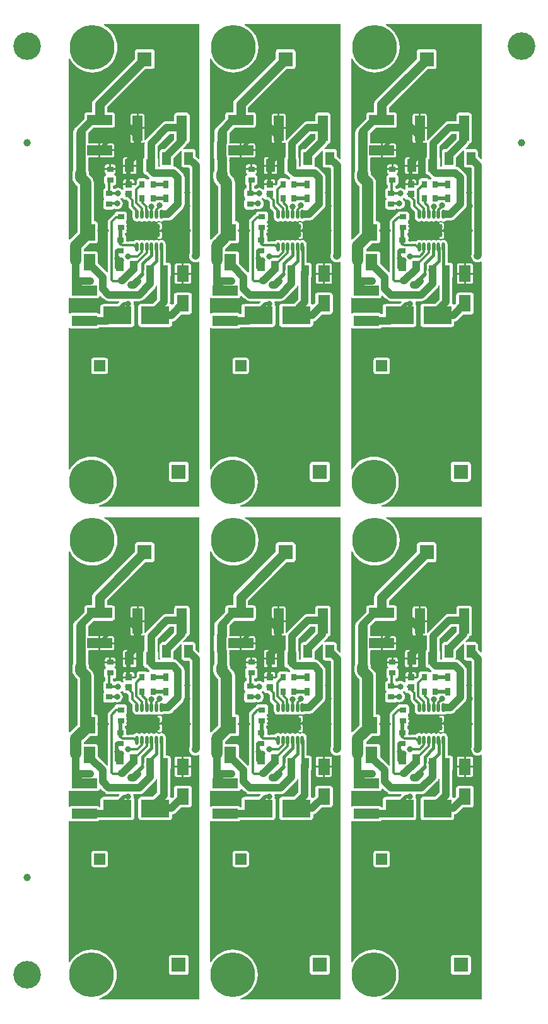
<source format=gtl>
G04*
G04 #@! TF.GenerationSoftware,Altium Limited,Altium Designer,18.1.9 (240)*
G04*
G04 Layer_Physical_Order=1*
G04 Layer_Color=255*
%FSAX25Y25*%
%MOIN*%
G70*
G01*
G75*
%ADD10C,0.03937*%
%ADD11R,0.13386X0.05315*%
%ADD12R,0.02953X0.03543*%
%ADD13R,0.03543X0.02953*%
%ADD14R,0.03150X0.03937*%
%ADD15R,0.15000X0.09449*%
%ADD16R,0.04528X0.06890*%
%ADD17R,0.06496X0.08661*%
%ADD18R,0.03740X0.03347*%
%ADD19R,0.04331X0.05315*%
%ADD20R,0.05315X0.13386*%
%ADD21R,0.04921X0.06890*%
%ADD22R,0.11417X0.06693*%
%ADD23O,0.01772X0.04724*%
%ADD24C,0.05000*%
%ADD25C,0.03937*%
%ADD26C,0.01181*%
%ADD27C,0.01968*%
%ADD28C,0.01575*%
%ADD29C,0.04000*%
%ADD30C,0.05906*%
%ADD31C,0.05118*%
%ADD32C,0.14567*%
%ADD33C,0.23622*%
%ADD34R,0.05906X0.05906*%
%ADD35C,0.05906*%
%ADD36R,0.07677X0.07677*%
%ADD37C,0.07677*%
%ADD38C,0.03150*%
%ADD39C,0.01968*%
G36*
X0502926Y0544394D02*
X0502464Y0544203D01*
X0500822Y0545845D01*
Y0548185D01*
X0500715Y0548722D01*
X0500411Y0549178D01*
X0499955Y0549483D01*
X0499417Y0549590D01*
X0494890D01*
X0494516Y0549515D01*
X0494270Y0549976D01*
X0495702Y0551408D01*
X0496238Y0552107D01*
X0496455Y0552632D01*
X0496766Y0552694D01*
X0497222Y0552998D01*
X0497526Y0553454D01*
X0497633Y0553992D01*
Y0567378D01*
X0497526Y0567915D01*
X0497222Y0568371D01*
X0496766Y0568676D01*
X0496228Y0568783D01*
X0490913D01*
X0490376Y0568676D01*
X0489920Y0568371D01*
X0489615Y0567915D01*
X0489508Y0567378D01*
Y0564375D01*
X0485599D01*
X0485598Y0564375D01*
X0484725Y0564260D01*
X0483911Y0563923D01*
X0483212Y0563386D01*
X0474905Y0555079D01*
X0474368Y0554380D01*
X0474323Y0554270D01*
X0473823Y0554370D01*
Y0560185D01*
X0470646D01*
Y0552972D01*
X0472803D01*
X0473193Y0553050D01*
X0473484Y0553244D01*
X0473654Y0553196D01*
X0473959Y0553022D01*
X0473916Y0552693D01*
Y0545530D01*
X0473660Y0545359D01*
X0473355Y0544903D01*
X0473249Y0544366D01*
Y0537476D01*
X0473355Y0536938D01*
X0473660Y0536483D01*
X0474116Y0536178D01*
X0474653Y0536071D01*
X0474876D01*
X0474905Y0536034D01*
X0476326Y0534613D01*
X0476352Y0534593D01*
X0476287Y0534115D01*
X0476245Y0534045D01*
X0475825Y0533765D01*
X0475742Y0533639D01*
X0475140D01*
X0475056Y0533765D01*
X0474601Y0534069D01*
X0474063Y0534176D01*
X0471110D01*
X0470573Y0534069D01*
X0470117Y0533765D01*
X0469812Y0533309D01*
X0469705Y0532771D01*
Y0531295D01*
X0468832Y0530422D01*
X0468644Y0530500D01*
X0462591D01*
Y0529326D01*
X0462668Y0528936D01*
X0462688Y0528907D01*
X0462617Y0528548D01*
X0462501Y0528375D01*
X0462144Y0528302D01*
X0461886Y0528317D01*
X0461340Y0528736D01*
X0460621Y0529034D01*
X0459850Y0529135D01*
X0459080Y0529034D01*
X0458361Y0528736D01*
X0458309Y0528696D01*
X0457891Y0528765D01*
X0457435Y0529069D01*
X0457172Y0529122D01*
Y0530382D01*
X0457488D01*
X0458026Y0530489D01*
X0458482Y0530794D01*
X0458786Y0531249D01*
X0458893Y0531787D01*
Y0534740D01*
X0458786Y0535278D01*
X0458482Y0535733D01*
X0458026Y0536038D01*
X0457937Y0536056D01*
X0457890Y0536456D01*
X0457905Y0536572D01*
X0458209Y0536775D01*
X0458430Y0537106D01*
X0458508Y0537496D01*
Y0538472D01*
X0452925D01*
Y0537496D01*
X0453003Y0537106D01*
X0453224Y0536775D01*
X0453528Y0536572D01*
X0453543Y0536456D01*
X0453496Y0536056D01*
X0453407Y0536038D01*
X0452951Y0535733D01*
X0452647Y0535278D01*
X0452540Y0534740D01*
Y0531787D01*
X0452647Y0531249D01*
X0452951Y0530794D01*
X0453158Y0530655D01*
Y0529137D01*
X0452817Y0529069D01*
X0452361Y0528765D01*
X0452056Y0528309D01*
X0451949Y0527771D01*
Y0524819D01*
X0452056Y0524281D01*
X0452361Y0523825D01*
X0452486Y0523741D01*
Y0523140D01*
X0452361Y0523056D01*
X0452056Y0522600D01*
X0451949Y0522063D01*
Y0519110D01*
X0452056Y0518572D01*
X0452361Y0518116D01*
X0452817Y0517812D01*
X0453354Y0517705D01*
X0456898D01*
X0457435Y0517812D01*
X0457891Y0518116D01*
X0457929Y0518173D01*
X0458532Y0517923D01*
X0459302Y0517821D01*
X0460073Y0517923D01*
X0460791Y0518220D01*
X0461408Y0518694D01*
X0461882Y0519311D01*
X0462179Y0520029D01*
X0462281Y0520800D01*
X0462179Y0521570D01*
X0461882Y0522289D01*
X0461408Y0522906D01*
X0461212Y0523056D01*
X0461277Y0523552D01*
X0461340Y0523578D01*
X0461757Y0523898D01*
X0462292Y0523728D01*
X0462303Y0523718D01*
X0462312Y0523671D01*
X0462617Y0523215D01*
X0463073Y0522910D01*
X0463610Y0522803D01*
X0464401D01*
X0465418Y0521786D01*
Y0519527D01*
X0465571Y0518759D01*
X0466006Y0518108D01*
X0467562Y0516552D01*
Y0513704D01*
X0467738Y0512821D01*
X0468238Y0512072D01*
X0468987Y0511572D01*
X0469870Y0511396D01*
X0470753Y0511572D01*
X0471150Y0511837D01*
X0471546Y0511572D01*
X0472429Y0511396D01*
X0473312Y0511572D01*
X0473709Y0511837D01*
X0474105Y0511572D01*
X0474988Y0511396D01*
X0475871Y0511572D01*
X0476268Y0511837D01*
X0476664Y0511572D01*
X0477547Y0511396D01*
X0478431Y0511572D01*
X0478827Y0511837D01*
X0479223Y0511572D01*
X0480106Y0511396D01*
X0480990Y0511572D01*
X0481386Y0511837D01*
X0481782Y0511572D01*
X0482665Y0511396D01*
X0483549Y0511572D01*
X0483875Y0511790D01*
X0483906Y0511786D01*
X0486264D01*
X0487137Y0511901D01*
X0487951Y0512238D01*
X0488651Y0512774D01*
X0493985Y0518109D01*
X0494522Y0518808D01*
X0494859Y0519622D01*
X0494974Y0520496D01*
Y0523500D01*
Y0531000D01*
Y0534504D01*
X0494859Y0535377D01*
X0494522Y0536191D01*
X0493985Y0536890D01*
X0491489Y0539386D01*
X0490790Y0539923D01*
X0489976Y0540260D01*
X0489419Y0540333D01*
X0489291Y0540504D01*
X0489122Y0540856D01*
X0489123Y0540867D01*
X0489208Y0541295D01*
Y0544915D01*
X0493098Y0548805D01*
X0493559Y0548559D01*
X0493485Y0548185D01*
Y0541295D01*
X0493592Y0540757D01*
X0493896Y0540302D01*
X0494352Y0539997D01*
X0494890Y0539890D01*
X0497230D01*
X0497735Y0539385D01*
Y0494521D01*
X0497535Y0494039D01*
X0497420Y0493165D01*
X0497535Y0492291D01*
X0497872Y0491477D01*
X0498409Y0490778D01*
X0499108Y0490242D01*
X0499922Y0489905D01*
X0500795Y0489790D01*
X0501669Y0489905D01*
X0502426Y0490218D01*
X0502858Y0490057D01*
X0502926Y0490023D01*
Y0360956D01*
X0449925D01*
X0449865Y0361456D01*
X0450002Y0361488D01*
X0451920Y0362283D01*
X0453690Y0363367D01*
X0455268Y0364716D01*
X0456616Y0366294D01*
X0457701Y0368064D01*
X0458496Y0369982D01*
X0458980Y0372001D01*
X0459143Y0374071D01*
X0458980Y0376140D01*
X0458496Y0378159D01*
X0457701Y0380077D01*
X0456616Y0381847D01*
X0455268Y0383425D01*
X0453690Y0384774D01*
X0451920Y0385858D01*
X0450002Y0386653D01*
X0447983Y0387137D01*
X0445913Y0387300D01*
X0443844Y0387137D01*
X0441825Y0386653D01*
X0439907Y0385858D01*
X0438137Y0384774D01*
X0436558Y0383425D01*
X0435210Y0381847D01*
X0434440Y0380590D01*
X0433940Y0380731D01*
Y0455104D01*
X0434054Y0455191D01*
X0434440Y0455326D01*
X0434785Y0455095D01*
X0435323Y0454988D01*
X0448709D01*
X0449246Y0455095D01*
X0449702Y0455400D01*
X0449913Y0455715D01*
X0454193D01*
X0454357Y0455736D01*
X0466996D01*
X0467534Y0455843D01*
X0467989Y0456148D01*
X0468294Y0456604D01*
X0468401Y0457141D01*
Y0466590D01*
X0468294Y0467128D01*
X0468020Y0467538D01*
X0468081Y0468000D01*
X0467979Y0468771D01*
X0467904Y0468953D01*
X0468181Y0469368D01*
X0471066D01*
X0471939Y0469483D01*
X0472753Y0469821D01*
X0473452Y0470357D01*
X0479284Y0476189D01*
X0479821Y0476888D01*
X0480109Y0477584D01*
X0480609Y0477484D01*
Y0470280D01*
X0478324Y0467995D01*
X0471996D01*
X0471458Y0467888D01*
X0471003Y0467584D01*
X0470698Y0467128D01*
X0470591Y0466590D01*
Y0457141D01*
X0470698Y0456604D01*
X0471003Y0456148D01*
X0471458Y0455843D01*
X0471996Y0455736D01*
X0486996D01*
X0487534Y0455843D01*
X0487990Y0456148D01*
X0488294Y0456604D01*
X0488401Y0457141D01*
Y0458680D01*
X0488850Y0458739D01*
X0489664Y0459076D01*
X0490363Y0459613D01*
X0493140Y0462390D01*
X0497350D01*
X0497888Y0462497D01*
X0498344Y0462802D01*
X0498648Y0463257D01*
X0498755Y0463795D01*
Y0472456D01*
X0498648Y0472994D01*
X0498344Y0473450D01*
X0497888Y0473754D01*
X0497350Y0473861D01*
X0490854D01*
X0490317Y0473754D01*
X0489861Y0473450D01*
X0489556Y0472994D01*
X0489449Y0472456D01*
Y0468246D01*
X0488669Y0467466D01*
X0488026Y0467529D01*
X0487990Y0467584D01*
X0487534Y0467888D01*
X0487282Y0467938D01*
X0487245Y0468008D01*
X0487360Y0468882D01*
Y0482073D01*
X0487585Y0482411D01*
X0487692Y0482948D01*
Y0488263D01*
X0487585Y0488801D01*
X0487281Y0489257D01*
X0486825Y0489561D01*
X0486287Y0489668D01*
X0484952D01*
Y0496273D01*
X0484973Y0496382D01*
Y0499334D01*
X0484798Y0500218D01*
X0484297Y0500966D01*
X0483549Y0501467D01*
X0482665Y0501642D01*
X0481782Y0501467D01*
X0481386Y0501202D01*
X0480990Y0501467D01*
X0480106Y0501642D01*
X0479223Y0501467D01*
X0478827Y0501202D01*
X0478431Y0501467D01*
X0477547Y0501642D01*
X0476664Y0501467D01*
X0476268Y0501202D01*
X0475871Y0501467D01*
X0474988Y0501642D01*
X0474105Y0501467D01*
X0473709Y0501202D01*
X0473312Y0501467D01*
X0472429Y0501642D01*
X0471546Y0501467D01*
X0471150Y0501202D01*
X0470753Y0501467D01*
X0469870Y0501642D01*
X0468987Y0501467D01*
X0468238Y0500966D01*
X0468147Y0500830D01*
X0468087Y0500841D01*
X0464169D01*
Y0501066D01*
X0464102Y0501000D01*
X0464169Y0501265D01*
Y0503165D01*
X0464062Y0503703D01*
X0463757Y0504158D01*
X0463479Y0504344D01*
Y0505297D01*
X0463656Y0505332D01*
X0464112Y0505636D01*
X0464416Y0506092D01*
X0464523Y0506630D01*
Y0509582D01*
X0464416Y0510120D01*
X0464112Y0510576D01*
X0463986Y0510660D01*
Y0511261D01*
X0464112Y0511345D01*
X0464416Y0511801D01*
X0464523Y0512338D01*
Y0515291D01*
X0464416Y0515829D01*
X0464112Y0516284D01*
X0463656Y0516589D01*
X0463118Y0516696D01*
X0459575D01*
X0459037Y0516589D01*
X0458581Y0516284D01*
X0458277Y0515829D01*
X0458214Y0515511D01*
X0458118Y0515492D01*
X0457467Y0515057D01*
X0455045Y0512635D01*
X0454610Y0511984D01*
X0454458Y0511216D01*
Y0484645D01*
X0453958Y0484461D01*
X0449267Y0489152D01*
Y0494307D01*
X0449160Y0494844D01*
X0448856Y0495300D01*
X0448400Y0495605D01*
X0447862Y0495712D01*
X0441817D01*
Y0496789D01*
X0445016Y0499988D01*
X0447862D01*
X0448400Y0500095D01*
X0448856Y0500400D01*
X0449160Y0500856D01*
X0449267Y0501393D01*
Y0510055D01*
X0449160Y0510592D01*
X0448856Y0511048D01*
X0448400Y0511353D01*
X0447862Y0511460D01*
X0447053D01*
Y0531826D01*
X0446904Y0532957D01*
X0446468Y0534011D01*
X0445774Y0534915D01*
X0444443Y0536246D01*
Y0536460D01*
X0444294Y0537591D01*
X0444046Y0538190D01*
Y0544901D01*
X0444038Y0544958D01*
X0444368Y0545334D01*
X0449547D01*
Y0549011D01*
Y0552689D01*
X0444368D01*
X0444038Y0553064D01*
X0444046Y0553122D01*
Y0557972D01*
X0444036Y0558049D01*
X0446880Y0560894D01*
X0456740D01*
X0457278Y0561001D01*
X0457734Y0561305D01*
X0458038Y0561761D01*
X0458145Y0562299D01*
Y0567614D01*
X0458038Y0568152D01*
X0457734Y0568607D01*
X0457278Y0568912D01*
X0456740Y0569019D01*
X0453959D01*
Y0571584D01*
X0474154Y0591780D01*
X0477705D01*
X0478242Y0591887D01*
X0478698Y0592191D01*
X0479003Y0592647D01*
X0479110Y0593185D01*
Y0600862D01*
X0479003Y0601400D01*
X0478698Y0601855D01*
X0478242Y0602160D01*
X0477705Y0602267D01*
X0470027D01*
X0469490Y0602160D01*
X0469034Y0601855D01*
X0468729Y0601400D01*
X0468623Y0600862D01*
Y0597311D01*
X0447281Y0575970D01*
X0446660Y0575160D01*
X0446269Y0574217D01*
X0446136Y0573204D01*
Y0569019D01*
X0443354D01*
X0442817Y0568912D01*
X0442361Y0568607D01*
X0442056Y0568152D01*
X0441949Y0567614D01*
Y0565510D01*
X0437688Y0561249D01*
X0437417Y0560895D01*
X0437267Y0560780D01*
X0436636Y0559958D01*
X0436239Y0559000D01*
X0436104Y0557972D01*
Y0553563D01*
X0436037Y0553055D01*
Y0544968D01*
X0436104Y0544459D01*
Y0538190D01*
X0435856Y0537591D01*
X0435707Y0536460D01*
Y0534437D01*
X0435855Y0533306D01*
X0436292Y0532253D01*
X0436986Y0531348D01*
X0438317Y0530017D01*
Y0505644D01*
X0435608Y0502935D01*
X0434957Y0502435D01*
X0434440Y0501918D01*
X0433940Y0502032D01*
Y0597298D01*
X0434431Y0597396D01*
X0434480Y0597277D01*
X0435565Y0595507D01*
X0436913Y0593928D01*
X0438491Y0592580D01*
X0440262Y0591495D01*
X0442179Y0590701D01*
X0444198Y0590216D01*
X0446268Y0590053D01*
X0448337Y0590216D01*
X0450356Y0590701D01*
X0452274Y0591495D01*
X0454044Y0592580D01*
X0455622Y0593928D01*
X0456971Y0595507D01*
X0458055Y0597277D01*
X0458850Y0599195D01*
X0459335Y0601214D01*
X0459497Y0603283D01*
X0459335Y0605353D01*
X0458850Y0607371D01*
X0458055Y0609289D01*
X0456971Y0611059D01*
X0455622Y0612638D01*
X0454044Y0613986D01*
X0452351Y0615024D01*
X0452368Y0615524D01*
X0502926D01*
Y0544394D01*
D02*
G37*
G36*
X0428359D02*
X0427897Y0544203D01*
X0426255Y0545845D01*
Y0548185D01*
X0426148Y0548722D01*
X0425844Y0549178D01*
X0425388Y0549483D01*
X0424850Y0549590D01*
X0420323D01*
X0419949Y0549515D01*
X0419703Y0549976D01*
X0421135Y0551408D01*
X0421671Y0552107D01*
X0421888Y0552632D01*
X0422199Y0552694D01*
X0422655Y0552998D01*
X0422959Y0553454D01*
X0423066Y0553992D01*
Y0567378D01*
X0422959Y0567915D01*
X0422655Y0568371D01*
X0422199Y0568676D01*
X0421661Y0568783D01*
X0416347D01*
X0415809Y0568676D01*
X0415353Y0568371D01*
X0415048Y0567915D01*
X0414942Y0567378D01*
Y0564375D01*
X0411032D01*
X0411031Y0564375D01*
X0410158Y0564260D01*
X0409344Y0563923D01*
X0408645Y0563386D01*
X0400338Y0555079D01*
X0399801Y0554380D01*
X0399756Y0554270D01*
X0399256Y0554370D01*
Y0560185D01*
X0396079D01*
Y0552972D01*
X0398236D01*
X0398626Y0553050D01*
X0398917Y0553244D01*
X0399087Y0553196D01*
X0399393Y0553022D01*
X0399349Y0552693D01*
Y0545530D01*
X0399093Y0545359D01*
X0398789Y0544903D01*
X0398682Y0544366D01*
Y0537476D01*
X0398789Y0536938D01*
X0399093Y0536483D01*
X0399549Y0536178D01*
X0400087Y0536071D01*
X0400309D01*
X0400338Y0536034D01*
X0401759Y0534613D01*
X0401785Y0534593D01*
X0401720Y0534115D01*
X0401678Y0534045D01*
X0401259Y0533765D01*
X0401175Y0533639D01*
X0400573D01*
X0400490Y0533765D01*
X0400034Y0534069D01*
X0399496Y0534176D01*
X0396543D01*
X0396006Y0534069D01*
X0395550Y0533765D01*
X0395245Y0533309D01*
X0395138Y0532771D01*
Y0531295D01*
X0394265Y0530422D01*
X0394077Y0530500D01*
X0388024D01*
Y0529326D01*
X0388101Y0528936D01*
X0388121Y0528907D01*
X0388050Y0528548D01*
X0387934Y0528375D01*
X0387577Y0528302D01*
X0387319Y0528317D01*
X0386773Y0528736D01*
X0386054Y0529034D01*
X0385283Y0529135D01*
X0384513Y0529034D01*
X0383794Y0528736D01*
X0383741Y0528696D01*
X0383324Y0528765D01*
X0382868Y0529069D01*
X0382606Y0529122D01*
Y0530382D01*
X0382921D01*
X0383459Y0530489D01*
X0383915Y0530794D01*
X0384219Y0531249D01*
X0384326Y0531787D01*
Y0534740D01*
X0384219Y0535278D01*
X0383915Y0535733D01*
X0383459Y0536038D01*
X0383370Y0536056D01*
X0383323Y0536456D01*
X0383338Y0536572D01*
X0383642Y0536775D01*
X0383863Y0537106D01*
X0383941Y0537496D01*
Y0538472D01*
X0378358D01*
Y0537496D01*
X0378436Y0537106D01*
X0378657Y0536775D01*
X0378961Y0536572D01*
X0378976Y0536456D01*
X0378929Y0536056D01*
X0378840Y0536038D01*
X0378384Y0535733D01*
X0378080Y0535278D01*
X0377973Y0534740D01*
Y0531787D01*
X0378080Y0531249D01*
X0378384Y0530794D01*
X0378591Y0530655D01*
Y0529137D01*
X0378250Y0529069D01*
X0377794Y0528765D01*
X0377489Y0528309D01*
X0377382Y0527771D01*
Y0524819D01*
X0377489Y0524281D01*
X0377794Y0523825D01*
X0377919Y0523741D01*
Y0523140D01*
X0377794Y0523056D01*
X0377489Y0522600D01*
X0377382Y0522063D01*
Y0519110D01*
X0377489Y0518572D01*
X0377794Y0518116D01*
X0378250Y0517812D01*
X0378787Y0517705D01*
X0382331D01*
X0382868Y0517812D01*
X0383324Y0518116D01*
X0383362Y0518173D01*
X0383965Y0517923D01*
X0384735Y0517821D01*
X0385506Y0517923D01*
X0386225Y0518220D01*
X0386841Y0518694D01*
X0387315Y0519311D01*
X0387612Y0520029D01*
X0387714Y0520800D01*
X0387612Y0521570D01*
X0387315Y0522289D01*
X0386841Y0522906D01*
X0386645Y0523056D01*
X0386710Y0523552D01*
X0386773Y0523578D01*
X0387190Y0523898D01*
X0387725Y0523728D01*
X0387736Y0523718D01*
X0387745Y0523671D01*
X0388050Y0523215D01*
X0388506Y0522910D01*
X0389043Y0522803D01*
X0389834D01*
X0390851Y0521786D01*
Y0519527D01*
X0391004Y0518759D01*
X0391439Y0518108D01*
X0392995Y0516552D01*
Y0513704D01*
X0393171Y0512821D01*
X0393671Y0512072D01*
X0394420Y0511572D01*
X0395303Y0511396D01*
X0396186Y0511572D01*
X0396583Y0511837D01*
X0396979Y0511572D01*
X0397862Y0511396D01*
X0398745Y0511572D01*
X0399142Y0511837D01*
X0399538Y0511572D01*
X0400421Y0511396D01*
X0401304Y0511572D01*
X0401701Y0511837D01*
X0402097Y0511572D01*
X0402980Y0511396D01*
X0403864Y0511572D01*
X0404260Y0511837D01*
X0404656Y0511572D01*
X0405539Y0511396D01*
X0406423Y0511572D01*
X0406819Y0511837D01*
X0407215Y0511572D01*
X0408098Y0511396D01*
X0408982Y0511572D01*
X0409308Y0511790D01*
X0409339Y0511786D01*
X0411697D01*
X0412570Y0511901D01*
X0413384Y0512238D01*
X0414084Y0512774D01*
X0419418Y0518109D01*
X0419955Y0518808D01*
X0420292Y0519622D01*
X0420407Y0520496D01*
Y0523500D01*
Y0531000D01*
Y0534504D01*
X0420292Y0535377D01*
X0419955Y0536191D01*
X0419418Y0536890D01*
X0416922Y0539386D01*
X0416223Y0539923D01*
X0415409Y0540260D01*
X0414852Y0540333D01*
X0414724Y0540504D01*
X0414556Y0540856D01*
X0414556Y0540867D01*
X0414641Y0541295D01*
Y0544915D01*
X0418532Y0548805D01*
X0418992Y0548559D01*
X0418918Y0548185D01*
Y0541295D01*
X0419025Y0540757D01*
X0419329Y0540302D01*
X0419785Y0539997D01*
X0420323Y0539890D01*
X0422663D01*
X0423168Y0539385D01*
Y0494521D01*
X0422968Y0494039D01*
X0422853Y0493165D01*
X0422968Y0492291D01*
X0423305Y0491477D01*
X0423842Y0490778D01*
X0424541Y0490242D01*
X0425355Y0489905D01*
X0426228Y0489790D01*
X0427102Y0489905D01*
X0427859Y0490218D01*
X0428291Y0490057D01*
X0428359Y0490023D01*
Y0360956D01*
X0375358D01*
X0375299Y0361456D01*
X0375435Y0361488D01*
X0377353Y0362283D01*
X0379123Y0363367D01*
X0380701Y0364716D01*
X0382049Y0366294D01*
X0383134Y0368064D01*
X0383929Y0369982D01*
X0384413Y0372001D01*
X0384576Y0374071D01*
X0384413Y0376140D01*
X0383929Y0378159D01*
X0383134Y0380077D01*
X0382049Y0381847D01*
X0380701Y0383425D01*
X0379123Y0384774D01*
X0377353Y0385858D01*
X0375435Y0386653D01*
X0373416Y0387137D01*
X0371346Y0387300D01*
X0369277Y0387137D01*
X0367258Y0386653D01*
X0365340Y0385858D01*
X0363570Y0384774D01*
X0361992Y0383425D01*
X0360643Y0381847D01*
X0359873Y0380590D01*
X0359373Y0380731D01*
Y0455104D01*
X0359487Y0455191D01*
X0359873Y0455326D01*
X0360218Y0455095D01*
X0360756Y0454988D01*
X0374142D01*
X0374679Y0455095D01*
X0375135Y0455400D01*
X0375346Y0455715D01*
X0379626D01*
X0379790Y0455736D01*
X0392429D01*
X0392967Y0455843D01*
X0393423Y0456148D01*
X0393727Y0456604D01*
X0393834Y0457141D01*
Y0466590D01*
X0393727Y0467128D01*
X0393453Y0467538D01*
X0393514Y0468000D01*
X0393412Y0468771D01*
X0393337Y0468953D01*
X0393615Y0469368D01*
X0396499D01*
X0397372Y0469483D01*
X0398186Y0469821D01*
X0398885Y0470357D01*
X0404717Y0476189D01*
X0405254Y0476888D01*
X0405542Y0477584D01*
X0406042Y0477484D01*
Y0470280D01*
X0403757Y0467995D01*
X0397429D01*
X0396891Y0467888D01*
X0396436Y0467584D01*
X0396131Y0467128D01*
X0396024Y0466590D01*
Y0457141D01*
X0396131Y0456604D01*
X0396436Y0456148D01*
X0396891Y0455843D01*
X0397429Y0455736D01*
X0412429D01*
X0412967Y0455843D01*
X0413423Y0456148D01*
X0413727Y0456604D01*
X0413834Y0457141D01*
Y0458680D01*
X0414283Y0458739D01*
X0415097Y0459076D01*
X0415796Y0459613D01*
X0418573Y0462390D01*
X0422783D01*
X0423321Y0462497D01*
X0423777Y0462802D01*
X0424082Y0463257D01*
X0424188Y0463795D01*
Y0472456D01*
X0424082Y0472994D01*
X0423777Y0473450D01*
X0423321Y0473754D01*
X0422783Y0473861D01*
X0416287D01*
X0415750Y0473754D01*
X0415294Y0473450D01*
X0414989Y0472994D01*
X0414882Y0472456D01*
Y0468246D01*
X0414103Y0467466D01*
X0413459Y0467529D01*
X0413423Y0467584D01*
X0412967Y0467888D01*
X0412715Y0467938D01*
X0412678Y0468008D01*
X0412793Y0468882D01*
Y0482073D01*
X0413019Y0482411D01*
X0413125Y0482948D01*
Y0488263D01*
X0413019Y0488801D01*
X0412714Y0489257D01*
X0412258Y0489561D01*
X0411720Y0489668D01*
X0410385D01*
Y0496273D01*
X0410406Y0496382D01*
Y0499334D01*
X0410231Y0500218D01*
X0409730Y0500966D01*
X0408982Y0501467D01*
X0408098Y0501642D01*
X0407215Y0501467D01*
X0406819Y0501202D01*
X0406423Y0501467D01*
X0405539Y0501642D01*
X0404656Y0501467D01*
X0404260Y0501202D01*
X0403864Y0501467D01*
X0402980Y0501642D01*
X0402097Y0501467D01*
X0401701Y0501202D01*
X0401304Y0501467D01*
X0400421Y0501642D01*
X0399538Y0501467D01*
X0399142Y0501202D01*
X0398745Y0501467D01*
X0397862Y0501642D01*
X0396979Y0501467D01*
X0396583Y0501202D01*
X0396186Y0501467D01*
X0395303Y0501642D01*
X0394420Y0501467D01*
X0393671Y0500966D01*
X0393580Y0500830D01*
X0393520Y0500841D01*
X0389602D01*
Y0501066D01*
X0389535Y0501000D01*
X0389602Y0501265D01*
Y0503165D01*
X0389495Y0503703D01*
X0389190Y0504158D01*
X0388912Y0504344D01*
Y0505297D01*
X0389089Y0505332D01*
X0389545Y0505636D01*
X0389849Y0506092D01*
X0389956Y0506630D01*
Y0509582D01*
X0389849Y0510120D01*
X0389545Y0510576D01*
X0389419Y0510660D01*
Y0511261D01*
X0389545Y0511345D01*
X0389849Y0511801D01*
X0389956Y0512338D01*
Y0515291D01*
X0389849Y0515829D01*
X0389545Y0516284D01*
X0389089Y0516589D01*
X0388551Y0516696D01*
X0385008D01*
X0384470Y0516589D01*
X0384014Y0516284D01*
X0383710Y0515829D01*
X0383647Y0515511D01*
X0383551Y0515492D01*
X0382900Y0515057D01*
X0380478Y0512635D01*
X0380043Y0511984D01*
X0379890Y0511216D01*
Y0484645D01*
X0379391Y0484461D01*
X0374700Y0489152D01*
Y0494307D01*
X0374593Y0494844D01*
X0374289Y0495300D01*
X0373833Y0495605D01*
X0373295Y0495712D01*
X0367250D01*
Y0496789D01*
X0370450Y0499988D01*
X0373295D01*
X0373833Y0500095D01*
X0374289Y0500400D01*
X0374593Y0500856D01*
X0374700Y0501393D01*
Y0510055D01*
X0374593Y0510592D01*
X0374289Y0511048D01*
X0373833Y0511353D01*
X0373295Y0511460D01*
X0372486D01*
Y0531826D01*
X0372337Y0532957D01*
X0371901Y0534011D01*
X0371207Y0534915D01*
X0369876Y0536246D01*
Y0536460D01*
X0369727Y0537591D01*
X0369479Y0538190D01*
Y0544901D01*
X0369471Y0544958D01*
X0369801Y0545334D01*
X0374980D01*
Y0549011D01*
Y0552689D01*
X0369801D01*
X0369471Y0553064D01*
X0369479Y0553122D01*
Y0557972D01*
X0369469Y0558049D01*
X0372313Y0560894D01*
X0382173D01*
X0382711Y0561001D01*
X0383167Y0561305D01*
X0383471Y0561761D01*
X0383578Y0562299D01*
Y0567614D01*
X0383471Y0568152D01*
X0383167Y0568607D01*
X0382711Y0568912D01*
X0382173Y0569019D01*
X0379392D01*
Y0571584D01*
X0399587Y0591780D01*
X0403138D01*
X0403675Y0591887D01*
X0404131Y0592191D01*
X0404436Y0592647D01*
X0404543Y0593185D01*
Y0600862D01*
X0404436Y0601400D01*
X0404131Y0601855D01*
X0403675Y0602160D01*
X0403138Y0602267D01*
X0395461D01*
X0394923Y0602160D01*
X0394467Y0601855D01*
X0394163Y0601400D01*
X0394056Y0600862D01*
Y0597311D01*
X0372714Y0575970D01*
X0372093Y0575160D01*
X0371702Y0574217D01*
X0371569Y0573204D01*
Y0569019D01*
X0368787D01*
X0368250Y0568912D01*
X0367794Y0568607D01*
X0367489Y0568152D01*
X0367382Y0567614D01*
Y0565510D01*
X0363121Y0561249D01*
X0362850Y0560895D01*
X0362700Y0560780D01*
X0362069Y0559958D01*
X0361672Y0559000D01*
X0361537Y0557972D01*
Y0553563D01*
X0361470Y0553055D01*
Y0544968D01*
X0361537Y0544459D01*
Y0538190D01*
X0361289Y0537591D01*
X0361140Y0536460D01*
Y0534437D01*
X0361289Y0533306D01*
X0361725Y0532253D01*
X0362419Y0531348D01*
X0363750Y0530017D01*
Y0505644D01*
X0361041Y0502935D01*
X0360390Y0502435D01*
X0359873Y0501918D01*
X0359373Y0502032D01*
Y0597298D01*
X0359864Y0597396D01*
X0359913Y0597277D01*
X0360998Y0595507D01*
X0362346Y0593928D01*
X0363925Y0592580D01*
X0365695Y0591495D01*
X0367613Y0590701D01*
X0369631Y0590216D01*
X0371701Y0590053D01*
X0373770Y0590216D01*
X0375789Y0590701D01*
X0377707Y0591495D01*
X0379477Y0592580D01*
X0381056Y0593928D01*
X0382404Y0595507D01*
X0383489Y0597277D01*
X0384283Y0599195D01*
X0384768Y0601214D01*
X0384930Y0603283D01*
X0384768Y0605353D01*
X0384283Y0607371D01*
X0383489Y0609289D01*
X0382404Y0611059D01*
X0381056Y0612638D01*
X0379477Y0613986D01*
X0377784Y0615024D01*
X0377801Y0615524D01*
X0428359D01*
Y0544394D01*
D02*
G37*
G36*
X0353792D02*
X0353330Y0544203D01*
X0351688Y0545845D01*
Y0548185D01*
X0351582Y0548722D01*
X0351277Y0549178D01*
X0350821Y0549483D01*
X0350284Y0549590D01*
X0345756D01*
X0345382Y0549515D01*
X0345136Y0549976D01*
X0346568Y0551408D01*
X0347104Y0552107D01*
X0347322Y0552632D01*
X0347632Y0552694D01*
X0348088Y0552998D01*
X0348393Y0553454D01*
X0348499Y0553992D01*
Y0567378D01*
X0348393Y0567915D01*
X0348088Y0568371D01*
X0347632Y0568676D01*
X0347094Y0568783D01*
X0341779D01*
X0341242Y0568676D01*
X0340786Y0568371D01*
X0340481Y0567915D01*
X0340375Y0567378D01*
Y0564375D01*
X0336465D01*
X0336465Y0564375D01*
X0335591Y0564260D01*
X0334777Y0563923D01*
X0334078Y0563386D01*
X0325771Y0555079D01*
X0325234Y0554380D01*
X0325189Y0554270D01*
X0324689Y0554370D01*
Y0560185D01*
X0321512D01*
Y0552972D01*
X0323669D01*
X0324060Y0553050D01*
X0324351Y0553244D01*
X0324520Y0553196D01*
X0324826Y0553022D01*
X0324782Y0552693D01*
Y0545530D01*
X0324526Y0545359D01*
X0324222Y0544903D01*
X0324115Y0544366D01*
Y0537476D01*
X0324222Y0536938D01*
X0324526Y0536483D01*
X0324982Y0536178D01*
X0325520Y0536071D01*
X0325743D01*
X0325771Y0536034D01*
X0327192Y0534613D01*
X0327218Y0534593D01*
X0327153Y0534115D01*
X0327111Y0534045D01*
X0326692Y0533765D01*
X0326608Y0533639D01*
X0326006D01*
X0325923Y0533765D01*
X0325467Y0534069D01*
X0324929Y0534176D01*
X0321976D01*
X0321439Y0534069D01*
X0320983Y0533765D01*
X0320678Y0533309D01*
X0320571Y0532771D01*
Y0531295D01*
X0319698Y0530422D01*
X0319511Y0530500D01*
X0313457D01*
Y0529326D01*
X0313534Y0528936D01*
X0313554Y0528907D01*
X0313483Y0528548D01*
X0313367Y0528375D01*
X0313010Y0528302D01*
X0312752Y0528317D01*
X0312206Y0528736D01*
X0311487Y0529034D01*
X0310717Y0529135D01*
X0309946Y0529034D01*
X0309227Y0528736D01*
X0309175Y0528696D01*
X0308757Y0528765D01*
X0308301Y0529069D01*
X0308039Y0529122D01*
Y0530382D01*
X0308354D01*
X0308892Y0530489D01*
X0309348Y0530794D01*
X0309652Y0531249D01*
X0309759Y0531787D01*
Y0534740D01*
X0309652Y0535278D01*
X0309348Y0535733D01*
X0308892Y0536038D01*
X0308803Y0536056D01*
X0308756Y0536456D01*
X0308771Y0536572D01*
X0309075Y0536775D01*
X0309296Y0537106D01*
X0309374Y0537496D01*
Y0538472D01*
X0303791D01*
Y0537496D01*
X0303869Y0537106D01*
X0304090Y0536775D01*
X0304394Y0536572D01*
X0304409Y0536456D01*
X0304363Y0536056D01*
X0304273Y0536038D01*
X0303818Y0535733D01*
X0303513Y0535278D01*
X0303406Y0534740D01*
Y0531787D01*
X0303513Y0531249D01*
X0303818Y0530794D01*
X0304024Y0530655D01*
Y0529137D01*
X0303683Y0529069D01*
X0303227Y0528765D01*
X0302923Y0528309D01*
X0302816Y0527771D01*
Y0524819D01*
X0302923Y0524281D01*
X0303227Y0523825D01*
X0303352Y0523741D01*
Y0523140D01*
X0303227Y0523056D01*
X0302923Y0522600D01*
X0302816Y0522063D01*
Y0519110D01*
X0302923Y0518572D01*
X0303227Y0518116D01*
X0303683Y0517812D01*
X0304221Y0517705D01*
X0307764D01*
X0308301Y0517812D01*
X0308757Y0518116D01*
X0308795Y0518173D01*
X0309398Y0517923D01*
X0310169Y0517821D01*
X0310939Y0517923D01*
X0311658Y0518220D01*
X0312274Y0518694D01*
X0312748Y0519311D01*
X0313045Y0520029D01*
X0313147Y0520800D01*
X0313045Y0521570D01*
X0312748Y0522289D01*
X0312274Y0522906D01*
X0312078Y0523056D01*
X0312143Y0523552D01*
X0312206Y0523578D01*
X0312623Y0523898D01*
X0313158Y0523728D01*
X0313169Y0523718D01*
X0313178Y0523671D01*
X0313483Y0523215D01*
X0313939Y0522910D01*
X0314476Y0522803D01*
X0315267D01*
X0316284Y0521786D01*
Y0519527D01*
X0316437Y0518759D01*
X0316872Y0518108D01*
X0318428Y0516552D01*
Y0513704D01*
X0318604Y0512821D01*
X0319104Y0512072D01*
X0319853Y0511572D01*
X0320736Y0511396D01*
X0321620Y0511572D01*
X0322016Y0511837D01*
X0322412Y0511572D01*
X0323295Y0511396D01*
X0324179Y0511572D01*
X0324575Y0511837D01*
X0324971Y0511572D01*
X0325854Y0511396D01*
X0326738Y0511572D01*
X0327134Y0511837D01*
X0327530Y0511572D01*
X0328413Y0511396D01*
X0329297Y0511572D01*
X0329693Y0511837D01*
X0330089Y0511572D01*
X0330972Y0511396D01*
X0331856Y0511572D01*
X0332252Y0511837D01*
X0332648Y0511572D01*
X0333531Y0511396D01*
X0334415Y0511572D01*
X0334741Y0511790D01*
X0334772Y0511786D01*
X0337130D01*
X0338003Y0511901D01*
X0338818Y0512238D01*
X0339517Y0512774D01*
X0344851Y0518109D01*
X0345388Y0518808D01*
X0345725Y0519622D01*
X0345840Y0520496D01*
Y0523500D01*
Y0531000D01*
Y0534504D01*
X0345725Y0535377D01*
X0345388Y0536191D01*
X0344851Y0536890D01*
X0342355Y0539386D01*
X0341656Y0539923D01*
X0340842Y0540260D01*
X0340285Y0540333D01*
X0340157Y0540504D01*
X0339989Y0540856D01*
X0339989Y0540867D01*
X0340074Y0541295D01*
Y0544915D01*
X0343965Y0548805D01*
X0344425Y0548559D01*
X0344351Y0548185D01*
Y0541295D01*
X0344458Y0540757D01*
X0344762Y0540302D01*
X0345218Y0539997D01*
X0345756Y0539890D01*
X0348096D01*
X0348601Y0539385D01*
Y0494521D01*
X0348401Y0494039D01*
X0348286Y0493165D01*
X0348401Y0492291D01*
X0348738Y0491477D01*
X0349275Y0490778D01*
X0349974Y0490242D01*
X0350788Y0489905D01*
X0351661Y0489790D01*
X0352535Y0489905D01*
X0353292Y0490218D01*
X0353724Y0490057D01*
X0353792Y0490023D01*
Y0360956D01*
X0300791D01*
X0300732Y0361456D01*
X0300868Y0361488D01*
X0302786Y0362283D01*
X0304556Y0363367D01*
X0306134Y0364716D01*
X0307483Y0366294D01*
X0308567Y0368064D01*
X0309362Y0369982D01*
X0309846Y0372001D01*
X0310009Y0374071D01*
X0309846Y0376140D01*
X0309362Y0378159D01*
X0308567Y0380077D01*
X0307483Y0381847D01*
X0306134Y0383425D01*
X0304556Y0384774D01*
X0302786Y0385858D01*
X0300868Y0386653D01*
X0298849Y0387137D01*
X0296779Y0387300D01*
X0294710Y0387137D01*
X0292691Y0386653D01*
X0290773Y0385858D01*
X0289003Y0384774D01*
X0287425Y0383425D01*
X0286076Y0381847D01*
X0285306Y0380590D01*
X0284806Y0380731D01*
Y0455104D01*
X0284920Y0455191D01*
X0285306Y0455326D01*
X0285651Y0455095D01*
X0286189Y0454988D01*
X0299575D01*
X0300112Y0455095D01*
X0300568Y0455400D01*
X0300779Y0455715D01*
X0305059D01*
X0305223Y0455736D01*
X0317862D01*
X0318400Y0455843D01*
X0318856Y0456148D01*
X0319160Y0456604D01*
X0319267Y0457141D01*
Y0466590D01*
X0319160Y0467128D01*
X0318886Y0467538D01*
X0318947Y0468000D01*
X0318845Y0468771D01*
X0318770Y0468953D01*
X0319048Y0469368D01*
X0321932D01*
X0322805Y0469483D01*
X0323619Y0469821D01*
X0324318Y0470357D01*
X0330151Y0476189D01*
X0330687Y0476888D01*
X0330975Y0477584D01*
X0331475Y0477484D01*
Y0470280D01*
X0329191Y0467995D01*
X0322862D01*
X0322324Y0467888D01*
X0321869Y0467584D01*
X0321564Y0467128D01*
X0321457Y0466590D01*
Y0457141D01*
X0321564Y0456604D01*
X0321869Y0456148D01*
X0322324Y0455843D01*
X0322862Y0455736D01*
X0337862D01*
X0338400Y0455843D01*
X0338856Y0456148D01*
X0339160Y0456604D01*
X0339267Y0457141D01*
Y0458680D01*
X0339716Y0458739D01*
X0340530Y0459076D01*
X0341229Y0459613D01*
X0344006Y0462390D01*
X0348217D01*
X0348754Y0462497D01*
X0349210Y0462802D01*
X0349515Y0463257D01*
X0349622Y0463795D01*
Y0472456D01*
X0349515Y0472994D01*
X0349210Y0473450D01*
X0348754Y0473754D01*
X0348217Y0473861D01*
X0341721D01*
X0341183Y0473754D01*
X0340727Y0473450D01*
X0340423Y0472994D01*
X0340316Y0472456D01*
Y0468246D01*
X0339535Y0467466D01*
X0338892Y0467529D01*
X0338856Y0467584D01*
X0338400Y0467888D01*
X0338148Y0467938D01*
X0338111Y0468008D01*
X0338226Y0468882D01*
Y0482073D01*
X0338452Y0482411D01*
X0338559Y0482948D01*
Y0488263D01*
X0338452Y0488801D01*
X0338147Y0489257D01*
X0337691Y0489561D01*
X0337154Y0489668D01*
X0335818D01*
Y0496273D01*
X0335840Y0496382D01*
Y0499334D01*
X0335664Y0500218D01*
X0335164Y0500966D01*
X0334415Y0501467D01*
X0333531Y0501642D01*
X0332648Y0501467D01*
X0332252Y0501202D01*
X0331856Y0501467D01*
X0330972Y0501642D01*
X0330089Y0501467D01*
X0329693Y0501202D01*
X0329297Y0501467D01*
X0328413Y0501642D01*
X0327530Y0501467D01*
X0327134Y0501202D01*
X0326738Y0501467D01*
X0325854Y0501642D01*
X0324971Y0501467D01*
X0324575Y0501202D01*
X0324179Y0501467D01*
X0323295Y0501642D01*
X0322412Y0501467D01*
X0322016Y0501202D01*
X0321620Y0501467D01*
X0320736Y0501642D01*
X0319853Y0501467D01*
X0319104Y0500966D01*
X0319013Y0500830D01*
X0318953Y0500841D01*
X0315035D01*
Y0501066D01*
X0314968Y0501000D01*
X0315035Y0501265D01*
Y0503165D01*
X0314928Y0503703D01*
X0314623Y0504158D01*
X0314346Y0504344D01*
Y0505297D01*
X0314522Y0505332D01*
X0314978Y0505636D01*
X0315282Y0506092D01*
X0315389Y0506630D01*
Y0509582D01*
X0315282Y0510120D01*
X0314978Y0510576D01*
X0314852Y0510660D01*
Y0511261D01*
X0314978Y0511345D01*
X0315282Y0511801D01*
X0315389Y0512338D01*
Y0515291D01*
X0315282Y0515829D01*
X0314978Y0516284D01*
X0314522Y0516589D01*
X0313984Y0516696D01*
X0310441D01*
X0309903Y0516589D01*
X0309448Y0516284D01*
X0309143Y0515829D01*
X0309080Y0515511D01*
X0308984Y0515492D01*
X0308333Y0515057D01*
X0305911Y0512635D01*
X0305476Y0511984D01*
X0305324Y0511216D01*
Y0484645D01*
X0304824Y0484461D01*
X0300133Y0489152D01*
Y0494307D01*
X0300026Y0494844D01*
X0299722Y0495300D01*
X0299266Y0495605D01*
X0298728Y0495712D01*
X0292683D01*
Y0496789D01*
X0295883Y0499988D01*
X0298728D01*
X0299266Y0500095D01*
X0299722Y0500400D01*
X0300026Y0500856D01*
X0300133Y0501393D01*
Y0510055D01*
X0300026Y0510592D01*
X0299722Y0511048D01*
X0299266Y0511353D01*
X0298728Y0511460D01*
X0297919D01*
Y0531826D01*
X0297770Y0532957D01*
X0297334Y0534011D01*
X0296640Y0534915D01*
X0295309Y0536246D01*
Y0536460D01*
X0295160Y0537591D01*
X0294912Y0538190D01*
Y0544901D01*
X0294904Y0544958D01*
X0295234Y0545334D01*
X0300413D01*
Y0549011D01*
Y0552689D01*
X0295234D01*
X0294904Y0553064D01*
X0294912Y0553122D01*
Y0557972D01*
X0294902Y0558049D01*
X0297746Y0560894D01*
X0307606D01*
X0308144Y0561001D01*
X0308600Y0561305D01*
X0308904Y0561761D01*
X0309011Y0562299D01*
Y0567614D01*
X0308904Y0568152D01*
X0308600Y0568607D01*
X0308144Y0568912D01*
X0307606Y0569019D01*
X0304825D01*
Y0571584D01*
X0325020Y0591780D01*
X0328571D01*
X0329109Y0591887D01*
X0329564Y0592191D01*
X0329869Y0592647D01*
X0329976Y0593185D01*
Y0600862D01*
X0329869Y0601400D01*
X0329564Y0601855D01*
X0329109Y0602160D01*
X0328571Y0602267D01*
X0320894D01*
X0320356Y0602160D01*
X0319900Y0601855D01*
X0319596Y0601400D01*
X0319489Y0600862D01*
Y0597311D01*
X0298148Y0575970D01*
X0297526Y0575160D01*
X0297135Y0574217D01*
X0297002Y0573204D01*
Y0569019D01*
X0294220D01*
X0293683Y0568912D01*
X0293227Y0568607D01*
X0292922Y0568152D01*
X0292815Y0567614D01*
Y0565510D01*
X0288554Y0561249D01*
X0288283Y0560895D01*
X0288133Y0560780D01*
X0287502Y0559958D01*
X0287105Y0559000D01*
X0286970Y0557972D01*
Y0553563D01*
X0286903Y0553055D01*
Y0544968D01*
X0286970Y0544459D01*
Y0538190D01*
X0286722Y0537591D01*
X0286573Y0536460D01*
Y0534437D01*
X0286722Y0533306D01*
X0287158Y0532253D01*
X0287852Y0531348D01*
X0289183Y0530017D01*
Y0505644D01*
X0286474Y0502935D01*
X0285823Y0502435D01*
X0285306Y0501918D01*
X0284806Y0502032D01*
Y0597298D01*
X0285297Y0597396D01*
X0285346Y0597277D01*
X0286431Y0595507D01*
X0287779Y0593928D01*
X0289358Y0592580D01*
X0291128Y0591495D01*
X0293046Y0590701D01*
X0295064Y0590216D01*
X0297134Y0590053D01*
X0299203Y0590216D01*
X0301222Y0590701D01*
X0303140Y0591495D01*
X0304910Y0592580D01*
X0306489Y0593928D01*
X0307837Y0595507D01*
X0308922Y0597277D01*
X0309716Y0599195D01*
X0310201Y0601214D01*
X0310364Y0603283D01*
X0310201Y0605353D01*
X0309716Y0607371D01*
X0308922Y0609289D01*
X0307837Y0611059D01*
X0306489Y0612638D01*
X0304910Y0613986D01*
X0303217Y0615024D01*
X0303234Y0615524D01*
X0353792D01*
Y0544394D01*
D02*
G37*
G36*
X0489508Y0554762D02*
X0484336Y0549590D01*
X0483276D01*
X0482738Y0549483D01*
X0482282Y0549178D01*
X0481978Y0548722D01*
X0481871Y0548185D01*
Y0541295D01*
X0481954Y0540875D01*
X0481677Y0540375D01*
X0480980D01*
Y0544366D01*
X0480873Y0544903D01*
X0480667Y0545212D01*
Y0551295D01*
X0486997Y0557624D01*
X0489508D01*
Y0554762D01*
D02*
G37*
G36*
X0414942D02*
X0409769Y0549590D01*
X0408709D01*
X0408171Y0549483D01*
X0407715Y0549178D01*
X0407411Y0548722D01*
X0407304Y0548185D01*
Y0541295D01*
X0407387Y0540875D01*
X0407111Y0540375D01*
X0406413D01*
Y0544366D01*
X0406306Y0544903D01*
X0406100Y0545212D01*
Y0551295D01*
X0412430Y0557624D01*
X0414942D01*
Y0554762D01*
D02*
G37*
G36*
X0340375D02*
X0335202Y0549590D01*
X0334142D01*
X0333604Y0549483D01*
X0333148Y0549178D01*
X0332844Y0548722D01*
X0332737Y0548185D01*
Y0541295D01*
X0332820Y0540875D01*
X0332544Y0540375D01*
X0331846D01*
Y0544366D01*
X0331739Y0544903D01*
X0331533Y0545212D01*
Y0551295D01*
X0337863Y0557624D01*
X0340375D01*
Y0554762D01*
D02*
G37*
G36*
X0452539Y0470357D02*
X0453238Y0469821D01*
X0454052Y0469483D01*
X0454925Y0469368D01*
X0460412D01*
X0460603Y0468906D01*
X0459692Y0467995D01*
X0451996D01*
X0451458Y0467888D01*
X0451003Y0467584D01*
X0450698Y0467128D01*
X0450591Y0466590D01*
Y0462465D01*
X0449860D01*
X0449702Y0462702D01*
X0449246Y0463006D01*
X0448709Y0463113D01*
X0435323D01*
X0434785Y0463006D01*
X0434440Y0462776D01*
X0434054Y0462911D01*
X0433940Y0462997D01*
Y0471049D01*
X0434054Y0471136D01*
X0434440Y0471271D01*
X0434785Y0471040D01*
X0435323Y0470933D01*
X0448709D01*
X0449246Y0471040D01*
X0449702Y0471345D01*
X0450007Y0471801D01*
X0450070Y0472119D01*
X0450591Y0472304D01*
X0452539Y0470357D01*
D02*
G37*
G36*
X0377972D02*
X0378671Y0469821D01*
X0379485Y0469483D01*
X0380358Y0469368D01*
X0385845D01*
X0386036Y0468906D01*
X0385125Y0467995D01*
X0377429D01*
X0376891Y0467888D01*
X0376436Y0467584D01*
X0376131Y0467128D01*
X0376024Y0466590D01*
Y0462465D01*
X0375293D01*
X0375135Y0462702D01*
X0374679Y0463006D01*
X0374142Y0463113D01*
X0360756D01*
X0360218Y0463006D01*
X0359873Y0462776D01*
X0359487Y0462911D01*
X0359373Y0462997D01*
Y0471049D01*
X0359487Y0471136D01*
X0359873Y0471271D01*
X0360218Y0471040D01*
X0360756Y0470933D01*
X0374142D01*
X0374679Y0471040D01*
X0375135Y0471345D01*
X0375440Y0471801D01*
X0375503Y0472119D01*
X0376024Y0472304D01*
X0377972Y0470357D01*
D02*
G37*
G36*
X0303405D02*
X0304104Y0469821D01*
X0304918Y0469483D01*
X0305791Y0469368D01*
X0311278D01*
X0311469Y0468906D01*
X0310558Y0467995D01*
X0302862D01*
X0302325Y0467888D01*
X0301869Y0467584D01*
X0301564Y0467128D01*
X0301457Y0466590D01*
Y0462465D01*
X0300726D01*
X0300568Y0462702D01*
X0300112Y0463006D01*
X0299575Y0463113D01*
X0286189D01*
X0285651Y0463006D01*
X0285306Y0462776D01*
X0284920Y0462911D01*
X0284806Y0462997D01*
Y0471049D01*
X0284920Y0471136D01*
X0285306Y0471271D01*
X0285651Y0471040D01*
X0286189Y0470933D01*
X0299575D01*
X0300112Y0471040D01*
X0300568Y0471345D01*
X0300873Y0471801D01*
X0300936Y0472119D01*
X0301458Y0472304D01*
X0303405Y0470357D01*
D02*
G37*
G36*
X0502926Y0284245D02*
X0502464Y0284053D01*
X0500822Y0285695D01*
Y0288035D01*
X0500715Y0288573D01*
X0500411Y0289029D01*
X0499955Y0289333D01*
X0499417Y0289440D01*
X0494890D01*
X0494516Y0289366D01*
X0494270Y0289827D01*
X0495702Y0291259D01*
X0496238Y0291958D01*
X0496455Y0292483D01*
X0496766Y0292545D01*
X0497222Y0292849D01*
X0497526Y0293305D01*
X0497633Y0293843D01*
Y0307228D01*
X0497526Y0307766D01*
X0497222Y0308222D01*
X0496766Y0308526D01*
X0496228Y0308633D01*
X0490913D01*
X0490376Y0308526D01*
X0489920Y0308222D01*
X0489615Y0307766D01*
X0489508Y0307228D01*
Y0304226D01*
X0485599D01*
X0485598Y0304226D01*
X0484725Y0304111D01*
X0483911Y0303773D01*
X0483212Y0303237D01*
X0474905Y0294930D01*
X0474368Y0294231D01*
X0474323Y0294121D01*
X0473823Y0294221D01*
Y0300035D01*
X0470646D01*
Y0292823D01*
X0472803D01*
X0473193Y0292900D01*
X0473484Y0293095D01*
X0473654Y0293047D01*
X0473959Y0292873D01*
X0473916Y0292543D01*
Y0285381D01*
X0473660Y0285210D01*
X0473355Y0284754D01*
X0473249Y0284216D01*
Y0277327D01*
X0473355Y0276789D01*
X0473660Y0276333D01*
X0474116Y0276029D01*
X0474653Y0275922D01*
X0474876D01*
X0474905Y0275885D01*
X0476326Y0274464D01*
X0476352Y0274444D01*
X0476287Y0273966D01*
X0476245Y0273896D01*
X0475825Y0273616D01*
X0475742Y0273490D01*
X0475140D01*
X0475056Y0273616D01*
X0474601Y0273920D01*
X0474063Y0274027D01*
X0471110D01*
X0470573Y0273920D01*
X0470117Y0273616D01*
X0469812Y0273160D01*
X0469705Y0272622D01*
Y0271146D01*
X0468832Y0270273D01*
X0468644Y0270350D01*
X0462591D01*
Y0269177D01*
X0462668Y0268787D01*
X0462688Y0268757D01*
X0462617Y0268399D01*
X0462501Y0268226D01*
X0462144Y0268152D01*
X0461886Y0268168D01*
X0461340Y0268587D01*
X0460621Y0268885D01*
X0459850Y0268986D01*
X0459080Y0268885D01*
X0458361Y0268587D01*
X0458309Y0268547D01*
X0457891Y0268616D01*
X0457435Y0268920D01*
X0457172Y0268972D01*
Y0270233D01*
X0457488D01*
X0458026Y0270340D01*
X0458482Y0270644D01*
X0458786Y0271100D01*
X0458893Y0271638D01*
Y0274590D01*
X0458786Y0275128D01*
X0458482Y0275584D01*
X0458026Y0275888D01*
X0457937Y0275906D01*
X0457890Y0276307D01*
X0457905Y0276422D01*
X0458209Y0276625D01*
X0458430Y0276956D01*
X0458508Y0277346D01*
Y0278323D01*
X0452925D01*
Y0277346D01*
X0453003Y0276956D01*
X0453224Y0276625D01*
X0453528Y0276422D01*
X0453543Y0276307D01*
X0453496Y0275906D01*
X0453407Y0275888D01*
X0452951Y0275584D01*
X0452647Y0275128D01*
X0452540Y0274590D01*
Y0271638D01*
X0452647Y0271100D01*
X0452951Y0270644D01*
X0453158Y0270506D01*
Y0268988D01*
X0452817Y0268920D01*
X0452361Y0268616D01*
X0452056Y0268160D01*
X0451949Y0267622D01*
Y0264669D01*
X0452056Y0264132D01*
X0452361Y0263676D01*
X0452486Y0263592D01*
Y0262991D01*
X0452361Y0262907D01*
X0452056Y0262451D01*
X0451949Y0261913D01*
Y0258961D01*
X0452056Y0258423D01*
X0452361Y0257967D01*
X0452817Y0257663D01*
X0453354Y0257556D01*
X0456898D01*
X0457435Y0257663D01*
X0457891Y0257967D01*
X0457929Y0258023D01*
X0458532Y0257774D01*
X0459302Y0257672D01*
X0460073Y0257774D01*
X0460791Y0258071D01*
X0461408Y0258544D01*
X0461882Y0259161D01*
X0462179Y0259880D01*
X0462281Y0260650D01*
X0462179Y0261421D01*
X0461882Y0262140D01*
X0461408Y0262756D01*
X0461212Y0262907D01*
X0461277Y0263403D01*
X0461340Y0263429D01*
X0461757Y0263749D01*
X0462292Y0263579D01*
X0462303Y0263569D01*
X0462312Y0263521D01*
X0462617Y0263066D01*
X0463073Y0262761D01*
X0463610Y0262654D01*
X0464401D01*
X0465418Y0261637D01*
Y0259378D01*
X0465571Y0258610D01*
X0466006Y0257959D01*
X0467562Y0256403D01*
Y0253555D01*
X0467738Y0252672D01*
X0468238Y0251923D01*
X0468987Y0251423D01*
X0469870Y0251247D01*
X0470753Y0251423D01*
X0471150Y0251688D01*
X0471546Y0251423D01*
X0472429Y0251247D01*
X0473312Y0251423D01*
X0473709Y0251688D01*
X0474105Y0251423D01*
X0474988Y0251247D01*
X0475871Y0251423D01*
X0476268Y0251688D01*
X0476664Y0251423D01*
X0477547Y0251247D01*
X0478431Y0251423D01*
X0478827Y0251688D01*
X0479223Y0251423D01*
X0480106Y0251247D01*
X0480990Y0251423D01*
X0481386Y0251688D01*
X0481782Y0251423D01*
X0482665Y0251247D01*
X0483549Y0251423D01*
X0483875Y0251641D01*
X0483906Y0251637D01*
X0486264D01*
X0487137Y0251751D01*
X0487951Y0252089D01*
X0488651Y0252625D01*
X0493985Y0257960D01*
X0494522Y0258659D01*
X0494859Y0259473D01*
X0494974Y0260347D01*
Y0263350D01*
Y0270850D01*
Y0274354D01*
X0494859Y0275228D01*
X0494522Y0276042D01*
X0493985Y0276741D01*
X0491489Y0279237D01*
X0490790Y0279773D01*
X0489976Y0280111D01*
X0489419Y0280184D01*
X0489291Y0280355D01*
X0489122Y0280707D01*
X0489123Y0280717D01*
X0489208Y0281146D01*
Y0284765D01*
X0493098Y0288656D01*
X0493559Y0288409D01*
X0493485Y0288035D01*
Y0281146D01*
X0493592Y0280608D01*
X0493896Y0280152D01*
X0494352Y0279848D01*
X0494890Y0279741D01*
X0497230D01*
X0497735Y0279236D01*
Y0234372D01*
X0497535Y0233889D01*
X0497420Y0233016D01*
X0497535Y0232142D01*
X0497872Y0231328D01*
X0498409Y0230629D01*
X0499108Y0230093D01*
X0499922Y0229755D01*
X0500795Y0229640D01*
X0501669Y0229755D01*
X0502426Y0230069D01*
X0502858Y0229908D01*
X0502926Y0229874D01*
Y0100806D01*
X0449925D01*
X0449865Y0101306D01*
X0450002Y0101339D01*
X0451920Y0102134D01*
X0453690Y0103218D01*
X0455268Y0104566D01*
X0456616Y0106145D01*
X0457701Y0107915D01*
X0458496Y0109833D01*
X0458980Y0111852D01*
X0459143Y0113921D01*
X0458980Y0115991D01*
X0458496Y0118009D01*
X0457701Y0119927D01*
X0456616Y0121697D01*
X0455268Y0123276D01*
X0453690Y0124624D01*
X0451920Y0125709D01*
X0450002Y0126504D01*
X0447983Y0126988D01*
X0445913Y0127151D01*
X0443844Y0126988D01*
X0441825Y0126504D01*
X0439907Y0125709D01*
X0438137Y0124624D01*
X0436558Y0123276D01*
X0435210Y0121697D01*
X0434440Y0120441D01*
X0433940Y0120582D01*
Y0194955D01*
X0434054Y0195041D01*
X0434440Y0195177D01*
X0434785Y0194946D01*
X0435323Y0194839D01*
X0448709D01*
X0449246Y0194946D01*
X0449702Y0195251D01*
X0449913Y0195566D01*
X0454193D01*
X0454357Y0195587D01*
X0466996D01*
X0467534Y0195694D01*
X0467989Y0195999D01*
X0468294Y0196455D01*
X0468401Y0196992D01*
Y0206441D01*
X0468294Y0206979D01*
X0468020Y0207389D01*
X0468081Y0207850D01*
X0467979Y0208621D01*
X0467904Y0208803D01*
X0468181Y0209219D01*
X0471066D01*
X0471939Y0209334D01*
X0472753Y0209671D01*
X0473452Y0210208D01*
X0479284Y0216040D01*
X0479821Y0216739D01*
X0480109Y0217435D01*
X0480609Y0217335D01*
Y0210130D01*
X0478324Y0207846D01*
X0471996D01*
X0471458Y0207739D01*
X0471003Y0207434D01*
X0470698Y0206979D01*
X0470591Y0206441D01*
Y0196992D01*
X0470698Y0196455D01*
X0471003Y0195999D01*
X0471458Y0195694D01*
X0471996Y0195587D01*
X0486996D01*
X0487534Y0195694D01*
X0487990Y0195999D01*
X0488294Y0196455D01*
X0488401Y0196992D01*
Y0198531D01*
X0488850Y0198590D01*
X0489664Y0198927D01*
X0490363Y0199464D01*
X0493140Y0202241D01*
X0497350D01*
X0497888Y0202348D01*
X0498344Y0202652D01*
X0498648Y0203108D01*
X0498755Y0203646D01*
Y0212307D01*
X0498648Y0212845D01*
X0498344Y0213300D01*
X0497888Y0213605D01*
X0497350Y0213712D01*
X0490854D01*
X0490317Y0213605D01*
X0489861Y0213300D01*
X0489556Y0212845D01*
X0489449Y0212307D01*
Y0208097D01*
X0488669Y0207317D01*
X0488026Y0207380D01*
X0487990Y0207434D01*
X0487534Y0207739D01*
X0487282Y0207789D01*
X0487245Y0207859D01*
X0487360Y0208732D01*
Y0221924D01*
X0487585Y0222262D01*
X0487692Y0222799D01*
Y0228114D01*
X0487585Y0228652D01*
X0487281Y0229108D01*
X0486825Y0229412D01*
X0486287Y0229519D01*
X0484952D01*
Y0236124D01*
X0484973Y0236232D01*
Y0239185D01*
X0484798Y0240068D01*
X0484297Y0240817D01*
X0483549Y0241318D01*
X0482665Y0241493D01*
X0481782Y0241318D01*
X0481386Y0241053D01*
X0480990Y0241318D01*
X0480106Y0241493D01*
X0479223Y0241318D01*
X0478827Y0241053D01*
X0478431Y0241318D01*
X0477547Y0241493D01*
X0476664Y0241318D01*
X0476268Y0241053D01*
X0475871Y0241318D01*
X0474988Y0241493D01*
X0474105Y0241318D01*
X0473709Y0241053D01*
X0473312Y0241318D01*
X0472429Y0241493D01*
X0471546Y0241318D01*
X0471150Y0241053D01*
X0470753Y0241318D01*
X0469870Y0241493D01*
X0468987Y0241318D01*
X0468238Y0240817D01*
X0468147Y0240680D01*
X0468087Y0240692D01*
X0464169D01*
Y0240917D01*
X0464102Y0240850D01*
X0464169Y0241116D01*
Y0243016D01*
X0464062Y0243553D01*
X0463757Y0244009D01*
X0463479Y0244195D01*
Y0245147D01*
X0463656Y0245182D01*
X0464112Y0245487D01*
X0464416Y0245943D01*
X0464523Y0246480D01*
Y0249433D01*
X0464416Y0249971D01*
X0464112Y0250427D01*
X0463986Y0250510D01*
Y0251112D01*
X0464112Y0251196D01*
X0464416Y0251651D01*
X0464523Y0252189D01*
Y0255142D01*
X0464416Y0255679D01*
X0464112Y0256135D01*
X0463656Y0256440D01*
X0463118Y0256547D01*
X0459575D01*
X0459037Y0256440D01*
X0458581Y0256135D01*
X0458277Y0255679D01*
X0458214Y0255362D01*
X0458118Y0255343D01*
X0457467Y0254907D01*
X0455045Y0252486D01*
X0454610Y0251835D01*
X0454458Y0251067D01*
Y0224496D01*
X0453958Y0224312D01*
X0449267Y0229002D01*
Y0234157D01*
X0449160Y0234695D01*
X0448856Y0235151D01*
X0448400Y0235455D01*
X0447862Y0235562D01*
X0441817D01*
Y0236639D01*
X0445016Y0239839D01*
X0447862D01*
X0448400Y0239946D01*
X0448856Y0240251D01*
X0449160Y0240706D01*
X0449267Y0241244D01*
Y0249905D01*
X0449160Y0250443D01*
X0448856Y0250899D01*
X0448400Y0251203D01*
X0447862Y0251310D01*
X0447053D01*
Y0271677D01*
X0446904Y0272808D01*
X0446468Y0273861D01*
X0445774Y0274766D01*
X0444443Y0276097D01*
Y0276311D01*
X0444294Y0277442D01*
X0444046Y0278041D01*
Y0284752D01*
X0444038Y0284809D01*
X0444368Y0285185D01*
X0449547D01*
Y0288862D01*
Y0292539D01*
X0444368D01*
X0444038Y0292915D01*
X0444046Y0292973D01*
Y0297823D01*
X0444036Y0297900D01*
X0446880Y0300745D01*
X0456740D01*
X0457278Y0300852D01*
X0457734Y0301156D01*
X0458038Y0301612D01*
X0458145Y0302150D01*
Y0307465D01*
X0458038Y0308002D01*
X0457734Y0308458D01*
X0457278Y0308763D01*
X0456740Y0308870D01*
X0453959D01*
Y0311435D01*
X0474154Y0331630D01*
X0477705D01*
X0478242Y0331737D01*
X0478698Y0332042D01*
X0479003Y0332498D01*
X0479110Y0333035D01*
Y0340713D01*
X0479003Y0341250D01*
X0478698Y0341706D01*
X0478242Y0342011D01*
X0477705Y0342118D01*
X0470027D01*
X0469490Y0342011D01*
X0469034Y0341706D01*
X0468729Y0341250D01*
X0468623Y0340713D01*
Y0337162D01*
X0447281Y0315821D01*
X0446660Y0315011D01*
X0446269Y0314068D01*
X0446136Y0313055D01*
Y0308870D01*
X0443354D01*
X0442817Y0308763D01*
X0442361Y0308458D01*
X0442056Y0308002D01*
X0441949Y0307465D01*
Y0305361D01*
X0437688Y0301099D01*
X0437417Y0300746D01*
X0437267Y0300631D01*
X0436636Y0299808D01*
X0436239Y0298851D01*
X0436104Y0297823D01*
Y0293414D01*
X0436037Y0292906D01*
Y0284819D01*
X0436104Y0284310D01*
Y0278041D01*
X0435856Y0277442D01*
X0435707Y0276311D01*
Y0274287D01*
X0435855Y0273157D01*
X0436292Y0272103D01*
X0436986Y0271199D01*
X0438317Y0269868D01*
Y0245494D01*
X0435608Y0242786D01*
X0434957Y0242285D01*
X0434440Y0241769D01*
X0433940Y0241882D01*
Y0337149D01*
X0434431Y0337247D01*
X0434480Y0337128D01*
X0435565Y0335358D01*
X0436913Y0333779D01*
X0438491Y0332431D01*
X0440262Y0331346D01*
X0442179Y0330552D01*
X0444198Y0330067D01*
X0446268Y0329904D01*
X0448337Y0330067D01*
X0450356Y0330552D01*
X0452274Y0331346D01*
X0454044Y0332431D01*
X0455622Y0333779D01*
X0456971Y0335358D01*
X0458055Y0337128D01*
X0458850Y0339046D01*
X0459335Y0341064D01*
X0459497Y0343134D01*
X0459335Y0345203D01*
X0458850Y0347222D01*
X0458055Y0349140D01*
X0456971Y0350910D01*
X0455622Y0352489D01*
X0454044Y0353837D01*
X0452351Y0354874D01*
X0452368Y0355374D01*
X0502926D01*
Y0284245D01*
D02*
G37*
G36*
X0428359D02*
X0427897Y0284053D01*
X0426255Y0285695D01*
Y0288035D01*
X0426148Y0288573D01*
X0425844Y0289029D01*
X0425388Y0289333D01*
X0424850Y0289440D01*
X0420323D01*
X0419949Y0289366D01*
X0419703Y0289827D01*
X0421135Y0291259D01*
X0421671Y0291958D01*
X0421888Y0292483D01*
X0422199Y0292545D01*
X0422655Y0292849D01*
X0422959Y0293305D01*
X0423066Y0293843D01*
Y0307228D01*
X0422959Y0307766D01*
X0422655Y0308222D01*
X0422199Y0308526D01*
X0421661Y0308633D01*
X0416347D01*
X0415809Y0308526D01*
X0415353Y0308222D01*
X0415048Y0307766D01*
X0414942Y0307228D01*
Y0304226D01*
X0411032D01*
X0411031Y0304226D01*
X0410158Y0304111D01*
X0409344Y0303773D01*
X0408645Y0303237D01*
X0400338Y0294930D01*
X0399801Y0294231D01*
X0399756Y0294121D01*
X0399256Y0294221D01*
Y0300035D01*
X0396079D01*
Y0292823D01*
X0398236D01*
X0398626Y0292900D01*
X0398917Y0293095D01*
X0399087Y0293047D01*
X0399393Y0292873D01*
X0399349Y0292543D01*
Y0285381D01*
X0399093Y0285210D01*
X0398789Y0284754D01*
X0398682Y0284216D01*
Y0277327D01*
X0398789Y0276789D01*
X0399093Y0276333D01*
X0399549Y0276029D01*
X0400087Y0275922D01*
X0400309D01*
X0400338Y0275885D01*
X0401759Y0274464D01*
X0401785Y0274444D01*
X0401720Y0273966D01*
X0401678Y0273896D01*
X0401259Y0273616D01*
X0401175Y0273490D01*
X0400573D01*
X0400490Y0273616D01*
X0400034Y0273920D01*
X0399496Y0274027D01*
X0396543D01*
X0396006Y0273920D01*
X0395550Y0273616D01*
X0395245Y0273160D01*
X0395138Y0272622D01*
Y0271146D01*
X0394265Y0270273D01*
X0394077Y0270350D01*
X0388024D01*
Y0269177D01*
X0388101Y0268787D01*
X0388121Y0268757D01*
X0388050Y0268399D01*
X0387934Y0268226D01*
X0387577Y0268152D01*
X0387319Y0268168D01*
X0386773Y0268587D01*
X0386054Y0268885D01*
X0385283Y0268986D01*
X0384513Y0268885D01*
X0383794Y0268587D01*
X0383741Y0268547D01*
X0383324Y0268616D01*
X0382868Y0268920D01*
X0382606Y0268972D01*
Y0270233D01*
X0382921D01*
X0383459Y0270340D01*
X0383915Y0270644D01*
X0384219Y0271100D01*
X0384326Y0271638D01*
Y0274590D01*
X0384219Y0275128D01*
X0383915Y0275584D01*
X0383459Y0275888D01*
X0383370Y0275906D01*
X0383323Y0276307D01*
X0383338Y0276422D01*
X0383642Y0276625D01*
X0383863Y0276956D01*
X0383941Y0277346D01*
Y0278323D01*
X0378358D01*
Y0277346D01*
X0378436Y0276956D01*
X0378657Y0276625D01*
X0378961Y0276422D01*
X0378976Y0276307D01*
X0378929Y0275906D01*
X0378840Y0275888D01*
X0378384Y0275584D01*
X0378080Y0275128D01*
X0377973Y0274590D01*
Y0271638D01*
X0378080Y0271100D01*
X0378384Y0270644D01*
X0378591Y0270506D01*
Y0268988D01*
X0378250Y0268920D01*
X0377794Y0268616D01*
X0377489Y0268160D01*
X0377382Y0267622D01*
Y0264669D01*
X0377489Y0264132D01*
X0377794Y0263676D01*
X0377919Y0263592D01*
Y0262991D01*
X0377794Y0262907D01*
X0377489Y0262451D01*
X0377382Y0261913D01*
Y0258961D01*
X0377489Y0258423D01*
X0377794Y0257967D01*
X0378250Y0257663D01*
X0378787Y0257556D01*
X0382331D01*
X0382868Y0257663D01*
X0383324Y0257967D01*
X0383362Y0258023D01*
X0383965Y0257774D01*
X0384735Y0257672D01*
X0385506Y0257774D01*
X0386225Y0258071D01*
X0386841Y0258544D01*
X0387315Y0259161D01*
X0387612Y0259880D01*
X0387714Y0260650D01*
X0387612Y0261421D01*
X0387315Y0262140D01*
X0386841Y0262756D01*
X0386645Y0262907D01*
X0386710Y0263403D01*
X0386773Y0263429D01*
X0387190Y0263749D01*
X0387725Y0263579D01*
X0387736Y0263569D01*
X0387745Y0263521D01*
X0388050Y0263066D01*
X0388506Y0262761D01*
X0389043Y0262654D01*
X0389834D01*
X0390851Y0261637D01*
Y0259378D01*
X0391004Y0258610D01*
X0391439Y0257959D01*
X0392995Y0256403D01*
Y0253555D01*
X0393171Y0252672D01*
X0393671Y0251923D01*
X0394420Y0251423D01*
X0395303Y0251247D01*
X0396186Y0251423D01*
X0396583Y0251688D01*
X0396979Y0251423D01*
X0397862Y0251247D01*
X0398745Y0251423D01*
X0399142Y0251688D01*
X0399538Y0251423D01*
X0400421Y0251247D01*
X0401304Y0251423D01*
X0401701Y0251688D01*
X0402097Y0251423D01*
X0402980Y0251247D01*
X0403864Y0251423D01*
X0404260Y0251688D01*
X0404656Y0251423D01*
X0405539Y0251247D01*
X0406423Y0251423D01*
X0406819Y0251688D01*
X0407215Y0251423D01*
X0408098Y0251247D01*
X0408982Y0251423D01*
X0409308Y0251641D01*
X0409339Y0251637D01*
X0411697D01*
X0412570Y0251751D01*
X0413384Y0252089D01*
X0414084Y0252625D01*
X0419418Y0257960D01*
X0419955Y0258659D01*
X0420292Y0259473D01*
X0420407Y0260347D01*
Y0263350D01*
Y0270850D01*
Y0274354D01*
X0420292Y0275228D01*
X0419955Y0276042D01*
X0419418Y0276741D01*
X0416922Y0279237D01*
X0416223Y0279773D01*
X0415409Y0280111D01*
X0414852Y0280184D01*
X0414724Y0280355D01*
X0414556Y0280707D01*
X0414556Y0280717D01*
X0414641Y0281146D01*
Y0284765D01*
X0418532Y0288656D01*
X0418992Y0288409D01*
X0418918Y0288035D01*
Y0281146D01*
X0419025Y0280608D01*
X0419329Y0280152D01*
X0419785Y0279848D01*
X0420323Y0279741D01*
X0422663D01*
X0423168Y0279236D01*
Y0234372D01*
X0422968Y0233889D01*
X0422853Y0233016D01*
X0422968Y0232142D01*
X0423305Y0231328D01*
X0423842Y0230629D01*
X0424541Y0230093D01*
X0425355Y0229755D01*
X0426228Y0229640D01*
X0427102Y0229755D01*
X0427859Y0230069D01*
X0428291Y0229908D01*
X0428359Y0229874D01*
Y0100806D01*
X0375358D01*
X0375299Y0101306D01*
X0375435Y0101339D01*
X0377353Y0102134D01*
X0379123Y0103218D01*
X0380701Y0104566D01*
X0382049Y0106145D01*
X0383134Y0107915D01*
X0383929Y0109833D01*
X0384413Y0111852D01*
X0384576Y0113921D01*
X0384413Y0115991D01*
X0383929Y0118009D01*
X0383134Y0119927D01*
X0382049Y0121697D01*
X0380701Y0123276D01*
X0379123Y0124624D01*
X0377353Y0125709D01*
X0375435Y0126504D01*
X0373416Y0126988D01*
X0371346Y0127151D01*
X0369277Y0126988D01*
X0367258Y0126504D01*
X0365340Y0125709D01*
X0363570Y0124624D01*
X0361992Y0123276D01*
X0360643Y0121697D01*
X0359873Y0120441D01*
X0359373Y0120582D01*
Y0194955D01*
X0359487Y0195041D01*
X0359873Y0195177D01*
X0360218Y0194946D01*
X0360756Y0194839D01*
X0374142D01*
X0374679Y0194946D01*
X0375135Y0195251D01*
X0375346Y0195566D01*
X0379626D01*
X0379790Y0195587D01*
X0392429D01*
X0392967Y0195694D01*
X0393423Y0195999D01*
X0393727Y0196455D01*
X0393834Y0196992D01*
Y0206441D01*
X0393727Y0206979D01*
X0393453Y0207389D01*
X0393514Y0207850D01*
X0393412Y0208621D01*
X0393337Y0208803D01*
X0393615Y0209219D01*
X0396499D01*
X0397372Y0209334D01*
X0398186Y0209671D01*
X0398885Y0210208D01*
X0404717Y0216040D01*
X0405254Y0216739D01*
X0405542Y0217435D01*
X0406042Y0217335D01*
Y0210130D01*
X0403757Y0207846D01*
X0397429D01*
X0396891Y0207739D01*
X0396436Y0207434D01*
X0396131Y0206979D01*
X0396024Y0206441D01*
Y0196992D01*
X0396131Y0196455D01*
X0396436Y0195999D01*
X0396891Y0195694D01*
X0397429Y0195587D01*
X0412429D01*
X0412967Y0195694D01*
X0413423Y0195999D01*
X0413727Y0196455D01*
X0413834Y0196992D01*
Y0198531D01*
X0414283Y0198590D01*
X0415097Y0198927D01*
X0415796Y0199464D01*
X0418573Y0202241D01*
X0422783D01*
X0423321Y0202348D01*
X0423777Y0202652D01*
X0424082Y0203108D01*
X0424188Y0203646D01*
Y0212307D01*
X0424082Y0212845D01*
X0423777Y0213300D01*
X0423321Y0213605D01*
X0422783Y0213712D01*
X0416287D01*
X0415750Y0213605D01*
X0415294Y0213300D01*
X0414989Y0212845D01*
X0414882Y0212307D01*
Y0208097D01*
X0414103Y0207317D01*
X0413459Y0207380D01*
X0413423Y0207434D01*
X0412967Y0207739D01*
X0412715Y0207789D01*
X0412678Y0207859D01*
X0412793Y0208732D01*
Y0221924D01*
X0413019Y0222262D01*
X0413125Y0222799D01*
Y0228114D01*
X0413019Y0228652D01*
X0412714Y0229108D01*
X0412258Y0229412D01*
X0411720Y0229519D01*
X0410385D01*
Y0236124D01*
X0410406Y0236232D01*
Y0239185D01*
X0410231Y0240068D01*
X0409730Y0240817D01*
X0408982Y0241318D01*
X0408098Y0241493D01*
X0407215Y0241318D01*
X0406819Y0241053D01*
X0406423Y0241318D01*
X0405539Y0241493D01*
X0404656Y0241318D01*
X0404260Y0241053D01*
X0403864Y0241318D01*
X0402980Y0241493D01*
X0402097Y0241318D01*
X0401701Y0241053D01*
X0401304Y0241318D01*
X0400421Y0241493D01*
X0399538Y0241318D01*
X0399142Y0241053D01*
X0398745Y0241318D01*
X0397862Y0241493D01*
X0396979Y0241318D01*
X0396583Y0241053D01*
X0396186Y0241318D01*
X0395303Y0241493D01*
X0394420Y0241318D01*
X0393671Y0240817D01*
X0393580Y0240680D01*
X0393520Y0240692D01*
X0389602D01*
Y0240917D01*
X0389535Y0240850D01*
X0389602Y0241116D01*
Y0243016D01*
X0389495Y0243553D01*
X0389190Y0244009D01*
X0388912Y0244195D01*
Y0245147D01*
X0389089Y0245182D01*
X0389545Y0245487D01*
X0389849Y0245943D01*
X0389956Y0246480D01*
Y0249433D01*
X0389849Y0249971D01*
X0389545Y0250427D01*
X0389419Y0250510D01*
Y0251112D01*
X0389545Y0251196D01*
X0389849Y0251651D01*
X0389956Y0252189D01*
Y0255142D01*
X0389849Y0255679D01*
X0389545Y0256135D01*
X0389089Y0256440D01*
X0388551Y0256547D01*
X0385008D01*
X0384470Y0256440D01*
X0384014Y0256135D01*
X0383710Y0255679D01*
X0383647Y0255362D01*
X0383551Y0255343D01*
X0382900Y0254907D01*
X0380478Y0252486D01*
X0380043Y0251835D01*
X0379890Y0251067D01*
Y0224496D01*
X0379391Y0224312D01*
X0374700Y0229002D01*
Y0234157D01*
X0374593Y0234695D01*
X0374289Y0235151D01*
X0373833Y0235455D01*
X0373295Y0235562D01*
X0367250D01*
Y0236639D01*
X0370450Y0239839D01*
X0373295D01*
X0373833Y0239946D01*
X0374289Y0240251D01*
X0374593Y0240706D01*
X0374700Y0241244D01*
Y0249905D01*
X0374593Y0250443D01*
X0374289Y0250899D01*
X0373833Y0251203D01*
X0373295Y0251310D01*
X0372486D01*
Y0271677D01*
X0372337Y0272808D01*
X0371901Y0273861D01*
X0371207Y0274766D01*
X0369876Y0276097D01*
Y0276311D01*
X0369727Y0277442D01*
X0369479Y0278041D01*
Y0284752D01*
X0369471Y0284809D01*
X0369801Y0285185D01*
X0374980D01*
Y0288862D01*
Y0292539D01*
X0369801D01*
X0369471Y0292915D01*
X0369479Y0292973D01*
Y0297823D01*
X0369469Y0297900D01*
X0372313Y0300745D01*
X0382173D01*
X0382711Y0300852D01*
X0383167Y0301156D01*
X0383471Y0301612D01*
X0383578Y0302150D01*
Y0307465D01*
X0383471Y0308002D01*
X0383167Y0308458D01*
X0382711Y0308763D01*
X0382173Y0308870D01*
X0379392D01*
Y0311435D01*
X0399587Y0331630D01*
X0403138D01*
X0403675Y0331737D01*
X0404131Y0332042D01*
X0404436Y0332498D01*
X0404543Y0333035D01*
Y0340713D01*
X0404436Y0341250D01*
X0404131Y0341706D01*
X0403675Y0342011D01*
X0403138Y0342118D01*
X0395461D01*
X0394923Y0342011D01*
X0394467Y0341706D01*
X0394163Y0341250D01*
X0394056Y0340713D01*
Y0337162D01*
X0372714Y0315821D01*
X0372093Y0315011D01*
X0371702Y0314068D01*
X0371569Y0313055D01*
Y0308870D01*
X0368787D01*
X0368250Y0308763D01*
X0367794Y0308458D01*
X0367489Y0308002D01*
X0367382Y0307465D01*
Y0305361D01*
X0363121Y0301099D01*
X0362850Y0300746D01*
X0362700Y0300631D01*
X0362069Y0299808D01*
X0361672Y0298851D01*
X0361537Y0297823D01*
Y0293414D01*
X0361470Y0292906D01*
Y0284819D01*
X0361537Y0284310D01*
Y0278041D01*
X0361289Y0277442D01*
X0361140Y0276311D01*
Y0274287D01*
X0361289Y0273157D01*
X0361725Y0272103D01*
X0362419Y0271199D01*
X0363750Y0269868D01*
Y0245494D01*
X0361041Y0242786D01*
X0360390Y0242285D01*
X0359873Y0241769D01*
X0359373Y0241882D01*
Y0337149D01*
X0359864Y0337247D01*
X0359913Y0337128D01*
X0360998Y0335358D01*
X0362346Y0333779D01*
X0363925Y0332431D01*
X0365695Y0331346D01*
X0367613Y0330552D01*
X0369631Y0330067D01*
X0371701Y0329904D01*
X0373770Y0330067D01*
X0375789Y0330552D01*
X0377707Y0331346D01*
X0379477Y0332431D01*
X0381056Y0333779D01*
X0382404Y0335358D01*
X0383489Y0337128D01*
X0384283Y0339046D01*
X0384768Y0341064D01*
X0384930Y0343134D01*
X0384768Y0345203D01*
X0384283Y0347222D01*
X0383489Y0349140D01*
X0382404Y0350910D01*
X0381056Y0352489D01*
X0379477Y0353837D01*
X0377784Y0354874D01*
X0377801Y0355374D01*
X0428359D01*
Y0284245D01*
D02*
G37*
G36*
X0353792D02*
X0353330Y0284053D01*
X0351688Y0285695D01*
Y0288035D01*
X0351582Y0288573D01*
X0351277Y0289029D01*
X0350821Y0289333D01*
X0350284Y0289440D01*
X0345756D01*
X0345382Y0289366D01*
X0345136Y0289827D01*
X0346568Y0291259D01*
X0347104Y0291958D01*
X0347322Y0292483D01*
X0347632Y0292545D01*
X0348088Y0292849D01*
X0348393Y0293305D01*
X0348499Y0293843D01*
Y0307228D01*
X0348393Y0307766D01*
X0348088Y0308222D01*
X0347632Y0308526D01*
X0347094Y0308633D01*
X0341779D01*
X0341242Y0308526D01*
X0340786Y0308222D01*
X0340481Y0307766D01*
X0340375Y0307228D01*
Y0304226D01*
X0336465D01*
X0336465Y0304226D01*
X0335591Y0304111D01*
X0334777Y0303773D01*
X0334078Y0303237D01*
X0325771Y0294930D01*
X0325234Y0294231D01*
X0325189Y0294121D01*
X0324689Y0294221D01*
Y0300035D01*
X0321512D01*
Y0292823D01*
X0323669D01*
X0324060Y0292900D01*
X0324351Y0293095D01*
X0324520Y0293047D01*
X0324826Y0292873D01*
X0324782Y0292543D01*
Y0285381D01*
X0324526Y0285210D01*
X0324222Y0284754D01*
X0324115Y0284216D01*
Y0277327D01*
X0324222Y0276789D01*
X0324526Y0276333D01*
X0324982Y0276029D01*
X0325520Y0275922D01*
X0325743D01*
X0325771Y0275885D01*
X0327192Y0274464D01*
X0327218Y0274444D01*
X0327153Y0273966D01*
X0327111Y0273896D01*
X0326692Y0273616D01*
X0326608Y0273490D01*
X0326006D01*
X0325923Y0273616D01*
X0325467Y0273920D01*
X0324929Y0274027D01*
X0321976D01*
X0321439Y0273920D01*
X0320983Y0273616D01*
X0320678Y0273160D01*
X0320571Y0272622D01*
Y0271146D01*
X0319698Y0270273D01*
X0319511Y0270350D01*
X0313457D01*
Y0269177D01*
X0313534Y0268787D01*
X0313554Y0268757D01*
X0313483Y0268399D01*
X0313367Y0268226D01*
X0313010Y0268152D01*
X0312752Y0268168D01*
X0312206Y0268587D01*
X0311487Y0268885D01*
X0310717Y0268986D01*
X0309946Y0268885D01*
X0309227Y0268587D01*
X0309175Y0268547D01*
X0308757Y0268616D01*
X0308301Y0268920D01*
X0308039Y0268972D01*
Y0270233D01*
X0308354D01*
X0308892Y0270340D01*
X0309348Y0270644D01*
X0309652Y0271100D01*
X0309759Y0271638D01*
Y0274590D01*
X0309652Y0275128D01*
X0309348Y0275584D01*
X0308892Y0275888D01*
X0308803Y0275906D01*
X0308756Y0276307D01*
X0308771Y0276422D01*
X0309075Y0276625D01*
X0309296Y0276956D01*
X0309374Y0277346D01*
Y0278323D01*
X0303791D01*
Y0277346D01*
X0303869Y0276956D01*
X0304090Y0276625D01*
X0304394Y0276422D01*
X0304409Y0276307D01*
X0304363Y0275906D01*
X0304273Y0275888D01*
X0303818Y0275584D01*
X0303513Y0275128D01*
X0303406Y0274590D01*
Y0271638D01*
X0303513Y0271100D01*
X0303818Y0270644D01*
X0304024Y0270506D01*
Y0268988D01*
X0303683Y0268920D01*
X0303227Y0268616D01*
X0302923Y0268160D01*
X0302816Y0267622D01*
Y0264669D01*
X0302923Y0264132D01*
X0303227Y0263676D01*
X0303352Y0263592D01*
Y0262991D01*
X0303227Y0262907D01*
X0302923Y0262451D01*
X0302816Y0261913D01*
Y0258961D01*
X0302923Y0258423D01*
X0303227Y0257967D01*
X0303683Y0257663D01*
X0304221Y0257556D01*
X0307764D01*
X0308301Y0257663D01*
X0308757Y0257967D01*
X0308795Y0258023D01*
X0309398Y0257774D01*
X0310169Y0257672D01*
X0310939Y0257774D01*
X0311658Y0258071D01*
X0312274Y0258544D01*
X0312748Y0259161D01*
X0313045Y0259880D01*
X0313147Y0260650D01*
X0313045Y0261421D01*
X0312748Y0262140D01*
X0312274Y0262756D01*
X0312078Y0262907D01*
X0312143Y0263403D01*
X0312206Y0263429D01*
X0312623Y0263749D01*
X0313158Y0263579D01*
X0313169Y0263569D01*
X0313178Y0263521D01*
X0313483Y0263066D01*
X0313939Y0262761D01*
X0314476Y0262654D01*
X0315267D01*
X0316284Y0261637D01*
Y0259378D01*
X0316437Y0258610D01*
X0316872Y0257959D01*
X0318428Y0256403D01*
Y0253555D01*
X0318604Y0252672D01*
X0319104Y0251923D01*
X0319853Y0251423D01*
X0320736Y0251247D01*
X0321620Y0251423D01*
X0322016Y0251688D01*
X0322412Y0251423D01*
X0323295Y0251247D01*
X0324179Y0251423D01*
X0324575Y0251688D01*
X0324971Y0251423D01*
X0325854Y0251247D01*
X0326738Y0251423D01*
X0327134Y0251688D01*
X0327530Y0251423D01*
X0328413Y0251247D01*
X0329297Y0251423D01*
X0329693Y0251688D01*
X0330089Y0251423D01*
X0330972Y0251247D01*
X0331856Y0251423D01*
X0332252Y0251688D01*
X0332648Y0251423D01*
X0333531Y0251247D01*
X0334415Y0251423D01*
X0334741Y0251641D01*
X0334772Y0251637D01*
X0337130D01*
X0338003Y0251751D01*
X0338818Y0252089D01*
X0339517Y0252625D01*
X0344851Y0257960D01*
X0345388Y0258659D01*
X0345725Y0259473D01*
X0345840Y0260347D01*
Y0263350D01*
Y0270850D01*
Y0274354D01*
X0345725Y0275228D01*
X0345388Y0276042D01*
X0344851Y0276741D01*
X0342355Y0279237D01*
X0341656Y0279773D01*
X0340842Y0280111D01*
X0340285Y0280184D01*
X0340157Y0280355D01*
X0339989Y0280707D01*
X0339989Y0280717D01*
X0340074Y0281146D01*
Y0284765D01*
X0343965Y0288656D01*
X0344425Y0288409D01*
X0344351Y0288035D01*
Y0281146D01*
X0344458Y0280608D01*
X0344762Y0280152D01*
X0345218Y0279848D01*
X0345756Y0279741D01*
X0348096D01*
X0348601Y0279236D01*
Y0234372D01*
X0348401Y0233889D01*
X0348286Y0233016D01*
X0348401Y0232142D01*
X0348738Y0231328D01*
X0349275Y0230629D01*
X0349974Y0230093D01*
X0350788Y0229755D01*
X0351661Y0229640D01*
X0352535Y0229755D01*
X0353292Y0230069D01*
X0353724Y0229908D01*
X0353792Y0229874D01*
Y0100806D01*
X0300791D01*
X0300732Y0101306D01*
X0300868Y0101339D01*
X0302786Y0102134D01*
X0304556Y0103218D01*
X0306134Y0104566D01*
X0307483Y0106145D01*
X0308567Y0107915D01*
X0309362Y0109833D01*
X0309846Y0111852D01*
X0310009Y0113921D01*
X0309846Y0115991D01*
X0309362Y0118009D01*
X0308567Y0119927D01*
X0307483Y0121697D01*
X0306134Y0123276D01*
X0304556Y0124624D01*
X0302786Y0125709D01*
X0300868Y0126504D01*
X0298849Y0126988D01*
X0296779Y0127151D01*
X0294710Y0126988D01*
X0292691Y0126504D01*
X0290773Y0125709D01*
X0289003Y0124624D01*
X0287425Y0123276D01*
X0286076Y0121697D01*
X0285306Y0120441D01*
X0284806Y0120582D01*
Y0194955D01*
X0284920Y0195041D01*
X0285306Y0195177D01*
X0285651Y0194946D01*
X0286189Y0194839D01*
X0299575D01*
X0300112Y0194946D01*
X0300568Y0195251D01*
X0300779Y0195566D01*
X0305059D01*
X0305223Y0195587D01*
X0317862D01*
X0318400Y0195694D01*
X0318856Y0195999D01*
X0319160Y0196455D01*
X0319267Y0196992D01*
Y0206441D01*
X0319160Y0206979D01*
X0318886Y0207389D01*
X0318947Y0207850D01*
X0318845Y0208621D01*
X0318770Y0208803D01*
X0319048Y0209219D01*
X0321932D01*
X0322805Y0209334D01*
X0323619Y0209671D01*
X0324318Y0210208D01*
X0330151Y0216040D01*
X0330687Y0216739D01*
X0330975Y0217435D01*
X0331475Y0217335D01*
Y0210130D01*
X0329191Y0207846D01*
X0322862D01*
X0322324Y0207739D01*
X0321869Y0207434D01*
X0321564Y0206979D01*
X0321457Y0206441D01*
Y0196992D01*
X0321564Y0196455D01*
X0321869Y0195999D01*
X0322324Y0195694D01*
X0322862Y0195587D01*
X0337862D01*
X0338400Y0195694D01*
X0338856Y0195999D01*
X0339160Y0196455D01*
X0339267Y0196992D01*
Y0198531D01*
X0339716Y0198590D01*
X0340530Y0198927D01*
X0341229Y0199464D01*
X0344006Y0202241D01*
X0348217D01*
X0348754Y0202348D01*
X0349210Y0202652D01*
X0349515Y0203108D01*
X0349622Y0203646D01*
Y0212307D01*
X0349515Y0212845D01*
X0349210Y0213300D01*
X0348754Y0213605D01*
X0348217Y0213712D01*
X0341721D01*
X0341183Y0213605D01*
X0340727Y0213300D01*
X0340423Y0212845D01*
X0340316Y0212307D01*
Y0208097D01*
X0339535Y0207317D01*
X0338892Y0207380D01*
X0338856Y0207434D01*
X0338400Y0207739D01*
X0338148Y0207789D01*
X0338111Y0207859D01*
X0338226Y0208732D01*
Y0221924D01*
X0338452Y0222262D01*
X0338559Y0222799D01*
Y0228114D01*
X0338452Y0228652D01*
X0338147Y0229108D01*
X0337691Y0229412D01*
X0337154Y0229519D01*
X0335818D01*
Y0236124D01*
X0335840Y0236232D01*
Y0239185D01*
X0335664Y0240068D01*
X0335164Y0240817D01*
X0334415Y0241318D01*
X0333531Y0241493D01*
X0332648Y0241318D01*
X0332252Y0241053D01*
X0331856Y0241318D01*
X0330972Y0241493D01*
X0330089Y0241318D01*
X0329693Y0241053D01*
X0329297Y0241318D01*
X0328413Y0241493D01*
X0327530Y0241318D01*
X0327134Y0241053D01*
X0326738Y0241318D01*
X0325854Y0241493D01*
X0324971Y0241318D01*
X0324575Y0241053D01*
X0324179Y0241318D01*
X0323295Y0241493D01*
X0322412Y0241318D01*
X0322016Y0241053D01*
X0321620Y0241318D01*
X0320736Y0241493D01*
X0319853Y0241318D01*
X0319104Y0240817D01*
X0319013Y0240680D01*
X0318953Y0240692D01*
X0315035D01*
Y0240917D01*
X0314968Y0240850D01*
X0315035Y0241116D01*
Y0243016D01*
X0314928Y0243553D01*
X0314623Y0244009D01*
X0314346Y0244195D01*
Y0245147D01*
X0314522Y0245182D01*
X0314978Y0245487D01*
X0315282Y0245943D01*
X0315389Y0246480D01*
Y0249433D01*
X0315282Y0249971D01*
X0314978Y0250427D01*
X0314852Y0250510D01*
Y0251112D01*
X0314978Y0251196D01*
X0315282Y0251651D01*
X0315389Y0252189D01*
Y0255142D01*
X0315282Y0255679D01*
X0314978Y0256135D01*
X0314522Y0256440D01*
X0313984Y0256547D01*
X0310441D01*
X0309903Y0256440D01*
X0309448Y0256135D01*
X0309143Y0255679D01*
X0309080Y0255362D01*
X0308984Y0255343D01*
X0308333Y0254907D01*
X0305911Y0252486D01*
X0305476Y0251835D01*
X0305324Y0251067D01*
Y0224496D01*
X0304824Y0224312D01*
X0300133Y0229002D01*
Y0234157D01*
X0300026Y0234695D01*
X0299722Y0235151D01*
X0299266Y0235455D01*
X0298728Y0235562D01*
X0292683D01*
Y0236639D01*
X0295883Y0239839D01*
X0298728D01*
X0299266Y0239946D01*
X0299722Y0240251D01*
X0300026Y0240706D01*
X0300133Y0241244D01*
Y0249905D01*
X0300026Y0250443D01*
X0299722Y0250899D01*
X0299266Y0251203D01*
X0298728Y0251310D01*
X0297919D01*
Y0271677D01*
X0297770Y0272808D01*
X0297334Y0273861D01*
X0296640Y0274766D01*
X0295309Y0276097D01*
Y0276311D01*
X0295160Y0277442D01*
X0294912Y0278041D01*
Y0284752D01*
X0294904Y0284809D01*
X0295234Y0285185D01*
X0300413D01*
Y0288862D01*
Y0292539D01*
X0295234D01*
X0294904Y0292915D01*
X0294912Y0292973D01*
Y0297823D01*
X0294902Y0297900D01*
X0297746Y0300745D01*
X0307606D01*
X0308144Y0300852D01*
X0308600Y0301156D01*
X0308904Y0301612D01*
X0309011Y0302150D01*
Y0307465D01*
X0308904Y0308002D01*
X0308600Y0308458D01*
X0308144Y0308763D01*
X0307606Y0308870D01*
X0304825D01*
Y0311435D01*
X0325020Y0331630D01*
X0328571D01*
X0329109Y0331737D01*
X0329564Y0332042D01*
X0329869Y0332498D01*
X0329976Y0333035D01*
Y0340713D01*
X0329869Y0341250D01*
X0329564Y0341706D01*
X0329109Y0342011D01*
X0328571Y0342118D01*
X0320894D01*
X0320356Y0342011D01*
X0319900Y0341706D01*
X0319596Y0341250D01*
X0319489Y0340713D01*
Y0337162D01*
X0298148Y0315821D01*
X0297526Y0315011D01*
X0297135Y0314068D01*
X0297002Y0313055D01*
Y0308870D01*
X0294220D01*
X0293683Y0308763D01*
X0293227Y0308458D01*
X0292922Y0308002D01*
X0292815Y0307465D01*
Y0305361D01*
X0288554Y0301099D01*
X0288283Y0300746D01*
X0288133Y0300631D01*
X0287502Y0299808D01*
X0287105Y0298851D01*
X0286970Y0297823D01*
Y0293414D01*
X0286903Y0292906D01*
Y0284819D01*
X0286970Y0284310D01*
Y0278041D01*
X0286722Y0277442D01*
X0286573Y0276311D01*
Y0274287D01*
X0286722Y0273157D01*
X0287158Y0272103D01*
X0287852Y0271199D01*
X0289183Y0269868D01*
Y0245494D01*
X0286474Y0242786D01*
X0285823Y0242285D01*
X0285306Y0241769D01*
X0284806Y0241882D01*
Y0337149D01*
X0285297Y0337247D01*
X0285346Y0337128D01*
X0286431Y0335358D01*
X0287779Y0333779D01*
X0289358Y0332431D01*
X0291128Y0331346D01*
X0293046Y0330552D01*
X0295064Y0330067D01*
X0297134Y0329904D01*
X0299203Y0330067D01*
X0301222Y0330552D01*
X0303140Y0331346D01*
X0304910Y0332431D01*
X0306489Y0333779D01*
X0307837Y0335358D01*
X0308922Y0337128D01*
X0309716Y0339046D01*
X0310201Y0341064D01*
X0310364Y0343134D01*
X0310201Y0345203D01*
X0309716Y0347222D01*
X0308922Y0349140D01*
X0307837Y0350910D01*
X0306489Y0352489D01*
X0304910Y0353837D01*
X0303217Y0354874D01*
X0303234Y0355374D01*
X0353792D01*
Y0284245D01*
D02*
G37*
G36*
X0489508Y0294613D02*
X0484336Y0289440D01*
X0483276D01*
X0482738Y0289333D01*
X0482282Y0289029D01*
X0481978Y0288573D01*
X0481871Y0288035D01*
Y0281146D01*
X0481954Y0280726D01*
X0481677Y0280226D01*
X0480980D01*
Y0284216D01*
X0480873Y0284754D01*
X0480667Y0285063D01*
Y0291145D01*
X0486997Y0297475D01*
X0489508D01*
Y0294613D01*
D02*
G37*
G36*
X0414942D02*
X0409769Y0289440D01*
X0408709D01*
X0408171Y0289333D01*
X0407715Y0289029D01*
X0407411Y0288573D01*
X0407304Y0288035D01*
Y0281146D01*
X0407387Y0280726D01*
X0407111Y0280226D01*
X0406413D01*
Y0284216D01*
X0406306Y0284754D01*
X0406100Y0285063D01*
Y0291145D01*
X0412430Y0297475D01*
X0414942D01*
Y0294613D01*
D02*
G37*
G36*
X0340375D02*
X0335202Y0289440D01*
X0334142D01*
X0333604Y0289333D01*
X0333148Y0289029D01*
X0332844Y0288573D01*
X0332737Y0288035D01*
Y0281146D01*
X0332820Y0280726D01*
X0332544Y0280226D01*
X0331846D01*
Y0284216D01*
X0331739Y0284754D01*
X0331533Y0285063D01*
Y0291145D01*
X0337863Y0297475D01*
X0340375D01*
Y0294613D01*
D02*
G37*
G36*
X0452539Y0210208D02*
X0453238Y0209671D01*
X0454052Y0209334D01*
X0454925Y0209219D01*
X0460412D01*
X0460603Y0208757D01*
X0459692Y0207846D01*
X0451996D01*
X0451458Y0207739D01*
X0451003Y0207434D01*
X0450698Y0206979D01*
X0450591Y0206441D01*
Y0202316D01*
X0449860D01*
X0449702Y0202553D01*
X0449246Y0202857D01*
X0448709Y0202964D01*
X0435323D01*
X0434785Y0202857D01*
X0434440Y0202627D01*
X0434054Y0202762D01*
X0433940Y0202848D01*
Y0210900D01*
X0434054Y0210986D01*
X0434440Y0211122D01*
X0434785Y0210891D01*
X0435323Y0210784D01*
X0448709D01*
X0449246Y0210891D01*
X0449702Y0211195D01*
X0450007Y0211651D01*
X0450070Y0211969D01*
X0450591Y0212155D01*
X0452539Y0210208D01*
D02*
G37*
G36*
X0377972D02*
X0378671Y0209671D01*
X0379485Y0209334D01*
X0380358Y0209219D01*
X0385845D01*
X0386036Y0208757D01*
X0385125Y0207846D01*
X0377429D01*
X0376891Y0207739D01*
X0376436Y0207434D01*
X0376131Y0206979D01*
X0376024Y0206441D01*
Y0202316D01*
X0375293D01*
X0375135Y0202553D01*
X0374679Y0202857D01*
X0374142Y0202964D01*
X0360756D01*
X0360218Y0202857D01*
X0359873Y0202627D01*
X0359487Y0202762D01*
X0359373Y0202848D01*
Y0210900D01*
X0359487Y0210986D01*
X0359873Y0211122D01*
X0360218Y0210891D01*
X0360756Y0210784D01*
X0374142D01*
X0374679Y0210891D01*
X0375135Y0211195D01*
X0375440Y0211651D01*
X0375503Y0211969D01*
X0376024Y0212155D01*
X0377972Y0210208D01*
D02*
G37*
G36*
X0303405D02*
X0304104Y0209671D01*
X0304918Y0209334D01*
X0305791Y0209219D01*
X0311278D01*
X0311469Y0208757D01*
X0310558Y0207846D01*
X0302862D01*
X0302325Y0207739D01*
X0301869Y0207434D01*
X0301564Y0206979D01*
X0301457Y0206441D01*
Y0202316D01*
X0300726D01*
X0300568Y0202553D01*
X0300112Y0202857D01*
X0299575Y0202964D01*
X0286189D01*
X0285651Y0202857D01*
X0285306Y0202627D01*
X0284920Y0202762D01*
X0284806Y0202848D01*
Y0210900D01*
X0284920Y0210986D01*
X0285306Y0211122D01*
X0285651Y0210891D01*
X0286189Y0210784D01*
X0299575D01*
X0300112Y0210891D01*
X0300568Y0211195D01*
X0300873Y0211651D01*
X0300936Y0211969D01*
X0301458Y0212155D01*
X0303405Y0210208D01*
D02*
G37*
%LPC*%
G36*
X0472803Y0568397D02*
X0470646D01*
Y0561185D01*
X0473823D01*
Y0567378D01*
X0473745Y0567768D01*
X0473524Y0568099D01*
X0473193Y0568320D01*
X0472803Y0568397D01*
D02*
G37*
G36*
X0469646D02*
X0467488D01*
X0467098Y0568320D01*
X0466767Y0568099D01*
X0466546Y0567768D01*
X0466469Y0567378D01*
Y0561185D01*
X0469646D01*
Y0568397D01*
D02*
G37*
G36*
Y0560185D02*
X0466469D01*
Y0553992D01*
X0466546Y0553602D01*
X0466767Y0553271D01*
X0467098Y0553050D01*
X0467488Y0552972D01*
X0469646D01*
Y0560185D01*
D02*
G37*
G36*
X0456740Y0552689D02*
X0450547D01*
Y0549511D01*
X0457760D01*
Y0551669D01*
X0457682Y0552059D01*
X0457461Y0552390D01*
X0457130Y0552611D01*
X0456740Y0552689D01*
D02*
G37*
G36*
X0457760Y0548511D02*
X0450547D01*
Y0545334D01*
X0456740D01*
X0457130Y0545412D01*
X0457461Y0545633D01*
X0457682Y0545964D01*
X0457760Y0546354D01*
Y0548511D01*
D02*
G37*
G36*
X0468354Y0545385D02*
X0466394D01*
Y0541421D01*
X0469374D01*
Y0544366D01*
X0469296Y0544756D01*
X0469075Y0545087D01*
X0468745Y0545308D01*
X0468354Y0545385D01*
D02*
G37*
G36*
X0465394D02*
X0463433D01*
X0463043Y0545308D01*
X0462712Y0545087D01*
X0462491Y0544756D01*
X0462414Y0544366D01*
Y0541421D01*
X0465394D01*
Y0545385D01*
D02*
G37*
G36*
X0457488Y0541468D02*
X0456216D01*
Y0539472D01*
X0458508D01*
Y0540449D01*
X0458430Y0540839D01*
X0458209Y0541169D01*
X0457878Y0541390D01*
X0457488Y0541468D01*
D02*
G37*
G36*
X0455217D02*
X0453945D01*
X0453555Y0541390D01*
X0453224Y0541169D01*
X0453003Y0540839D01*
X0452925Y0540449D01*
Y0539472D01*
X0455217D01*
Y0541468D01*
D02*
G37*
G36*
X0469374Y0540421D02*
X0466394D01*
Y0536456D01*
X0468354D01*
X0468745Y0536534D01*
X0469075Y0536755D01*
X0469296Y0537086D01*
X0469374Y0537476D01*
Y0540421D01*
D02*
G37*
G36*
X0465394D02*
X0462414D01*
Y0537476D01*
X0462491Y0537086D01*
X0462712Y0536755D01*
X0463043Y0536534D01*
X0463433Y0536456D01*
X0465394D01*
Y0540421D01*
D02*
G37*
G36*
X0467350Y0533693D02*
X0465980D01*
Y0531500D01*
X0468370D01*
Y0532673D01*
X0468292Y0533063D01*
X0468071Y0533394D01*
X0467740Y0533615D01*
X0467350Y0533693D01*
D02*
G37*
G36*
X0464980D02*
X0463610D01*
X0463220Y0533615D01*
X0462889Y0533394D01*
X0462668Y0533063D01*
X0462591Y0532673D01*
Y0531500D01*
X0464980D01*
Y0533693D01*
D02*
G37*
G36*
X0481976Y0510885D02*
X0480772D01*
X0480811Y0510846D01*
Y0507019D01*
X0482996D01*
Y0509866D01*
X0482918Y0510256D01*
X0482697Y0510587D01*
X0482367Y0510808D01*
X0481976Y0510885D01*
D02*
G37*
G36*
X0482996Y0506019D02*
X0480811D01*
Y0502153D01*
X0481976D01*
X0482367Y0502231D01*
X0482697Y0502452D01*
X0482918Y0502783D01*
X0482996Y0503173D01*
Y0506019D01*
D02*
G37*
G36*
X0497350Y0489224D02*
X0494602D01*
Y0484374D01*
X0498370D01*
Y0488204D01*
X0498292Y0488595D01*
X0498071Y0488925D01*
X0497741Y0489146D01*
X0497350Y0489224D01*
D02*
G37*
G36*
X0493602D02*
X0490854D01*
X0490464Y0489146D01*
X0490133Y0488925D01*
X0489912Y0488595D01*
X0489835Y0488204D01*
Y0484374D01*
X0493602D01*
Y0489224D01*
D02*
G37*
G36*
X0498370Y0483374D02*
X0494602D01*
Y0478523D01*
X0497350D01*
X0497741Y0478601D01*
X0498071Y0478822D01*
X0498292Y0479153D01*
X0498370Y0479543D01*
Y0483374D01*
D02*
G37*
G36*
X0493602D02*
X0489835D01*
Y0479543D01*
X0489912Y0479153D01*
X0490133Y0478822D01*
X0490464Y0478601D01*
X0490854Y0478523D01*
X0493602D01*
Y0483374D01*
D02*
G37*
G36*
X0453039Y0439531D02*
X0447134D01*
X0446596Y0439424D01*
X0446140Y0439119D01*
X0445836Y0438663D01*
X0445729Y0438126D01*
Y0432220D01*
X0445836Y0431682D01*
X0446140Y0431227D01*
X0446596Y0430922D01*
X0447134Y0430815D01*
X0453039D01*
X0453577Y0430922D01*
X0454033Y0431227D01*
X0454337Y0431682D01*
X0454444Y0432220D01*
Y0438126D01*
X0454337Y0438663D01*
X0454033Y0439119D01*
X0453577Y0439424D01*
X0453039Y0439531D01*
D02*
G37*
G36*
X0495776Y0384550D02*
X0488098D01*
X0487561Y0384443D01*
X0487105Y0384139D01*
X0486800Y0383683D01*
X0486693Y0383145D01*
Y0375468D01*
X0486800Y0374931D01*
X0487105Y0374475D01*
X0487561Y0374170D01*
X0488098Y0374063D01*
X0495776D01*
X0496313Y0374170D01*
X0496769Y0374475D01*
X0497074Y0374931D01*
X0497181Y0375468D01*
Y0383145D01*
X0497074Y0383683D01*
X0496769Y0384139D01*
X0496313Y0384443D01*
X0495776Y0384550D01*
D02*
G37*
G36*
X0398236Y0568397D02*
X0396079D01*
Y0561185D01*
X0399256D01*
Y0567378D01*
X0399178Y0567768D01*
X0398957Y0568099D01*
X0398626Y0568320D01*
X0398236Y0568397D01*
D02*
G37*
G36*
X0395079D02*
X0392921D01*
X0392531Y0568320D01*
X0392200Y0568099D01*
X0391979Y0567768D01*
X0391902Y0567378D01*
Y0561185D01*
X0395079D01*
Y0568397D01*
D02*
G37*
G36*
Y0560185D02*
X0391902D01*
Y0553992D01*
X0391979Y0553602D01*
X0392200Y0553271D01*
X0392531Y0553050D01*
X0392921Y0552972D01*
X0395079D01*
Y0560185D01*
D02*
G37*
G36*
X0382173Y0552689D02*
X0375980D01*
Y0549511D01*
X0383193D01*
Y0551669D01*
X0383115Y0552059D01*
X0382894Y0552390D01*
X0382563Y0552611D01*
X0382173Y0552689D01*
D02*
G37*
G36*
X0383193Y0548511D02*
X0375980D01*
Y0545334D01*
X0382173D01*
X0382563Y0545412D01*
X0382894Y0545633D01*
X0383115Y0545964D01*
X0383193Y0546354D01*
Y0548511D01*
D02*
G37*
G36*
X0393787Y0545385D02*
X0391827D01*
Y0541421D01*
X0394807D01*
Y0544366D01*
X0394729Y0544756D01*
X0394508Y0545087D01*
X0394178Y0545308D01*
X0393787Y0545385D01*
D02*
G37*
G36*
X0390827D02*
X0388866D01*
X0388476Y0545308D01*
X0388145Y0545087D01*
X0387924Y0544756D01*
X0387846Y0544366D01*
Y0541421D01*
X0390827D01*
Y0545385D01*
D02*
G37*
G36*
X0382921Y0541468D02*
X0381650D01*
Y0539472D01*
X0383941D01*
Y0540449D01*
X0383863Y0540839D01*
X0383642Y0541169D01*
X0383311Y0541390D01*
X0382921Y0541468D01*
D02*
G37*
G36*
X0380650D02*
X0379378D01*
X0378988Y0541390D01*
X0378657Y0541169D01*
X0378436Y0540839D01*
X0378358Y0540449D01*
Y0539472D01*
X0380650D01*
Y0541468D01*
D02*
G37*
G36*
X0394807Y0540421D02*
X0391827D01*
Y0536456D01*
X0393787D01*
X0394178Y0536534D01*
X0394508Y0536755D01*
X0394729Y0537086D01*
X0394807Y0537476D01*
Y0540421D01*
D02*
G37*
G36*
X0390827D02*
X0387846D01*
Y0537476D01*
X0387924Y0537086D01*
X0388145Y0536755D01*
X0388476Y0536534D01*
X0388866Y0536456D01*
X0390827D01*
Y0540421D01*
D02*
G37*
G36*
X0392783Y0533693D02*
X0391413D01*
Y0531500D01*
X0393803D01*
Y0532673D01*
X0393725Y0533063D01*
X0393504Y0533394D01*
X0393174Y0533615D01*
X0392783Y0533693D01*
D02*
G37*
G36*
X0390413D02*
X0389043D01*
X0388653Y0533615D01*
X0388322Y0533394D01*
X0388101Y0533063D01*
X0388024Y0532673D01*
Y0531500D01*
X0390413D01*
Y0533693D01*
D02*
G37*
G36*
X0407409Y0510885D02*
X0406205D01*
X0406244Y0510846D01*
Y0507019D01*
X0408429D01*
Y0509866D01*
X0408351Y0510256D01*
X0408130Y0510587D01*
X0407800Y0510808D01*
X0407409Y0510885D01*
D02*
G37*
G36*
X0408429Y0506019D02*
X0406244D01*
Y0502153D01*
X0407409D01*
X0407800Y0502231D01*
X0408130Y0502452D01*
X0408351Y0502783D01*
X0408429Y0503173D01*
Y0506019D01*
D02*
G37*
G36*
X0422783Y0489224D02*
X0420035D01*
Y0484374D01*
X0423803D01*
Y0488204D01*
X0423725Y0488595D01*
X0423504Y0488925D01*
X0423174Y0489146D01*
X0422783Y0489224D01*
D02*
G37*
G36*
X0419035D02*
X0416287D01*
X0415897Y0489146D01*
X0415566Y0488925D01*
X0415345Y0488595D01*
X0415268Y0488204D01*
Y0484374D01*
X0419035D01*
Y0489224D01*
D02*
G37*
G36*
X0423803Y0483374D02*
X0420035D01*
Y0478523D01*
X0422783D01*
X0423174Y0478601D01*
X0423504Y0478822D01*
X0423725Y0479153D01*
X0423803Y0479543D01*
Y0483374D01*
D02*
G37*
G36*
X0419035D02*
X0415268D01*
Y0479543D01*
X0415345Y0479153D01*
X0415566Y0478822D01*
X0415897Y0478601D01*
X0416287Y0478523D01*
X0419035D01*
Y0483374D01*
D02*
G37*
G36*
X0378472Y0439531D02*
X0372567D01*
X0372029Y0439424D01*
X0371573Y0439119D01*
X0371269Y0438663D01*
X0371162Y0438126D01*
Y0432220D01*
X0371269Y0431682D01*
X0371573Y0431227D01*
X0372029Y0430922D01*
X0372567Y0430815D01*
X0378472D01*
X0379010Y0430922D01*
X0379466Y0431227D01*
X0379770Y0431682D01*
X0379877Y0432220D01*
Y0438126D01*
X0379770Y0438663D01*
X0379466Y0439119D01*
X0379010Y0439424D01*
X0378472Y0439531D01*
D02*
G37*
G36*
X0421209Y0384550D02*
X0413531D01*
X0412994Y0384443D01*
X0412538Y0384139D01*
X0412233Y0383683D01*
X0412126Y0383145D01*
Y0375468D01*
X0412233Y0374931D01*
X0412538Y0374475D01*
X0412994Y0374170D01*
X0413531Y0374063D01*
X0421209D01*
X0421746Y0374170D01*
X0422202Y0374475D01*
X0422507Y0374931D01*
X0422614Y0375468D01*
Y0383145D01*
X0422507Y0383683D01*
X0422202Y0384139D01*
X0421746Y0384443D01*
X0421209Y0384550D01*
D02*
G37*
G36*
X0323669Y0568397D02*
X0321512D01*
Y0561185D01*
X0324689D01*
Y0567378D01*
X0324611Y0567768D01*
X0324390Y0568099D01*
X0324060Y0568320D01*
X0323669Y0568397D01*
D02*
G37*
G36*
X0320512D02*
X0318354D01*
X0317964Y0568320D01*
X0317633Y0568099D01*
X0317412Y0567768D01*
X0317335Y0567378D01*
Y0561185D01*
X0320512D01*
Y0568397D01*
D02*
G37*
G36*
Y0560185D02*
X0317335D01*
Y0553992D01*
X0317412Y0553602D01*
X0317633Y0553271D01*
X0317964Y0553050D01*
X0318354Y0552972D01*
X0320512D01*
Y0560185D01*
D02*
G37*
G36*
X0307606Y0552689D02*
X0301413D01*
Y0549511D01*
X0308626D01*
Y0551669D01*
X0308548Y0552059D01*
X0308327Y0552390D01*
X0307997Y0552611D01*
X0307606Y0552689D01*
D02*
G37*
G36*
X0308626Y0548511D02*
X0301413D01*
Y0545334D01*
X0307606D01*
X0307997Y0545412D01*
X0308327Y0545633D01*
X0308548Y0545964D01*
X0308626Y0546354D01*
Y0548511D01*
D02*
G37*
G36*
X0319220Y0545385D02*
X0317260D01*
Y0541421D01*
X0320240D01*
Y0544366D01*
X0320162Y0544756D01*
X0319941Y0545087D01*
X0319611Y0545308D01*
X0319220Y0545385D01*
D02*
G37*
G36*
X0316260D02*
X0314299D01*
X0313909Y0545308D01*
X0313578Y0545087D01*
X0313357Y0544756D01*
X0313280Y0544366D01*
Y0541421D01*
X0316260D01*
Y0545385D01*
D02*
G37*
G36*
X0308354Y0541468D02*
X0307083D01*
Y0539472D01*
X0309374D01*
Y0540449D01*
X0309296Y0540839D01*
X0309075Y0541169D01*
X0308745Y0541390D01*
X0308354Y0541468D01*
D02*
G37*
G36*
X0306083D02*
X0304811D01*
X0304421Y0541390D01*
X0304090Y0541169D01*
X0303869Y0540839D01*
X0303791Y0540449D01*
Y0539472D01*
X0306083D01*
Y0541468D01*
D02*
G37*
G36*
X0320240Y0540421D02*
X0317260D01*
Y0536456D01*
X0319220D01*
X0319611Y0536534D01*
X0319941Y0536755D01*
X0320162Y0537086D01*
X0320240Y0537476D01*
Y0540421D01*
D02*
G37*
G36*
X0316260D02*
X0313280D01*
Y0537476D01*
X0313357Y0537086D01*
X0313578Y0536755D01*
X0313909Y0536534D01*
X0314299Y0536456D01*
X0316260D01*
Y0540421D01*
D02*
G37*
G36*
X0318216Y0533693D02*
X0316846D01*
Y0531500D01*
X0319236D01*
Y0532673D01*
X0319159Y0533063D01*
X0318937Y0533394D01*
X0318607Y0533615D01*
X0318216Y0533693D01*
D02*
G37*
G36*
X0315846D02*
X0314476D01*
X0314086Y0533615D01*
X0313755Y0533394D01*
X0313534Y0533063D01*
X0313457Y0532673D01*
Y0531500D01*
X0315846D01*
Y0533693D01*
D02*
G37*
G36*
X0332842Y0510885D02*
X0331638D01*
X0331677Y0510846D01*
Y0507019D01*
X0333862D01*
Y0509866D01*
X0333785Y0510256D01*
X0333563Y0510587D01*
X0333233Y0510808D01*
X0332842Y0510885D01*
D02*
G37*
G36*
X0333862Y0506019D02*
X0331677D01*
Y0502153D01*
X0332842D01*
X0333233Y0502231D01*
X0333563Y0502452D01*
X0333785Y0502783D01*
X0333862Y0503173D01*
Y0506019D01*
D02*
G37*
G36*
X0348217Y0489224D02*
X0345468D01*
Y0484374D01*
X0349236D01*
Y0488204D01*
X0349159Y0488595D01*
X0348938Y0488925D01*
X0348607Y0489146D01*
X0348217Y0489224D01*
D02*
G37*
G36*
X0344468D02*
X0341721D01*
X0341330Y0489146D01*
X0341000Y0488925D01*
X0340778Y0488595D01*
X0340701Y0488204D01*
Y0484374D01*
X0344468D01*
Y0489224D01*
D02*
G37*
G36*
X0349236Y0483374D02*
X0345468D01*
Y0478523D01*
X0348217D01*
X0348607Y0478601D01*
X0348938Y0478822D01*
X0349159Y0479153D01*
X0349236Y0479543D01*
Y0483374D01*
D02*
G37*
G36*
X0344468D02*
X0340701D01*
Y0479543D01*
X0340778Y0479153D01*
X0341000Y0478822D01*
X0341330Y0478601D01*
X0341721Y0478523D01*
X0344468D01*
Y0483374D01*
D02*
G37*
G36*
X0303906Y0439531D02*
X0298000D01*
X0297462Y0439424D01*
X0297007Y0439119D01*
X0296702Y0438663D01*
X0296595Y0438126D01*
Y0432220D01*
X0296702Y0431682D01*
X0297007Y0431227D01*
X0297462Y0430922D01*
X0298000Y0430815D01*
X0303906D01*
X0304443Y0430922D01*
X0304899Y0431227D01*
X0305204Y0431682D01*
X0305310Y0432220D01*
Y0438126D01*
X0305204Y0438663D01*
X0304899Y0439119D01*
X0304443Y0439424D01*
X0303906Y0439531D01*
D02*
G37*
G36*
X0346642Y0384550D02*
X0338965D01*
X0338427Y0384443D01*
X0337971Y0384139D01*
X0337667Y0383683D01*
X0337560Y0383145D01*
Y0375468D01*
X0337667Y0374931D01*
X0337971Y0374475D01*
X0338427Y0374170D01*
X0338965Y0374063D01*
X0346642D01*
X0347179Y0374170D01*
X0347635Y0374475D01*
X0347940Y0374931D01*
X0348047Y0375468D01*
Y0383145D01*
X0347940Y0383683D01*
X0347635Y0384139D01*
X0347179Y0384443D01*
X0346642Y0384550D01*
D02*
G37*
G36*
X0472803Y0308248D02*
X0470646D01*
Y0301035D01*
X0473823D01*
Y0307228D01*
X0473745Y0307618D01*
X0473524Y0307949D01*
X0473193Y0308170D01*
X0472803Y0308248D01*
D02*
G37*
G36*
X0469646D02*
X0467488D01*
X0467098Y0308170D01*
X0466767Y0307949D01*
X0466546Y0307618D01*
X0466469Y0307228D01*
Y0301035D01*
X0469646D01*
Y0308248D01*
D02*
G37*
G36*
Y0300035D02*
X0466469D01*
Y0293843D01*
X0466546Y0293452D01*
X0466767Y0293122D01*
X0467098Y0292900D01*
X0467488Y0292823D01*
X0469646D01*
Y0300035D01*
D02*
G37*
G36*
X0456740Y0292539D02*
X0450547D01*
Y0289362D01*
X0457760D01*
Y0291520D01*
X0457682Y0291910D01*
X0457461Y0292241D01*
X0457130Y0292462D01*
X0456740Y0292539D01*
D02*
G37*
G36*
X0457760Y0288362D02*
X0450547D01*
Y0285185D01*
X0456740D01*
X0457130Y0285263D01*
X0457461Y0285484D01*
X0457682Y0285814D01*
X0457760Y0286205D01*
Y0288362D01*
D02*
G37*
G36*
X0468354Y0285236D02*
X0466394D01*
Y0281272D01*
X0469374D01*
Y0284216D01*
X0469296Y0284607D01*
X0469075Y0284938D01*
X0468745Y0285158D01*
X0468354Y0285236D01*
D02*
G37*
G36*
X0465394D02*
X0463433D01*
X0463043Y0285158D01*
X0462712Y0284938D01*
X0462491Y0284607D01*
X0462414Y0284216D01*
Y0281272D01*
X0465394D01*
Y0285236D01*
D02*
G37*
G36*
X0457488Y0281319D02*
X0456216D01*
Y0279323D01*
X0458508D01*
Y0280299D01*
X0458430Y0280689D01*
X0458209Y0281020D01*
X0457878Y0281241D01*
X0457488Y0281319D01*
D02*
G37*
G36*
X0455217D02*
X0453945D01*
X0453555Y0281241D01*
X0453224Y0281020D01*
X0453003Y0280689D01*
X0452925Y0280299D01*
Y0279323D01*
X0455217D01*
Y0281319D01*
D02*
G37*
G36*
X0469374Y0280272D02*
X0466394D01*
Y0276307D01*
X0468354D01*
X0468745Y0276385D01*
X0469075Y0276606D01*
X0469296Y0276937D01*
X0469374Y0277327D01*
Y0280272D01*
D02*
G37*
G36*
X0465394D02*
X0462414D01*
Y0277327D01*
X0462491Y0276937D01*
X0462712Y0276606D01*
X0463043Y0276385D01*
X0463433Y0276307D01*
X0465394D01*
Y0280272D01*
D02*
G37*
G36*
X0467350Y0273543D02*
X0465980D01*
Y0271350D01*
X0468370D01*
Y0272524D01*
X0468292Y0272914D01*
X0468071Y0273245D01*
X0467740Y0273466D01*
X0467350Y0273543D01*
D02*
G37*
G36*
X0464980D02*
X0463610D01*
X0463220Y0273466D01*
X0462889Y0273245D01*
X0462668Y0272914D01*
X0462591Y0272524D01*
Y0271350D01*
X0464980D01*
Y0273543D01*
D02*
G37*
G36*
X0481976Y0250736D02*
X0480772D01*
X0480811Y0250697D01*
Y0246870D01*
X0482996D01*
Y0249716D01*
X0482918Y0250107D01*
X0482697Y0250437D01*
X0482367Y0250658D01*
X0481976Y0250736D01*
D02*
G37*
G36*
X0482996Y0245870D02*
X0480811D01*
Y0242004D01*
X0481976D01*
X0482367Y0242082D01*
X0482697Y0242303D01*
X0482918Y0242633D01*
X0482996Y0243024D01*
Y0245870D01*
D02*
G37*
G36*
X0497350Y0229075D02*
X0494602D01*
Y0224224D01*
X0498370D01*
Y0228055D01*
X0498292Y0228445D01*
X0498071Y0228776D01*
X0497741Y0228997D01*
X0497350Y0229075D01*
D02*
G37*
G36*
X0493602D02*
X0490854D01*
X0490464Y0228997D01*
X0490133Y0228776D01*
X0489912Y0228445D01*
X0489835Y0228055D01*
Y0224224D01*
X0493602D01*
Y0229075D01*
D02*
G37*
G36*
X0498370Y0223224D02*
X0494602D01*
Y0218374D01*
X0497350D01*
X0497741Y0218452D01*
X0498071Y0218673D01*
X0498292Y0219004D01*
X0498370Y0219394D01*
Y0223224D01*
D02*
G37*
G36*
X0493602D02*
X0489835D01*
Y0219394D01*
X0489912Y0219004D01*
X0490133Y0218673D01*
X0490464Y0218452D01*
X0490854Y0218374D01*
X0493602D01*
Y0223224D01*
D02*
G37*
G36*
X0453039Y0179381D02*
X0447134D01*
X0446596Y0179274D01*
X0446140Y0178970D01*
X0445836Y0178514D01*
X0445729Y0177976D01*
Y0172071D01*
X0445836Y0171533D01*
X0446140Y0171077D01*
X0446596Y0170773D01*
X0447134Y0170666D01*
X0453039D01*
X0453577Y0170773D01*
X0454033Y0171077D01*
X0454337Y0171533D01*
X0454444Y0172071D01*
Y0177976D01*
X0454337Y0178514D01*
X0454033Y0178970D01*
X0453577Y0179274D01*
X0453039Y0179381D01*
D02*
G37*
G36*
X0495776Y0124401D02*
X0488098D01*
X0487561Y0124294D01*
X0487105Y0123989D01*
X0486800Y0123534D01*
X0486693Y0122996D01*
Y0115319D01*
X0486800Y0114781D01*
X0487105Y0114325D01*
X0487561Y0114021D01*
X0488098Y0113914D01*
X0495776D01*
X0496313Y0114021D01*
X0496769Y0114325D01*
X0497074Y0114781D01*
X0497181Y0115319D01*
Y0122996D01*
X0497074Y0123534D01*
X0496769Y0123989D01*
X0496313Y0124294D01*
X0495776Y0124401D01*
D02*
G37*
G36*
X0398236Y0308248D02*
X0396079D01*
Y0301035D01*
X0399256D01*
Y0307228D01*
X0399178Y0307618D01*
X0398957Y0307949D01*
X0398626Y0308170D01*
X0398236Y0308248D01*
D02*
G37*
G36*
X0395079D02*
X0392921D01*
X0392531Y0308170D01*
X0392200Y0307949D01*
X0391979Y0307618D01*
X0391902Y0307228D01*
Y0301035D01*
X0395079D01*
Y0308248D01*
D02*
G37*
G36*
Y0300035D02*
X0391902D01*
Y0293843D01*
X0391979Y0293452D01*
X0392200Y0293122D01*
X0392531Y0292900D01*
X0392921Y0292823D01*
X0395079D01*
Y0300035D01*
D02*
G37*
G36*
X0382173Y0292539D02*
X0375980D01*
Y0289362D01*
X0383193D01*
Y0291520D01*
X0383115Y0291910D01*
X0382894Y0292241D01*
X0382563Y0292462D01*
X0382173Y0292539D01*
D02*
G37*
G36*
X0383193Y0288362D02*
X0375980D01*
Y0285185D01*
X0382173D01*
X0382563Y0285263D01*
X0382894Y0285484D01*
X0383115Y0285814D01*
X0383193Y0286205D01*
Y0288362D01*
D02*
G37*
G36*
X0393787Y0285236D02*
X0391827D01*
Y0281272D01*
X0394807D01*
Y0284216D01*
X0394729Y0284607D01*
X0394508Y0284938D01*
X0394178Y0285158D01*
X0393787Y0285236D01*
D02*
G37*
G36*
X0390827D02*
X0388866D01*
X0388476Y0285158D01*
X0388145Y0284938D01*
X0387924Y0284607D01*
X0387846Y0284216D01*
Y0281272D01*
X0390827D01*
Y0285236D01*
D02*
G37*
G36*
X0382921Y0281319D02*
X0381650D01*
Y0279323D01*
X0383941D01*
Y0280299D01*
X0383863Y0280689D01*
X0383642Y0281020D01*
X0383311Y0281241D01*
X0382921Y0281319D01*
D02*
G37*
G36*
X0380650D02*
X0379378D01*
X0378988Y0281241D01*
X0378657Y0281020D01*
X0378436Y0280689D01*
X0378358Y0280299D01*
Y0279323D01*
X0380650D01*
Y0281319D01*
D02*
G37*
G36*
X0394807Y0280272D02*
X0391827D01*
Y0276307D01*
X0393787D01*
X0394178Y0276385D01*
X0394508Y0276606D01*
X0394729Y0276937D01*
X0394807Y0277327D01*
Y0280272D01*
D02*
G37*
G36*
X0390827D02*
X0387846D01*
Y0277327D01*
X0387924Y0276937D01*
X0388145Y0276606D01*
X0388476Y0276385D01*
X0388866Y0276307D01*
X0390827D01*
Y0280272D01*
D02*
G37*
G36*
X0392783Y0273543D02*
X0391413D01*
Y0271350D01*
X0393803D01*
Y0272524D01*
X0393725Y0272914D01*
X0393504Y0273245D01*
X0393174Y0273466D01*
X0392783Y0273543D01*
D02*
G37*
G36*
X0390413D02*
X0389043D01*
X0388653Y0273466D01*
X0388322Y0273245D01*
X0388101Y0272914D01*
X0388024Y0272524D01*
Y0271350D01*
X0390413D01*
Y0273543D01*
D02*
G37*
G36*
X0407409Y0250736D02*
X0406205D01*
X0406244Y0250697D01*
Y0246870D01*
X0408429D01*
Y0249716D01*
X0408351Y0250107D01*
X0408130Y0250437D01*
X0407800Y0250658D01*
X0407409Y0250736D01*
D02*
G37*
G36*
X0408429Y0245870D02*
X0406244D01*
Y0242004D01*
X0407409D01*
X0407800Y0242082D01*
X0408130Y0242303D01*
X0408351Y0242633D01*
X0408429Y0243024D01*
Y0245870D01*
D02*
G37*
G36*
X0422783Y0229075D02*
X0420035D01*
Y0224224D01*
X0423803D01*
Y0228055D01*
X0423725Y0228445D01*
X0423504Y0228776D01*
X0423174Y0228997D01*
X0422783Y0229075D01*
D02*
G37*
G36*
X0419035D02*
X0416287D01*
X0415897Y0228997D01*
X0415566Y0228776D01*
X0415345Y0228445D01*
X0415268Y0228055D01*
Y0224224D01*
X0419035D01*
Y0229075D01*
D02*
G37*
G36*
X0423803Y0223224D02*
X0420035D01*
Y0218374D01*
X0422783D01*
X0423174Y0218452D01*
X0423504Y0218673D01*
X0423725Y0219004D01*
X0423803Y0219394D01*
Y0223224D01*
D02*
G37*
G36*
X0419035D02*
X0415268D01*
Y0219394D01*
X0415345Y0219004D01*
X0415566Y0218673D01*
X0415897Y0218452D01*
X0416287Y0218374D01*
X0419035D01*
Y0223224D01*
D02*
G37*
G36*
X0378472Y0179381D02*
X0372567D01*
X0372029Y0179274D01*
X0371573Y0178970D01*
X0371269Y0178514D01*
X0371162Y0177976D01*
Y0172071D01*
X0371269Y0171533D01*
X0371573Y0171077D01*
X0372029Y0170773D01*
X0372567Y0170666D01*
X0378472D01*
X0379010Y0170773D01*
X0379466Y0171077D01*
X0379770Y0171533D01*
X0379877Y0172071D01*
Y0177976D01*
X0379770Y0178514D01*
X0379466Y0178970D01*
X0379010Y0179274D01*
X0378472Y0179381D01*
D02*
G37*
G36*
X0421209Y0124401D02*
X0413531D01*
X0412994Y0124294D01*
X0412538Y0123989D01*
X0412233Y0123534D01*
X0412126Y0122996D01*
Y0115319D01*
X0412233Y0114781D01*
X0412538Y0114325D01*
X0412994Y0114021D01*
X0413531Y0113914D01*
X0421209D01*
X0421746Y0114021D01*
X0422202Y0114325D01*
X0422507Y0114781D01*
X0422614Y0115319D01*
Y0122996D01*
X0422507Y0123534D01*
X0422202Y0123989D01*
X0421746Y0124294D01*
X0421209Y0124401D01*
D02*
G37*
G36*
X0323669Y0308248D02*
X0321512D01*
Y0301035D01*
X0324689D01*
Y0307228D01*
X0324611Y0307618D01*
X0324390Y0307949D01*
X0324060Y0308170D01*
X0323669Y0308248D01*
D02*
G37*
G36*
X0320512D02*
X0318354D01*
X0317964Y0308170D01*
X0317633Y0307949D01*
X0317412Y0307618D01*
X0317335Y0307228D01*
Y0301035D01*
X0320512D01*
Y0308248D01*
D02*
G37*
G36*
Y0300035D02*
X0317335D01*
Y0293843D01*
X0317412Y0293452D01*
X0317633Y0293122D01*
X0317964Y0292900D01*
X0318354Y0292823D01*
X0320512D01*
Y0300035D01*
D02*
G37*
G36*
X0307606Y0292539D02*
X0301413D01*
Y0289362D01*
X0308626D01*
Y0291520D01*
X0308548Y0291910D01*
X0308327Y0292241D01*
X0307997Y0292462D01*
X0307606Y0292539D01*
D02*
G37*
G36*
X0308626Y0288362D02*
X0301413D01*
Y0285185D01*
X0307606D01*
X0307997Y0285263D01*
X0308327Y0285484D01*
X0308548Y0285814D01*
X0308626Y0286205D01*
Y0288362D01*
D02*
G37*
G36*
X0319220Y0285236D02*
X0317260D01*
Y0281272D01*
X0320240D01*
Y0284216D01*
X0320162Y0284607D01*
X0319941Y0284938D01*
X0319611Y0285158D01*
X0319220Y0285236D01*
D02*
G37*
G36*
X0316260D02*
X0314299D01*
X0313909Y0285158D01*
X0313578Y0284938D01*
X0313357Y0284607D01*
X0313280Y0284216D01*
Y0281272D01*
X0316260D01*
Y0285236D01*
D02*
G37*
G36*
X0308354Y0281319D02*
X0307083D01*
Y0279323D01*
X0309374D01*
Y0280299D01*
X0309296Y0280689D01*
X0309075Y0281020D01*
X0308745Y0281241D01*
X0308354Y0281319D01*
D02*
G37*
G36*
X0306083D02*
X0304811D01*
X0304421Y0281241D01*
X0304090Y0281020D01*
X0303869Y0280689D01*
X0303791Y0280299D01*
Y0279323D01*
X0306083D01*
Y0281319D01*
D02*
G37*
G36*
X0320240Y0280272D02*
X0317260D01*
Y0276307D01*
X0319220D01*
X0319611Y0276385D01*
X0319941Y0276606D01*
X0320162Y0276937D01*
X0320240Y0277327D01*
Y0280272D01*
D02*
G37*
G36*
X0316260D02*
X0313280D01*
Y0277327D01*
X0313357Y0276937D01*
X0313578Y0276606D01*
X0313909Y0276385D01*
X0314299Y0276307D01*
X0316260D01*
Y0280272D01*
D02*
G37*
G36*
X0318216Y0273543D02*
X0316846D01*
Y0271350D01*
X0319236D01*
Y0272524D01*
X0319159Y0272914D01*
X0318937Y0273245D01*
X0318607Y0273466D01*
X0318216Y0273543D01*
D02*
G37*
G36*
X0315846D02*
X0314476D01*
X0314086Y0273466D01*
X0313755Y0273245D01*
X0313534Y0272914D01*
X0313457Y0272524D01*
Y0271350D01*
X0315846D01*
Y0273543D01*
D02*
G37*
G36*
X0332842Y0250736D02*
X0331638D01*
X0331677Y0250697D01*
Y0246870D01*
X0333862D01*
Y0249716D01*
X0333785Y0250107D01*
X0333563Y0250437D01*
X0333233Y0250658D01*
X0332842Y0250736D01*
D02*
G37*
G36*
X0333862Y0245870D02*
X0331677D01*
Y0242004D01*
X0332842D01*
X0333233Y0242082D01*
X0333563Y0242303D01*
X0333785Y0242633D01*
X0333862Y0243024D01*
Y0245870D01*
D02*
G37*
G36*
X0348217Y0229075D02*
X0345468D01*
Y0224224D01*
X0349236D01*
Y0228055D01*
X0349159Y0228445D01*
X0348938Y0228776D01*
X0348607Y0228997D01*
X0348217Y0229075D01*
D02*
G37*
G36*
X0344468D02*
X0341721D01*
X0341330Y0228997D01*
X0341000Y0228776D01*
X0340778Y0228445D01*
X0340701Y0228055D01*
Y0224224D01*
X0344468D01*
Y0229075D01*
D02*
G37*
G36*
X0349236Y0223224D02*
X0345468D01*
Y0218374D01*
X0348217D01*
X0348607Y0218452D01*
X0348938Y0218673D01*
X0349159Y0219004D01*
X0349236Y0219394D01*
Y0223224D01*
D02*
G37*
G36*
X0344468D02*
X0340701D01*
Y0219394D01*
X0340778Y0219004D01*
X0341000Y0218673D01*
X0341330Y0218452D01*
X0341721Y0218374D01*
X0344468D01*
Y0223224D01*
D02*
G37*
G36*
X0303906Y0179381D02*
X0298000D01*
X0297462Y0179274D01*
X0297007Y0178970D01*
X0296702Y0178514D01*
X0296595Y0177976D01*
Y0172071D01*
X0296702Y0171533D01*
X0297007Y0171077D01*
X0297462Y0170773D01*
X0298000Y0170666D01*
X0303906D01*
X0304443Y0170773D01*
X0304899Y0171077D01*
X0305204Y0171533D01*
X0305310Y0172071D01*
Y0177976D01*
X0305204Y0178514D01*
X0304899Y0178970D01*
X0304443Y0179274D01*
X0303906Y0179381D01*
D02*
G37*
G36*
X0346642Y0124401D02*
X0338965D01*
X0338427Y0124294D01*
X0337971Y0123989D01*
X0337667Y0123534D01*
X0337560Y0122996D01*
Y0115319D01*
X0337667Y0114781D01*
X0337971Y0114325D01*
X0338427Y0114021D01*
X0338965Y0113914D01*
X0346642D01*
X0347179Y0114021D01*
X0347635Y0114325D01*
X0347940Y0114781D01*
X0348047Y0115319D01*
Y0122996D01*
X0347940Y0123534D01*
X0347635Y0123989D01*
X0347179Y0124294D01*
X0346642Y0124401D01*
D02*
G37*
%LPD*%
D10*
X0524000Y0552819D02*
D03*
X0262500D02*
D03*
Y0165181D02*
D03*
D11*
X0300913Y0288862D02*
D03*
Y0304807D02*
D03*
X0292882Y0214846D02*
D03*
Y0198902D02*
D03*
X0375480Y0288862D02*
D03*
Y0304807D02*
D03*
X0367449Y0214846D02*
D03*
Y0198902D02*
D03*
X0450047Y0288862D02*
D03*
Y0304807D02*
D03*
X0442016Y0214846D02*
D03*
Y0198902D02*
D03*
X0300913Y0549012D02*
D03*
Y0564956D02*
D03*
X0292882Y0474996D02*
D03*
Y0459051D02*
D03*
X0375480Y0549012D02*
D03*
Y0564956D02*
D03*
X0367449Y0474996D02*
D03*
Y0459051D02*
D03*
X0450047Y0549012D02*
D03*
Y0564956D02*
D03*
X0442016Y0474996D02*
D03*
Y0459051D02*
D03*
D12*
X0329161Y0263370D02*
D03*
X0323453D02*
D03*
X0329161Y0270850D02*
D03*
X0323453D02*
D03*
X0403728Y0263370D02*
D03*
X0398020D02*
D03*
X0403728Y0270850D02*
D03*
X0398020D02*
D03*
X0478295Y0263370D02*
D03*
X0472587D02*
D03*
X0478295Y0270850D02*
D03*
X0472587D02*
D03*
X0329161Y0523519D02*
D03*
X0323453D02*
D03*
X0329161Y0531000D02*
D03*
X0323453D02*
D03*
X0403728Y0523519D02*
D03*
X0398020D02*
D03*
X0403728Y0531000D02*
D03*
X0398020D02*
D03*
X0478295Y0523519D02*
D03*
X0472587D02*
D03*
X0478295Y0531000D02*
D03*
X0472587D02*
D03*
D13*
X0305992Y0266146D02*
D03*
Y0260437D02*
D03*
X0306583Y0278823D02*
D03*
Y0273114D02*
D03*
X0312213Y0247957D02*
D03*
Y0253665D02*
D03*
X0311858Y0235831D02*
D03*
Y0241539D02*
D03*
X0380559Y0266146D02*
D03*
Y0260437D02*
D03*
X0381150Y0278823D02*
D03*
Y0273114D02*
D03*
X0386779Y0247957D02*
D03*
Y0253665D02*
D03*
X0386425Y0235831D02*
D03*
Y0241539D02*
D03*
X0455126Y0266146D02*
D03*
Y0260437D02*
D03*
X0455717Y0278823D02*
D03*
Y0273114D02*
D03*
X0461346Y0247957D02*
D03*
Y0253665D02*
D03*
X0460992Y0235831D02*
D03*
Y0241539D02*
D03*
X0305992Y0526295D02*
D03*
Y0520586D02*
D03*
X0306583Y0538972D02*
D03*
Y0533263D02*
D03*
X0312213Y0508106D02*
D03*
Y0513815D02*
D03*
X0311858Y0495980D02*
D03*
Y0501689D02*
D03*
X0380559Y0526295D02*
D03*
Y0520586D02*
D03*
X0381150Y0538972D02*
D03*
Y0533263D02*
D03*
X0386779Y0508106D02*
D03*
Y0513815D02*
D03*
X0386425Y0495980D02*
D03*
Y0501689D02*
D03*
X0455126Y0526295D02*
D03*
Y0520586D02*
D03*
X0455717Y0538972D02*
D03*
Y0533263D02*
D03*
X0461346Y0508106D02*
D03*
Y0513815D02*
D03*
X0460992Y0495980D02*
D03*
Y0501689D02*
D03*
D14*
X0342465Y0263350D02*
D03*
X0335968D02*
D03*
X0342465Y0270850D02*
D03*
X0335968D02*
D03*
X0417031Y0263350D02*
D03*
X0410535D02*
D03*
X0417031Y0270850D02*
D03*
X0410535D02*
D03*
X0491598Y0263350D02*
D03*
X0485102D02*
D03*
X0491598Y0270850D02*
D03*
X0485102D02*
D03*
X0342465Y0523500D02*
D03*
X0335968D02*
D03*
X0342465Y0531000D02*
D03*
X0335968D02*
D03*
X0417031Y0523500D02*
D03*
X0410535D02*
D03*
X0417031Y0531000D02*
D03*
X0410535D02*
D03*
X0491598Y0523500D02*
D03*
X0485102D02*
D03*
X0491598Y0531000D02*
D03*
X0485102D02*
D03*
D15*
X0310362Y0201716D02*
D03*
X0330362D02*
D03*
X0384929D02*
D03*
X0404929D02*
D03*
X0459496D02*
D03*
X0479496D02*
D03*
X0310362Y0461866D02*
D03*
X0330362D02*
D03*
X0384929D02*
D03*
X0404929D02*
D03*
X0459496D02*
D03*
X0479496D02*
D03*
D16*
X0336405Y0284591D02*
D03*
X0348020D02*
D03*
X0410972D02*
D03*
X0422587D02*
D03*
X0485539D02*
D03*
X0497154D02*
D03*
X0336405Y0544740D02*
D03*
X0348020D02*
D03*
X0410972D02*
D03*
X0422587D02*
D03*
X0485539D02*
D03*
X0497154D02*
D03*
D17*
X0295480Y0229827D02*
D03*
Y0245575D02*
D03*
X0344969Y0207976D02*
D03*
Y0223724D02*
D03*
X0370047Y0229827D02*
D03*
Y0245575D02*
D03*
X0419535Y0207976D02*
D03*
Y0223724D02*
D03*
X0444614Y0229827D02*
D03*
Y0245575D02*
D03*
X0494102Y0207976D02*
D03*
Y0223724D02*
D03*
X0295480Y0489976D02*
D03*
Y0505724D02*
D03*
X0344969Y0468126D02*
D03*
Y0483874D02*
D03*
X0370047Y0489976D02*
D03*
Y0505724D02*
D03*
X0419535Y0468126D02*
D03*
Y0483874D02*
D03*
X0444614Y0489976D02*
D03*
Y0505724D02*
D03*
X0494102Y0468126D02*
D03*
Y0483874D02*
D03*
D18*
X0316347Y0270850D02*
D03*
Y0265732D02*
D03*
X0390913Y0270850D02*
D03*
Y0265732D02*
D03*
X0465480Y0270850D02*
D03*
Y0265732D02*
D03*
X0316347Y0531000D02*
D03*
Y0525881D02*
D03*
X0390913Y0531000D02*
D03*
Y0525881D02*
D03*
X0465480Y0531000D02*
D03*
Y0525881D02*
D03*
D19*
X0334988Y0225457D02*
D03*
X0327705D02*
D03*
X0311760Y0227661D02*
D03*
X0319043D02*
D03*
X0409555Y0225457D02*
D03*
X0402272D02*
D03*
X0386327Y0227661D02*
D03*
X0393610D02*
D03*
X0484122Y0225457D02*
D03*
X0476839D02*
D03*
X0460894Y0227661D02*
D03*
X0468177D02*
D03*
X0334988Y0485606D02*
D03*
X0327705D02*
D03*
X0311760Y0487811D02*
D03*
X0319043D02*
D03*
X0409555Y0485606D02*
D03*
X0402272D02*
D03*
X0386327Y0487811D02*
D03*
X0393610D02*
D03*
X0484122Y0485606D02*
D03*
X0476839D02*
D03*
X0460894Y0487811D02*
D03*
X0468177D02*
D03*
D20*
X0321012Y0300535D02*
D03*
X0344437D02*
D03*
X0395579D02*
D03*
X0419004D02*
D03*
X0470146D02*
D03*
X0493571D02*
D03*
X0321012Y0560685D02*
D03*
X0344437D02*
D03*
X0395579D02*
D03*
X0419004D02*
D03*
X0470146D02*
D03*
X0493571D02*
D03*
D21*
X0327980Y0280772D02*
D03*
X0316760D02*
D03*
X0402547D02*
D03*
X0391327D02*
D03*
X0477114D02*
D03*
X0465894D02*
D03*
X0327980Y0540921D02*
D03*
X0316760D02*
D03*
X0402547D02*
D03*
X0391327D02*
D03*
X0477114D02*
D03*
X0465894D02*
D03*
D22*
X0327134Y0246370D02*
D03*
X0401701D02*
D03*
X0476268D02*
D03*
X0327134Y0506519D02*
D03*
X0401701D02*
D03*
X0476268D02*
D03*
D23*
X0320736Y0237709D02*
D03*
X0323295D02*
D03*
X0325854D02*
D03*
X0328413D02*
D03*
X0330972D02*
D03*
X0333531D02*
D03*
X0320736Y0255031D02*
D03*
X0323295D02*
D03*
X0325854D02*
D03*
X0328413D02*
D03*
X0330972D02*
D03*
X0333531D02*
D03*
X0395303Y0237709D02*
D03*
X0397862D02*
D03*
X0400421D02*
D03*
X0402980D02*
D03*
X0405539D02*
D03*
X0408098D02*
D03*
X0395303Y0255031D02*
D03*
X0397862D02*
D03*
X0400421D02*
D03*
X0402980D02*
D03*
X0405539D02*
D03*
X0408098D02*
D03*
X0469870Y0237709D02*
D03*
X0472429D02*
D03*
X0474988D02*
D03*
X0477547D02*
D03*
X0480106D02*
D03*
X0482665D02*
D03*
X0469870Y0255031D02*
D03*
X0472429D02*
D03*
X0474988D02*
D03*
X0477547D02*
D03*
X0480106D02*
D03*
X0482665D02*
D03*
X0320736Y0497858D02*
D03*
X0323295D02*
D03*
X0325854D02*
D03*
X0328413D02*
D03*
X0330972D02*
D03*
X0333531D02*
D03*
X0320736Y0515181D02*
D03*
X0323295D02*
D03*
X0325854D02*
D03*
X0328413D02*
D03*
X0330972D02*
D03*
X0333531D02*
D03*
X0395303Y0497858D02*
D03*
X0397862D02*
D03*
X0400421D02*
D03*
X0402980D02*
D03*
X0405539D02*
D03*
X0408098D02*
D03*
X0395303Y0515181D02*
D03*
X0397862D02*
D03*
X0400421D02*
D03*
X0402980D02*
D03*
X0405539D02*
D03*
X0408098D02*
D03*
X0469870Y0497858D02*
D03*
X0472429D02*
D03*
X0474988D02*
D03*
X0477547D02*
D03*
X0480106D02*
D03*
X0482665D02*
D03*
X0469870Y0515181D02*
D03*
X0472429D02*
D03*
X0474988D02*
D03*
X0477547D02*
D03*
X0480106D02*
D03*
X0482665D02*
D03*
D24*
X0300913Y0313055D02*
X0324732Y0336874D01*
X0300913Y0304807D02*
Y0313055D01*
X0375480D02*
X0399299Y0336874D01*
X0375480Y0304807D02*
Y0313055D01*
X0450047D02*
X0473866Y0336874D01*
X0450047Y0304807D02*
Y0313055D01*
X0300913Y0573204D02*
X0324732Y0597023D01*
X0300913Y0564956D02*
Y0573204D01*
X0375480D02*
X0399299Y0597023D01*
X0375480Y0564956D02*
Y0573204D01*
X0450047D02*
X0473866Y0597023D01*
X0450047Y0564956D02*
Y0573204D01*
D25*
X0342465Y0260347D02*
Y0263350D01*
X0337130Y0255012D02*
X0342465Y0260347D01*
X0335968Y0255012D02*
X0337130D01*
X0334772D02*
X0335968D01*
X0342465Y0263350D02*
Y0270850D01*
Y0274354D01*
X0339968Y0276850D02*
X0342465Y0274354D01*
X0329579Y0276850D02*
X0339968D01*
X0338843Y0201850D02*
X0344969Y0207976D01*
X0327969Y0201850D02*
X0338843D01*
X0327969D02*
X0334850Y0208732D01*
Y0224610D01*
X0305791Y0212595D02*
X0321932D01*
X0327764Y0218427D01*
Y0224413D01*
X0290756Y0198941D02*
X0305059D01*
X0307968Y0201850D01*
X0302567Y0215819D02*
X0305791Y0212595D01*
X0296927Y0227435D02*
X0302567Y0221795D01*
Y0215819D02*
Y0221795D01*
X0291744Y0214846D02*
X0292291D01*
X0316760Y0279906D02*
Y0283252D01*
X0290941Y0297823D02*
Y0298713D01*
X0296543Y0304315D01*
X0288799Y0217791D02*
X0291744Y0214846D01*
X0290858Y0219850D02*
X0295913D01*
X0288315Y0217307D02*
Y0230673D01*
Y0217307D02*
X0290858Y0219850D01*
X0348020Y0284591D02*
X0351976Y0280634D01*
X0351661Y0233016D02*
X0351976Y0233331D01*
Y0280634D01*
X0328157Y0278272D02*
X0329579Y0276850D01*
X0336504Y0285968D02*
X0344181Y0293646D01*
Y0300850D01*
X0328157Y0278272D02*
Y0292543D01*
X0336465Y0300850D01*
X0344181D01*
X0316760Y0283252D02*
X0320835Y0287327D01*
Y0296520D01*
X0316504Y0300850D02*
X0320835Y0296520D01*
X0316386Y0300732D02*
X0316504Y0300850D01*
X0315559Y0301559D02*
X0316386Y0300732D01*
X0312370Y0301559D02*
X0315559D01*
X0417031Y0260347D02*
Y0263350D01*
X0411697Y0255012D02*
X0417031Y0260347D01*
X0410535Y0255012D02*
X0411697D01*
X0409339D02*
X0410535D01*
X0417031Y0263350D02*
Y0270850D01*
Y0274354D01*
X0414535Y0276850D02*
X0417031Y0274354D01*
X0404146Y0276850D02*
X0414535D01*
X0413409Y0201850D02*
X0419535Y0207976D01*
X0402535Y0201850D02*
X0413409D01*
X0402535D02*
X0409417Y0208732D01*
Y0224610D01*
X0380358Y0212595D02*
X0396499D01*
X0402331Y0218427D01*
Y0224413D01*
X0365323Y0198941D02*
X0379626D01*
X0382535Y0201850D01*
X0377134Y0215819D02*
X0380358Y0212595D01*
X0371494Y0227435D02*
X0377134Y0221795D01*
Y0215819D02*
Y0221795D01*
X0366311Y0214846D02*
X0366858D01*
X0391327Y0279906D02*
Y0283252D01*
X0365508Y0297823D02*
Y0298713D01*
X0371110Y0304315D01*
X0363366Y0217791D02*
X0366311Y0214846D01*
X0365425Y0219850D02*
X0370480D01*
X0362882Y0217307D02*
Y0230673D01*
Y0217307D02*
X0365425Y0219850D01*
X0422587Y0284591D02*
X0426543Y0280634D01*
X0426228Y0233016D02*
X0426543Y0233331D01*
Y0280634D01*
X0402724Y0278272D02*
X0404146Y0276850D01*
X0411071Y0285968D02*
X0418748Y0293646D01*
Y0300850D01*
X0402724Y0278272D02*
Y0292543D01*
X0411031Y0300850D01*
X0418748D01*
X0391327Y0283252D02*
X0395402Y0287327D01*
Y0296520D01*
X0391071Y0300850D02*
X0395402Y0296520D01*
X0390953Y0300732D02*
X0391071Y0300850D01*
X0390126Y0301559D02*
X0390953Y0300732D01*
X0386937Y0301559D02*
X0390126D01*
X0491598Y0260347D02*
Y0263350D01*
X0486264Y0255012D02*
X0491598Y0260347D01*
X0485102Y0255012D02*
X0486264D01*
X0483906D02*
X0485102D01*
X0491598Y0263350D02*
Y0270850D01*
Y0274354D01*
X0489102Y0276850D02*
X0491598Y0274354D01*
X0478713Y0276850D02*
X0489102D01*
X0487976Y0201850D02*
X0494102Y0207976D01*
X0477102Y0201850D02*
X0487976D01*
X0477102D02*
X0483984Y0208732D01*
Y0224610D01*
X0454925Y0212595D02*
X0471066D01*
X0476898Y0218427D01*
Y0224413D01*
X0439890Y0198941D02*
X0454193D01*
X0457102Y0201850D01*
X0451701Y0215819D02*
X0454925Y0212595D01*
X0446061Y0227435D02*
X0451701Y0221795D01*
Y0215819D02*
Y0221795D01*
X0440878Y0214846D02*
X0441425D01*
X0465894Y0279906D02*
Y0283252D01*
X0440075Y0297823D02*
Y0298713D01*
X0445677Y0304315D01*
X0437933Y0217791D02*
X0440878Y0214846D01*
X0439992Y0219850D02*
X0445047D01*
X0437449Y0217307D02*
Y0230673D01*
Y0217307D02*
X0439992Y0219850D01*
X0497154Y0284591D02*
X0501110Y0280634D01*
X0500795Y0233016D02*
X0501110Y0233331D01*
Y0280634D01*
X0477291Y0278272D02*
X0478713Y0276850D01*
X0485638Y0285968D02*
X0493315Y0293646D01*
Y0300850D01*
X0477291Y0278272D02*
Y0292543D01*
X0485598Y0300850D01*
X0493315D01*
X0465894Y0283252D02*
X0469969Y0287327D01*
Y0296520D01*
X0465638Y0300850D02*
X0469969Y0296520D01*
X0465520Y0300732D02*
X0465638Y0300850D01*
X0464693Y0301559D02*
X0465520Y0300732D01*
X0461504Y0301559D02*
X0464693D01*
X0342465Y0520496D02*
Y0523500D01*
X0337130Y0515161D02*
X0342465Y0520496D01*
X0335968Y0515161D02*
X0337130D01*
X0334772D02*
X0335968D01*
X0342465Y0523500D02*
Y0531000D01*
Y0534504D01*
X0339968Y0537000D02*
X0342465Y0534504D01*
X0329579Y0537000D02*
X0339968D01*
X0338843Y0462000D02*
X0344969Y0468126D01*
X0327969Y0462000D02*
X0338843D01*
X0327969D02*
X0334850Y0468882D01*
Y0484760D01*
X0305791Y0472744D02*
X0321932D01*
X0327764Y0478576D01*
Y0484563D01*
X0290756Y0459090D02*
X0305059D01*
X0307968Y0462000D01*
X0302567Y0475968D02*
X0305791Y0472744D01*
X0296927Y0487584D02*
X0302567Y0481945D01*
Y0475968D02*
Y0481945D01*
X0291744Y0474996D02*
X0292291D01*
X0316760Y0540055D02*
Y0543401D01*
X0290941Y0557972D02*
Y0558862D01*
X0296543Y0564464D01*
X0288799Y0477941D02*
X0291744Y0474996D01*
X0290858Y0480000D02*
X0295913D01*
X0288315Y0477456D02*
Y0490823D01*
Y0477456D02*
X0290858Y0480000D01*
X0348020Y0544740D02*
X0351976Y0540783D01*
X0351661Y0493165D02*
X0351976Y0493480D01*
Y0540783D01*
X0328157Y0538421D02*
X0329579Y0537000D01*
X0336504Y0546118D02*
X0344181Y0553795D01*
Y0561000D01*
X0328157Y0538421D02*
Y0552693D01*
X0336465Y0561000D01*
X0344181D01*
X0316760Y0543401D02*
X0320835Y0547476D01*
Y0556669D01*
X0316504Y0561000D02*
X0320835Y0556669D01*
X0316386Y0560882D02*
X0316504Y0561000D01*
X0315559Y0561708D02*
X0316386Y0560882D01*
X0312370Y0561708D02*
X0315559D01*
X0417031Y0520496D02*
Y0523500D01*
X0411697Y0515161D02*
X0417031Y0520496D01*
X0410535Y0515161D02*
X0411697D01*
X0409339D02*
X0410535D01*
X0417031Y0523500D02*
Y0531000D01*
Y0534504D01*
X0414535Y0537000D02*
X0417031Y0534504D01*
X0404146Y0537000D02*
X0414535D01*
X0413409Y0462000D02*
X0419535Y0468126D01*
X0402535Y0462000D02*
X0413409D01*
X0402535D02*
X0409417Y0468882D01*
Y0484760D01*
X0380358Y0472744D02*
X0396499D01*
X0402331Y0478576D01*
Y0484563D01*
X0365323Y0459090D02*
X0379626D01*
X0382535Y0462000D01*
X0377134Y0475968D02*
X0380358Y0472744D01*
X0371494Y0487584D02*
X0377134Y0481945D01*
Y0475968D02*
Y0481945D01*
X0366311Y0474996D02*
X0366858D01*
X0391327Y0540055D02*
Y0543401D01*
X0365508Y0557972D02*
Y0558862D01*
X0371110Y0564464D01*
X0363366Y0477941D02*
X0366311Y0474996D01*
X0365425Y0480000D02*
X0370480D01*
X0362882Y0477456D02*
Y0490823D01*
Y0477456D02*
X0365425Y0480000D01*
X0422587Y0544740D02*
X0426543Y0540783D01*
X0426228Y0493165D02*
X0426543Y0493480D01*
Y0540783D01*
X0402724Y0538421D02*
X0404146Y0537000D01*
X0411071Y0546118D02*
X0418748Y0553795D01*
Y0561000D01*
X0402724Y0538421D02*
Y0552693D01*
X0411031Y0561000D01*
X0418748D01*
X0391327Y0543401D02*
X0395402Y0547476D01*
Y0556669D01*
X0391071Y0561000D02*
X0395402Y0556669D01*
X0390953Y0560882D02*
X0391071Y0561000D01*
X0390126Y0561708D02*
X0390953Y0560882D01*
X0386937Y0561708D02*
X0390126D01*
X0491598Y0520496D02*
Y0523500D01*
X0486264Y0515161D02*
X0491598Y0520496D01*
X0485102Y0515161D02*
X0486264D01*
X0483906D02*
X0485102D01*
X0491598Y0523500D02*
Y0531000D01*
Y0534504D01*
X0489102Y0537000D02*
X0491598Y0534504D01*
X0478713Y0537000D02*
X0489102D01*
X0487976Y0462000D02*
X0494102Y0468126D01*
X0477102Y0462000D02*
X0487976D01*
X0477102D02*
X0483984Y0468882D01*
Y0484760D01*
X0454925Y0472744D02*
X0471066D01*
X0476898Y0478576D01*
Y0484563D01*
X0439890Y0459090D02*
X0454193D01*
X0457102Y0462000D01*
X0451701Y0475968D02*
X0454925Y0472744D01*
X0446061Y0487584D02*
X0451701Y0481945D01*
Y0475968D02*
Y0481945D01*
X0440878Y0474996D02*
X0441425D01*
X0465894Y0540055D02*
Y0543401D01*
X0440075Y0557972D02*
Y0558862D01*
X0445677Y0564464D01*
X0437933Y0477941D02*
X0440878Y0474996D01*
X0439992Y0480000D02*
X0445047D01*
X0437449Y0477456D02*
Y0490823D01*
Y0477456D02*
X0439992Y0480000D01*
X0497154Y0544740D02*
X0501110Y0540783D01*
X0500795Y0493165D02*
X0501110Y0493480D01*
Y0540783D01*
X0477291Y0538421D02*
X0478713Y0537000D01*
X0485638Y0546118D02*
X0493315Y0553795D01*
Y0561000D01*
X0477291Y0538421D02*
Y0552693D01*
X0485598Y0561000D01*
X0493315D01*
X0465894Y0543401D02*
X0469969Y0547476D01*
Y0556669D01*
X0465638Y0561000D02*
X0469969Y0556669D01*
X0465520Y0560882D02*
X0465638Y0561000D01*
X0464693Y0561708D02*
X0465520Y0560882D01*
X0461504Y0561708D02*
X0464693D01*
D26*
X0304969Y0260496D02*
X0305123Y0260650D01*
X0310169D01*
X0323114Y0263350D02*
X0323689Y0262776D01*
X0332671Y0259708D02*
X0332727D01*
X0312353Y0219850D02*
X0312644Y0220141D01*
X0307968Y0219850D02*
X0312353D01*
X0319220Y0226323D02*
Y0228055D01*
X0325835Y0234669D01*
Y0235575D01*
X0315968Y0232850D02*
X0321024D01*
X0323295Y0235122D01*
Y0237709D01*
X0312842Y0238685D02*
X0318953D01*
X0319949Y0237689D01*
X0311937Y0239591D02*
X0312842Y0238685D01*
X0307331Y0220488D02*
X0307968Y0219850D01*
X0307331Y0220488D02*
Y0251067D01*
X0309752Y0253488D01*
X0328413Y0255031D02*
Y0258542D01*
X0328196Y0258760D02*
X0328413Y0258542D01*
X0323689Y0261028D02*
Y0262776D01*
X0325559Y0255327D02*
X0325854Y0255031D01*
X0330992Y0256520D02*
Y0257501D01*
X0332679Y0259756D02*
X0332727Y0259708D01*
X0330992Y0257501D02*
X0332679Y0259188D01*
Y0259756D01*
X0328471Y0259036D02*
Y0259157D01*
X0328196Y0258760D02*
X0328471Y0259036D01*
X0323689Y0261028D02*
X0325518Y0259198D01*
Y0257934D02*
Y0259198D01*
Y0257934D02*
X0325559Y0257893D01*
Y0255327D02*
Y0257893D01*
X0320260Y0267996D02*
X0323114Y0270850D01*
X0320260Y0260992D02*
Y0267996D01*
Y0260992D02*
X0323276Y0257976D01*
Y0256480D02*
Y0257976D01*
X0314968Y0265791D02*
X0318291Y0262469D01*
Y0259378D02*
X0320795Y0256874D01*
X0318291Y0259378D02*
Y0262469D01*
X0323709Y0223590D02*
Y0226236D01*
X0305480Y0266008D02*
X0310717D01*
X0305323Y0265850D02*
X0306031Y0266559D01*
Y0272563D01*
X0306583Y0273114D01*
X0309752Y0253488D02*
X0312331D01*
X0379535Y0260496D02*
X0379690Y0260650D01*
X0384735D01*
X0397681Y0263350D02*
X0398256Y0262776D01*
X0407238Y0259708D02*
X0407294D01*
X0386920Y0219850D02*
X0387211Y0220141D01*
X0382535Y0219850D02*
X0386920D01*
X0393787Y0226323D02*
Y0228055D01*
X0400402Y0234669D01*
Y0235575D01*
X0390535Y0232850D02*
X0395590D01*
X0397862Y0235122D01*
Y0237709D01*
X0387409Y0238685D02*
X0393520D01*
X0394516Y0237689D01*
X0386504Y0239591D02*
X0387409Y0238685D01*
X0381898Y0220488D02*
X0382535Y0219850D01*
X0381898Y0220488D02*
Y0251067D01*
X0384319Y0253488D01*
X0402980Y0255031D02*
Y0258542D01*
X0402763Y0258760D02*
X0402980Y0258542D01*
X0398256Y0261028D02*
Y0262776D01*
X0400126Y0255327D02*
X0400421Y0255031D01*
X0405559Y0256520D02*
Y0257501D01*
X0407246Y0259756D02*
X0407294Y0259708D01*
X0405559Y0257501D02*
X0407246Y0259188D01*
Y0259756D01*
X0403038Y0259036D02*
Y0259157D01*
X0402763Y0258760D02*
X0403038Y0259036D01*
X0398256Y0261028D02*
X0400085Y0259198D01*
Y0257934D02*
Y0259198D01*
Y0257934D02*
X0400126Y0257893D01*
Y0255327D02*
Y0257893D01*
X0394827Y0267996D02*
X0397681Y0270850D01*
X0394827Y0260992D02*
Y0267996D01*
Y0260992D02*
X0397843Y0257976D01*
Y0256480D02*
Y0257976D01*
X0389535Y0265791D02*
X0392858Y0262469D01*
Y0259378D02*
X0395362Y0256874D01*
X0392858Y0259378D02*
Y0262469D01*
X0398276Y0223590D02*
Y0226236D01*
X0380047Y0266008D02*
X0385283D01*
X0379890Y0265850D02*
X0380598Y0266559D01*
Y0272563D01*
X0381150Y0273114D01*
X0384319Y0253488D02*
X0386898D01*
X0454102Y0260496D02*
X0454257Y0260650D01*
X0459302D01*
X0472248Y0263350D02*
X0472823Y0262776D01*
X0481805Y0259708D02*
X0481860D01*
X0461487Y0219850D02*
X0461778Y0220141D01*
X0457102Y0219850D02*
X0461487D01*
X0468354Y0226323D02*
Y0228055D01*
X0474968Y0234669D01*
Y0235575D01*
X0465102Y0232850D02*
X0470157D01*
X0472429Y0235122D01*
Y0237709D01*
X0461976Y0238685D02*
X0468087D01*
X0469083Y0237689D01*
X0461071Y0239591D02*
X0461976Y0238685D01*
X0456464Y0220488D02*
X0457102Y0219850D01*
X0456464Y0220488D02*
Y0251067D01*
X0458886Y0253488D01*
X0477547Y0255031D02*
Y0258542D01*
X0477329Y0258760D02*
X0477547Y0258542D01*
X0472823Y0261028D02*
Y0262776D01*
X0474693Y0255327D02*
X0474988Y0255031D01*
X0480126Y0256520D02*
Y0257501D01*
X0481813Y0259756D02*
X0481860Y0259708D01*
X0480126Y0257501D02*
X0481813Y0259188D01*
Y0259756D01*
X0477605Y0259036D02*
Y0259157D01*
X0477329Y0258760D02*
X0477605Y0259036D01*
X0472823Y0261028D02*
X0474652Y0259198D01*
Y0257934D02*
Y0259198D01*
Y0257934D02*
X0474693Y0257893D01*
Y0255327D02*
Y0257893D01*
X0469394Y0267996D02*
X0472248Y0270850D01*
X0469394Y0260992D02*
Y0267996D01*
Y0260992D02*
X0472409Y0257976D01*
Y0256480D02*
Y0257976D01*
X0464102Y0265791D02*
X0467425Y0262469D01*
Y0259378D02*
X0469929Y0256874D01*
X0467425Y0259378D02*
Y0262469D01*
X0472843Y0223590D02*
Y0226236D01*
X0454614Y0266008D02*
X0459850D01*
X0454457Y0265850D02*
X0455165Y0266559D01*
Y0272563D01*
X0455717Y0273114D01*
X0458886Y0253488D02*
X0461465D01*
X0304969Y0520645D02*
X0305123Y0520800D01*
X0310169D01*
X0323114Y0523500D02*
X0323689Y0522925D01*
X0332671Y0519858D02*
X0332727D01*
X0312353Y0480000D02*
X0312644Y0480291D01*
X0307968Y0480000D02*
X0312353D01*
X0319220Y0486472D02*
Y0488204D01*
X0325835Y0494818D01*
Y0495724D01*
X0315968Y0493000D02*
X0321024D01*
X0323295Y0495271D01*
Y0497858D01*
X0312842Y0498834D02*
X0318953D01*
X0319949Y0497838D01*
X0311937Y0499740D02*
X0312842Y0498834D01*
X0307331Y0480637D02*
X0307968Y0480000D01*
X0307331Y0480637D02*
Y0511216D01*
X0309752Y0513637D01*
X0328413Y0515181D02*
Y0518691D01*
X0328196Y0518909D02*
X0328413Y0518691D01*
X0323689Y0521177D02*
Y0522925D01*
X0325559Y0515476D02*
X0325854Y0515181D01*
X0330992Y0516669D02*
Y0517651D01*
X0332679Y0519905D02*
X0332727Y0519858D01*
X0330992Y0517651D02*
X0332679Y0519338D01*
Y0519905D01*
X0328471Y0519185D02*
Y0519306D01*
X0328196Y0518909D02*
X0328471Y0519185D01*
X0323689Y0521177D02*
X0325518Y0519347D01*
Y0518083D02*
Y0519347D01*
Y0518083D02*
X0325559Y0518043D01*
Y0515476D02*
Y0518043D01*
X0320260Y0528145D02*
X0323114Y0531000D01*
X0320260Y0521141D02*
Y0528145D01*
Y0521141D02*
X0323276Y0518126D01*
Y0516630D02*
Y0518126D01*
X0314968Y0525941D02*
X0318291Y0522618D01*
Y0519527D02*
X0320795Y0517023D01*
X0318291Y0519527D02*
Y0522618D01*
X0323709Y0483740D02*
Y0486385D01*
X0305480Y0526157D02*
X0310717D01*
X0305323Y0526000D02*
X0306031Y0526708D01*
Y0532712D01*
X0306583Y0533263D01*
X0309752Y0513637D02*
X0312331D01*
X0379535Y0520645D02*
X0379690Y0520800D01*
X0384735D01*
X0397681Y0523500D02*
X0398256Y0522925D01*
X0407238Y0519858D02*
X0407294D01*
X0386920Y0480000D02*
X0387211Y0480291D01*
X0382535Y0480000D02*
X0386920D01*
X0393787Y0486472D02*
Y0488204D01*
X0400402Y0494818D01*
Y0495724D01*
X0390535Y0493000D02*
X0395590D01*
X0397862Y0495271D01*
Y0497858D01*
X0387409Y0498834D02*
X0393520D01*
X0394516Y0497838D01*
X0386504Y0499740D02*
X0387409Y0498834D01*
X0381898Y0480637D02*
X0382535Y0480000D01*
X0381898Y0480637D02*
Y0511216D01*
X0384319Y0513637D01*
X0402980Y0515181D02*
Y0518691D01*
X0402763Y0518909D02*
X0402980Y0518691D01*
X0398256Y0521177D02*
Y0522925D01*
X0400126Y0515476D02*
X0400421Y0515181D01*
X0405559Y0516669D02*
Y0517651D01*
X0407246Y0519905D02*
X0407294Y0519858D01*
X0405559Y0517651D02*
X0407246Y0519338D01*
Y0519905D01*
X0403038Y0519185D02*
Y0519306D01*
X0402763Y0518909D02*
X0403038Y0519185D01*
X0398256Y0521177D02*
X0400085Y0519347D01*
Y0518083D02*
Y0519347D01*
Y0518083D02*
X0400126Y0518043D01*
Y0515476D02*
Y0518043D01*
X0394827Y0528145D02*
X0397681Y0531000D01*
X0394827Y0521141D02*
Y0528145D01*
Y0521141D02*
X0397843Y0518126D01*
Y0516630D02*
Y0518126D01*
X0389535Y0525941D02*
X0392858Y0522618D01*
Y0519527D02*
X0395362Y0517023D01*
X0392858Y0519527D02*
Y0522618D01*
X0398276Y0483740D02*
Y0486385D01*
X0380047Y0526157D02*
X0385283D01*
X0379890Y0526000D02*
X0380598Y0526708D01*
Y0532712D01*
X0381150Y0533263D01*
X0384319Y0513637D02*
X0386898D01*
X0454102Y0520645D02*
X0454257Y0520800D01*
X0459302D01*
X0472248Y0523500D02*
X0472823Y0522925D01*
X0481805Y0519858D02*
X0481860D01*
X0461487Y0480000D02*
X0461778Y0480291D01*
X0457102Y0480000D02*
X0461487D01*
X0468354Y0486472D02*
Y0488204D01*
X0474968Y0494818D01*
Y0495724D01*
X0465102Y0493000D02*
X0470157D01*
X0472429Y0495271D01*
Y0497858D01*
X0461976Y0498834D02*
X0468087D01*
X0469083Y0497838D01*
X0461071Y0499740D02*
X0461976Y0498834D01*
X0456464Y0480637D02*
X0457102Y0480000D01*
X0456464Y0480637D02*
Y0511216D01*
X0458886Y0513637D01*
X0477547Y0515181D02*
Y0518691D01*
X0477329Y0518909D02*
X0477547Y0518691D01*
X0472823Y0521177D02*
Y0522925D01*
X0474693Y0515476D02*
X0474988Y0515181D01*
X0480126Y0516669D02*
Y0517651D01*
X0481813Y0519905D02*
X0481860Y0519858D01*
X0480126Y0517651D02*
X0481813Y0519338D01*
Y0519905D01*
X0477605Y0519185D02*
Y0519306D01*
X0477329Y0518909D02*
X0477605Y0519185D01*
X0472823Y0521177D02*
X0474652Y0519347D01*
Y0518083D02*
Y0519347D01*
Y0518083D02*
X0474693Y0518043D01*
Y0515476D02*
Y0518043D01*
X0469394Y0528145D02*
X0472248Y0531000D01*
X0469394Y0521141D02*
Y0528145D01*
Y0521141D02*
X0472409Y0518126D01*
Y0516630D02*
Y0518126D01*
X0464102Y0525941D02*
X0467425Y0522618D01*
Y0519527D02*
X0469929Y0517023D01*
X0467425Y0519527D02*
Y0522618D01*
X0472843Y0483740D02*
Y0486385D01*
X0454614Y0526157D02*
X0459850D01*
X0454457Y0526000D02*
X0455165Y0526708D01*
Y0532712D01*
X0455717Y0533263D01*
X0458886Y0513637D02*
X0461465D01*
D27*
X0310126Y0226913D02*
Y0235772D01*
X0328823Y0263350D02*
X0335968D01*
X0328823Y0270850D02*
X0335968D01*
X0307968Y0201850D02*
X0313968Y0207850D01*
X0315968D01*
X0311937Y0239591D02*
Y0247996D01*
X0316032Y0271972D02*
Y0279177D01*
X0316760Y0279906D01*
X0321071Y0219905D02*
Y0220953D01*
X0323709Y0223590D01*
X0299705Y0287878D02*
X0309488Y0297661D01*
X0312409D01*
X0298996Y0287878D02*
X0299705D01*
X0384693Y0226913D02*
Y0235772D01*
X0403390Y0263350D02*
X0410535D01*
X0403390Y0270850D02*
X0410535D01*
X0382535Y0201850D02*
X0388535Y0207850D01*
X0390535D01*
X0386504Y0239591D02*
Y0247996D01*
X0390598Y0271972D02*
Y0279177D01*
X0391327Y0279906D01*
X0395638Y0219905D02*
Y0220953D01*
X0398276Y0223590D01*
X0374272Y0287878D02*
X0384055Y0297661D01*
X0386976D01*
X0373563Y0287878D02*
X0374272D01*
X0459260Y0226913D02*
Y0235772D01*
X0477957Y0263350D02*
X0485102D01*
X0477957Y0270850D02*
X0485102D01*
X0457102Y0201850D02*
X0463102Y0207850D01*
X0465102D01*
X0461071Y0239591D02*
Y0247996D01*
X0465165Y0271972D02*
Y0279177D01*
X0465894Y0279906D01*
X0470205Y0219905D02*
Y0220953D01*
X0472843Y0223590D01*
X0448839Y0287878D02*
X0458622Y0297661D01*
X0461543D01*
X0448130Y0287878D02*
X0448839D01*
X0310126Y0487063D02*
Y0495921D01*
X0328823Y0523500D02*
X0335968D01*
X0328823Y0531000D02*
X0335968D01*
X0307968Y0462000D02*
X0313968Y0468000D01*
X0315968D01*
X0311937Y0499740D02*
Y0508145D01*
X0316032Y0532122D02*
Y0539326D01*
X0316760Y0540055D01*
X0321071Y0480055D02*
Y0481102D01*
X0323709Y0483740D01*
X0299705Y0548027D02*
X0309488Y0557811D01*
X0312409D01*
X0298996Y0548027D02*
X0299705D01*
X0384693Y0487063D02*
Y0495921D01*
X0403390Y0523500D02*
X0410535D01*
X0403390Y0531000D02*
X0410535D01*
X0382535Y0462000D02*
X0388535Y0468000D01*
X0390535D01*
X0386504Y0499740D02*
Y0508145D01*
X0390598Y0532122D02*
Y0539326D01*
X0391327Y0540055D01*
X0395638Y0480055D02*
Y0481102D01*
X0398276Y0483740D01*
X0374272Y0548027D02*
X0384055Y0557811D01*
X0386976D01*
X0373563Y0548027D02*
X0374272D01*
X0459260Y0487063D02*
Y0495921D01*
X0477957Y0523500D02*
X0485102D01*
X0477957Y0531000D02*
X0485102D01*
X0457102Y0462000D02*
X0463102Y0468000D01*
X0465102D01*
X0461071Y0499740D02*
Y0508145D01*
X0465165Y0532122D02*
Y0539326D01*
X0465894Y0540055D01*
X0470205Y0480055D02*
Y0481102D01*
X0472843Y0483740D01*
X0448839Y0548027D02*
X0458622Y0557811D01*
X0461543D01*
X0448130Y0548027D02*
X0448839D01*
D28*
X0333610Y0225850D02*
Y0237630D01*
X0333531Y0237709D02*
X0333610Y0237630D01*
X0331071Y0230594D02*
Y0237610D01*
X0330972Y0237709D02*
X0331071Y0237610D01*
X0326327Y0225850D02*
X0331071Y0230594D01*
X0328315Y0233567D02*
Y0237610D01*
X0328413Y0237709D01*
X0323709Y0226236D02*
Y0228961D01*
X0328315Y0233567D01*
X0408177Y0225850D02*
Y0237630D01*
X0408098Y0237709D02*
X0408177Y0237630D01*
X0405638Y0230594D02*
Y0237610D01*
X0405539Y0237709D02*
X0405638Y0237610D01*
X0400894Y0225850D02*
X0405638Y0230594D01*
X0402882Y0233567D02*
Y0237610D01*
X0402980Y0237709D01*
X0398276Y0226236D02*
Y0228961D01*
X0402882Y0233567D01*
X0482744Y0225850D02*
Y0237630D01*
X0482665Y0237709D02*
X0482744Y0237630D01*
X0480205Y0230594D02*
Y0237610D01*
X0480106Y0237709D02*
X0480205Y0237610D01*
X0475461Y0225850D02*
X0480205Y0230594D01*
X0477449Y0233567D02*
Y0237610D01*
X0477547Y0237709D01*
X0472843Y0226236D02*
Y0228961D01*
X0477449Y0233567D01*
X0333610Y0486000D02*
Y0497779D01*
X0333531Y0497858D02*
X0333610Y0497779D01*
X0331071Y0490744D02*
Y0497759D01*
X0330972Y0497858D02*
X0331071Y0497759D01*
X0326327Y0486000D02*
X0331071Y0490744D01*
X0328315Y0493716D02*
Y0497759D01*
X0328413Y0497858D01*
X0323709Y0486385D02*
Y0489110D01*
X0328315Y0493716D01*
X0408177Y0486000D02*
Y0497779D01*
X0408098Y0497858D02*
X0408177Y0497779D01*
X0405638Y0490744D02*
Y0497759D01*
X0405539Y0497858D02*
X0405638Y0497759D01*
X0400894Y0486000D02*
X0405638Y0490744D01*
X0402882Y0493716D02*
Y0497759D01*
X0402980Y0497858D01*
X0398276Y0486385D02*
Y0489110D01*
X0402882Y0493716D01*
X0482744Y0486000D02*
Y0497779D01*
X0482665Y0497858D02*
X0482744Y0497779D01*
X0480205Y0490744D02*
Y0497759D01*
X0480106Y0497858D02*
X0480205Y0497759D01*
X0475461Y0486000D02*
X0480205Y0490744D01*
X0477449Y0493716D02*
Y0497759D01*
X0477547Y0497858D01*
X0472843Y0486385D02*
Y0489110D01*
X0477449Y0493716D01*
D29*
X0312644Y0220141D02*
X0313005D01*
X0319043Y0226180D02*
Y0227661D01*
X0313005Y0220141D02*
X0319043Y0226180D01*
X0317803Y0217858D02*
X0319024D01*
X0321071Y0219905D01*
X0387211Y0220141D02*
X0387572D01*
X0393610Y0226180D02*
Y0227661D01*
X0387572Y0220141D02*
X0393610Y0226180D01*
X0392370Y0217858D02*
X0393590D01*
X0395638Y0219905D01*
X0461778Y0220141D02*
X0462139D01*
X0468177Y0226180D02*
Y0227661D01*
X0462139Y0220141D02*
X0468177Y0226180D01*
X0466937Y0217858D02*
X0468157D01*
X0470205Y0219905D01*
X0312644Y0480291D02*
X0313005D01*
X0319043Y0486329D02*
Y0487811D01*
X0313005Y0480291D02*
X0319043Y0486329D01*
X0317803Y0478008D02*
X0319024D01*
X0321071Y0480055D01*
X0387211Y0480291D02*
X0387572D01*
X0393610Y0486329D02*
Y0487811D01*
X0387572Y0480291D02*
X0393610Y0486329D01*
X0392370Y0478008D02*
X0393590D01*
X0395638Y0480055D01*
X0461778Y0480291D02*
X0462139D01*
X0468177Y0486329D02*
Y0487811D01*
X0462139Y0480291D02*
X0468177Y0486329D01*
X0466937Y0478008D02*
X0468157D01*
X0470205Y0480055D01*
D30*
X0288987Y0239121D02*
X0293551Y0243685D01*
Y0271677D01*
X0290941Y0274287D02*
X0293551Y0271677D01*
X0288315Y0230673D02*
Y0238600D01*
X0288911Y0239197D01*
X0290941Y0274287D02*
Y0276311D01*
X0363554Y0239121D02*
X0368118Y0243685D01*
Y0271677D01*
X0365508Y0274287D02*
X0368118Y0271677D01*
X0362882Y0230673D02*
Y0238600D01*
X0363478Y0239197D01*
X0365508Y0274287D02*
Y0276311D01*
X0438121Y0239121D02*
X0442685Y0243685D01*
Y0271677D01*
X0440075Y0274287D02*
X0442685Y0271677D01*
X0437449Y0230673D02*
Y0238600D01*
X0438045Y0239197D01*
X0440075Y0274287D02*
Y0276311D01*
X0288987Y0499270D02*
X0293551Y0503834D01*
Y0531826D01*
X0290941Y0534437D02*
X0293551Y0531826D01*
X0288315Y0490823D02*
Y0498750D01*
X0288911Y0499346D01*
X0290941Y0534437D02*
Y0536460D01*
X0363554Y0499270D02*
X0368118Y0503834D01*
Y0531826D01*
X0365508Y0534437D02*
X0368118Y0531826D01*
X0362882Y0490823D02*
Y0498750D01*
X0363478Y0499346D01*
X0365508Y0534437D02*
Y0536460D01*
X0438121Y0499270D02*
X0442685Y0503834D01*
Y0531826D01*
X0440075Y0534437D02*
X0442685Y0531826D01*
X0437449Y0490823D02*
Y0498750D01*
X0438045Y0499346D01*
X0440075Y0534437D02*
Y0536460D01*
D31*
X0290941Y0276311D02*
Y0284752D01*
X0290874Y0284819D02*
X0290941Y0284752D01*
X0290874Y0284819D02*
Y0292906D01*
X0290941Y0292973D01*
Y0297823D01*
X0365508Y0276311D02*
Y0284752D01*
X0365441Y0284819D02*
X0365508Y0284752D01*
X0365441Y0284819D02*
Y0292906D01*
X0365508Y0292973D01*
Y0297823D01*
X0440075Y0276311D02*
Y0284752D01*
X0440008Y0284819D02*
X0440075Y0284752D01*
X0440008Y0284819D02*
Y0292906D01*
X0440075Y0292973D01*
Y0297823D01*
X0290941Y0536460D02*
Y0544901D01*
X0290874Y0544968D02*
X0290941Y0544901D01*
X0290874Y0544968D02*
Y0553055D01*
X0290941Y0553122D01*
Y0557972D01*
X0365508Y0536460D02*
Y0544901D01*
X0365441Y0544968D02*
X0365508Y0544901D01*
X0365441Y0544968D02*
Y0553055D01*
X0365508Y0553122D01*
Y0557972D01*
X0440075Y0536460D02*
Y0544901D01*
X0440008Y0544968D02*
X0440075Y0544901D01*
X0440008Y0544968D02*
Y0553055D01*
X0440075Y0553122D01*
Y0557972D01*
D32*
X0524000Y0604000D02*
D03*
X0262500D02*
D03*
Y0114000D02*
D03*
D33*
X0297134Y0343134D02*
D03*
X0296779Y0113921D02*
D03*
X0371701Y0343134D02*
D03*
X0371346Y0113921D02*
D03*
X0446268Y0343134D02*
D03*
X0445913Y0113921D02*
D03*
X0297134Y0603283D02*
D03*
X0296779Y0374071D02*
D03*
X0371701Y0603283D02*
D03*
X0371346Y0374071D02*
D03*
X0446268Y0603283D02*
D03*
X0445913Y0374071D02*
D03*
D34*
X0300953Y0175024D02*
D03*
X0375520D02*
D03*
X0450087D02*
D03*
X0300953Y0435173D02*
D03*
X0375520D02*
D03*
X0450087D02*
D03*
D35*
X0290953Y0175024D02*
D03*
X0365520D02*
D03*
X0440087D02*
D03*
X0290953Y0435173D02*
D03*
X0365520D02*
D03*
X0440087D02*
D03*
D36*
X0342803Y0119158D02*
D03*
X0324732Y0336874D02*
D03*
X0417370Y0119158D02*
D03*
X0399299Y0336874D02*
D03*
X0491937Y0119158D02*
D03*
X0473866Y0336874D02*
D03*
X0342803Y0379307D02*
D03*
X0324732Y0597023D02*
D03*
X0417370Y0379307D02*
D03*
X0399299Y0597023D02*
D03*
X0491937Y0379307D02*
D03*
X0473866Y0597023D02*
D03*
D37*
X0322803Y0119118D02*
D03*
X0344732Y0336913D02*
D03*
X0397370Y0119118D02*
D03*
X0419299Y0336913D02*
D03*
X0471937Y0119118D02*
D03*
X0493866Y0336913D02*
D03*
X0322803Y0379267D02*
D03*
X0344732Y0597063D02*
D03*
X0397370Y0379267D02*
D03*
X0419299Y0597063D02*
D03*
X0471937Y0379267D02*
D03*
X0493866Y0597063D02*
D03*
D38*
X0338276Y0185378D02*
D03*
X0345362Y0191677D02*
D03*
X0295913Y0220024D02*
D03*
X0296543Y0283410D02*
D03*
X0351661Y0233016D02*
D03*
X0342213Y0195693D02*
D03*
X0332646Y0307268D02*
D03*
X0327468Y0210850D02*
D03*
X0302724Y0209118D02*
D03*
X0293709Y0207347D02*
D03*
X0300480Y0283410D02*
D03*
X0347370Y0259591D02*
D03*
X0347173Y0266559D02*
D03*
X0346740Y0276835D02*
D03*
X0345362Y0186165D02*
D03*
X0329969Y0185850D02*
D03*
X0312469D02*
D03*
X0295244Y0186756D02*
D03*
X0293590Y0191795D02*
D03*
X0289457Y0307661D02*
D03*
X0310169Y0260650D02*
D03*
X0335968Y0255012D02*
D03*
X0292969Y0219850D02*
D03*
X0315968Y0207850D02*
D03*
Y0232850D02*
D03*
X0300874Y0269630D02*
D03*
X0301661Y0256638D02*
D03*
X0312644Y0220141D02*
D03*
X0317803Y0217858D02*
D03*
X0314928Y0221795D02*
D03*
X0312448Y0230732D02*
D03*
X0310402Y0231638D02*
D03*
X0296504Y0237898D02*
D03*
X0328471Y0259157D02*
D03*
X0332679Y0259756D02*
D03*
X0340390Y0313295D02*
D03*
X0319181Y0314512D02*
D03*
X0310717Y0266008D02*
D03*
X0312134Y0289472D02*
D03*
X0312094Y0285850D02*
D03*
X0312283Y0293370D02*
D03*
X0312370Y0301559D02*
D03*
X0312409Y0297661D02*
D03*
X0312724Y0305693D02*
D03*
X0289496Y0186441D02*
D03*
X0412843Y0185378D02*
D03*
X0419929Y0191677D02*
D03*
X0370480Y0220024D02*
D03*
X0371110Y0283410D02*
D03*
X0426228Y0233016D02*
D03*
X0416780Y0195693D02*
D03*
X0407213Y0307268D02*
D03*
X0402035Y0210850D02*
D03*
X0377291Y0209118D02*
D03*
X0368276Y0207347D02*
D03*
X0375047Y0283410D02*
D03*
X0421937Y0259591D02*
D03*
X0421740Y0266559D02*
D03*
X0421307Y0276835D02*
D03*
X0419929Y0186165D02*
D03*
X0404535Y0185850D02*
D03*
X0387035D02*
D03*
X0369811Y0186756D02*
D03*
X0368158Y0191795D02*
D03*
X0364024Y0307661D02*
D03*
X0384735Y0260650D02*
D03*
X0410535Y0255012D02*
D03*
X0367535Y0219850D02*
D03*
X0390535Y0207850D02*
D03*
Y0232850D02*
D03*
X0375441Y0269630D02*
D03*
X0376228Y0256638D02*
D03*
X0387211Y0220141D02*
D03*
X0392370Y0217858D02*
D03*
X0389495Y0221795D02*
D03*
X0387015Y0230732D02*
D03*
X0384968Y0231638D02*
D03*
X0371071Y0237898D02*
D03*
X0403038Y0259157D02*
D03*
X0407246Y0259756D02*
D03*
X0414957Y0313295D02*
D03*
X0393748Y0314512D02*
D03*
X0385283Y0266008D02*
D03*
X0386701Y0289472D02*
D03*
X0386661Y0285850D02*
D03*
X0386850Y0293370D02*
D03*
X0386937Y0301559D02*
D03*
X0386976Y0297661D02*
D03*
X0387291Y0305693D02*
D03*
X0364063Y0186441D02*
D03*
X0487409Y0185378D02*
D03*
X0494496Y0191677D02*
D03*
X0445047Y0220024D02*
D03*
X0445677Y0283410D02*
D03*
X0500795Y0233016D02*
D03*
X0491346Y0195693D02*
D03*
X0481779Y0307268D02*
D03*
X0476602Y0210850D02*
D03*
X0451858Y0209118D02*
D03*
X0442842Y0207347D02*
D03*
X0449614Y0283410D02*
D03*
X0496504Y0259591D02*
D03*
X0496307Y0266559D02*
D03*
X0495874Y0276835D02*
D03*
X0494496Y0186165D02*
D03*
X0479102Y0185850D02*
D03*
X0461602D02*
D03*
X0444378Y0186756D02*
D03*
X0442724Y0191795D02*
D03*
X0438590Y0307661D02*
D03*
X0459302Y0260650D02*
D03*
X0485102Y0255012D02*
D03*
X0442102Y0219850D02*
D03*
X0465102Y0207850D02*
D03*
Y0232850D02*
D03*
X0450008Y0269630D02*
D03*
X0450795Y0256638D02*
D03*
X0461778Y0220141D02*
D03*
X0466937Y0217858D02*
D03*
X0464062Y0221795D02*
D03*
X0461581Y0230732D02*
D03*
X0459535Y0231638D02*
D03*
X0445638Y0237898D02*
D03*
X0477605Y0259157D02*
D03*
X0481813Y0259756D02*
D03*
X0489524Y0313295D02*
D03*
X0468315Y0314512D02*
D03*
X0459850Y0266008D02*
D03*
X0461268Y0289472D02*
D03*
X0461228Y0285850D02*
D03*
X0461417Y0293370D02*
D03*
X0461504Y0301559D02*
D03*
X0461543Y0297661D02*
D03*
X0461858Y0305693D02*
D03*
X0438630Y0186441D02*
D03*
X0338276Y0445527D02*
D03*
X0345362Y0451826D02*
D03*
X0295913Y0480173D02*
D03*
X0296543Y0543559D02*
D03*
X0351661Y0493165D02*
D03*
X0342213Y0455842D02*
D03*
X0332646Y0567417D02*
D03*
X0327468Y0471000D02*
D03*
X0302724Y0469267D02*
D03*
X0293709Y0467496D02*
D03*
X0300480Y0543559D02*
D03*
X0347370Y0519740D02*
D03*
X0347173Y0526708D02*
D03*
X0346740Y0536984D02*
D03*
X0345362Y0446315D02*
D03*
X0329969Y0446000D02*
D03*
X0312469D02*
D03*
X0295244Y0446905D02*
D03*
X0293590Y0451944D02*
D03*
X0289457Y0567811D02*
D03*
X0310169Y0520800D02*
D03*
X0335968Y0515161D02*
D03*
X0292969Y0480000D02*
D03*
X0315968Y0468000D02*
D03*
Y0493000D02*
D03*
X0300874Y0529779D02*
D03*
X0301661Y0516787D02*
D03*
X0312644Y0480291D02*
D03*
X0317803Y0478008D02*
D03*
X0314928Y0481944D02*
D03*
X0312448Y0490881D02*
D03*
X0310402Y0491787D02*
D03*
X0296504Y0498047D02*
D03*
X0328471Y0519306D02*
D03*
X0332679Y0519905D02*
D03*
X0340390Y0573445D02*
D03*
X0319181Y0574661D02*
D03*
X0310717Y0526157D02*
D03*
X0312134Y0549622D02*
D03*
X0312094Y0546000D02*
D03*
X0312283Y0553519D02*
D03*
X0312370Y0561708D02*
D03*
X0312409Y0557811D02*
D03*
X0312724Y0565842D02*
D03*
X0289496Y0446590D02*
D03*
X0412843Y0445527D02*
D03*
X0419929Y0451826D02*
D03*
X0370480Y0480173D02*
D03*
X0371110Y0543559D02*
D03*
X0426228Y0493165D02*
D03*
X0416780Y0455842D02*
D03*
X0407213Y0567417D02*
D03*
X0402035Y0471000D02*
D03*
X0377291Y0469267D02*
D03*
X0368276Y0467496D02*
D03*
X0375047Y0543559D02*
D03*
X0421937Y0519740D02*
D03*
X0421740Y0526708D02*
D03*
X0421307Y0536984D02*
D03*
X0419929Y0446315D02*
D03*
X0404535Y0446000D02*
D03*
X0387035D02*
D03*
X0369811Y0446905D02*
D03*
X0368158Y0451944D02*
D03*
X0364024Y0567811D02*
D03*
X0384735Y0520800D02*
D03*
X0410535Y0515161D02*
D03*
X0367535Y0480000D02*
D03*
X0390535Y0468000D02*
D03*
Y0493000D02*
D03*
X0375441Y0529779D02*
D03*
X0376228Y0516787D02*
D03*
X0387211Y0480291D02*
D03*
X0392370Y0478008D02*
D03*
X0389495Y0481944D02*
D03*
X0387015Y0490881D02*
D03*
X0384968Y0491787D02*
D03*
X0371071Y0498047D02*
D03*
X0403038Y0519306D02*
D03*
X0407246Y0519905D02*
D03*
X0414957Y0573445D02*
D03*
X0393748Y0574661D02*
D03*
X0385283Y0526157D02*
D03*
X0386701Y0549622D02*
D03*
X0386661Y0546000D02*
D03*
X0386850Y0553519D02*
D03*
X0386937Y0561708D02*
D03*
X0386976Y0557811D02*
D03*
X0387291Y0565842D02*
D03*
X0364063Y0446590D02*
D03*
X0487409Y0445527D02*
D03*
X0494496Y0451826D02*
D03*
X0445047Y0480173D02*
D03*
X0445677Y0543559D02*
D03*
X0500795Y0493165D02*
D03*
X0491346Y0455842D02*
D03*
X0481779Y0567417D02*
D03*
X0476602Y0471000D02*
D03*
X0451858Y0469267D02*
D03*
X0442842Y0467496D02*
D03*
X0449614Y0543559D02*
D03*
X0496504Y0519740D02*
D03*
X0496307Y0526708D02*
D03*
X0495874Y0536984D02*
D03*
X0494496Y0446315D02*
D03*
X0479102Y0446000D02*
D03*
X0461602D02*
D03*
X0444378Y0446905D02*
D03*
X0442724Y0451944D02*
D03*
X0438590Y0567811D02*
D03*
X0459302Y0520800D02*
D03*
X0485102Y0515161D02*
D03*
X0442102Y0480000D02*
D03*
X0465102Y0468000D02*
D03*
Y0493000D02*
D03*
X0450008Y0529779D02*
D03*
X0450795Y0516787D02*
D03*
X0461778Y0480291D02*
D03*
X0466937Y0478008D02*
D03*
X0464062Y0481944D02*
D03*
X0461581Y0490881D02*
D03*
X0459535Y0491787D02*
D03*
X0445638Y0498047D02*
D03*
X0477605Y0519306D02*
D03*
X0481813Y0519905D02*
D03*
X0489524Y0573445D02*
D03*
X0468315Y0574661D02*
D03*
X0459850Y0526157D02*
D03*
X0461268Y0549622D02*
D03*
X0461228Y0546000D02*
D03*
X0461417Y0553519D02*
D03*
X0461504Y0561708D02*
D03*
X0461543Y0557811D02*
D03*
X0461858Y0565842D02*
D03*
X0438630Y0446590D02*
D03*
D39*
X0315913Y0251323D02*
D03*
X0315835Y0248882D02*
D03*
X0315795Y0243843D02*
D03*
X0315913Y0241323D02*
D03*
X0300520Y0246402D02*
D03*
X0302764Y0246441D02*
D03*
X0315835D02*
D03*
X0318158Y0246402D02*
D03*
X0320284D02*
D03*
X0343969Y0254850D02*
D03*
X0340968Y0252850D02*
D03*
X0338551Y0251047D02*
D03*
X0335953Y0249197D02*
D03*
X0344142Y0237976D02*
D03*
X0341465Y0239591D02*
D03*
X0338433Y0241677D02*
D03*
X0335835Y0243331D02*
D03*
X0348236Y0246402D02*
D03*
X0346150Y0246441D02*
D03*
X0344102Y0246402D02*
D03*
X0342016Y0246362D02*
D03*
X0339968D02*
D03*
X0337921D02*
D03*
X0335913Y0246402D02*
D03*
X0333866Y0246441D02*
D03*
X0322134Y0244370D02*
D03*
Y0248370D02*
D03*
X0332134D02*
D03*
Y0244370D02*
D03*
X0327134D02*
D03*
Y0248370D02*
D03*
X0323134Y0246370D02*
D03*
X0325134D02*
D03*
X0327134D02*
D03*
X0329134D02*
D03*
X0331134D02*
D03*
X0304969Y0246402D02*
D03*
X0390480Y0251323D02*
D03*
X0390402Y0248882D02*
D03*
X0390362Y0243843D02*
D03*
X0390480Y0241323D02*
D03*
X0375087Y0246402D02*
D03*
X0377331Y0246441D02*
D03*
X0390402D02*
D03*
X0392724Y0246402D02*
D03*
X0394850D02*
D03*
X0418535Y0254850D02*
D03*
X0415535Y0252850D02*
D03*
X0413118Y0251047D02*
D03*
X0410520Y0249197D02*
D03*
X0418709Y0237976D02*
D03*
X0416032Y0239591D02*
D03*
X0413000Y0241677D02*
D03*
X0410402Y0243331D02*
D03*
X0422803Y0246402D02*
D03*
X0420716Y0246441D02*
D03*
X0418669Y0246402D02*
D03*
X0416583Y0246362D02*
D03*
X0414535D02*
D03*
X0412488D02*
D03*
X0410480Y0246402D02*
D03*
X0408433Y0246441D02*
D03*
X0396701Y0244370D02*
D03*
Y0248370D02*
D03*
X0406701D02*
D03*
Y0244370D02*
D03*
X0401701D02*
D03*
Y0248370D02*
D03*
X0397701Y0246370D02*
D03*
X0399701D02*
D03*
X0401701D02*
D03*
X0403701D02*
D03*
X0405701D02*
D03*
X0379535Y0246402D02*
D03*
X0465047Y0251323D02*
D03*
X0464968Y0248882D02*
D03*
X0464929Y0243843D02*
D03*
X0465047Y0241323D02*
D03*
X0449653Y0246402D02*
D03*
X0451898Y0246441D02*
D03*
X0464968D02*
D03*
X0467291Y0246402D02*
D03*
X0469417D02*
D03*
X0493102Y0254850D02*
D03*
X0490102Y0252850D02*
D03*
X0487685Y0251047D02*
D03*
X0485087Y0249197D02*
D03*
X0493276Y0237976D02*
D03*
X0490598Y0239591D02*
D03*
X0487567Y0241677D02*
D03*
X0484969Y0243331D02*
D03*
X0497370Y0246402D02*
D03*
X0495283Y0246441D02*
D03*
X0493236Y0246402D02*
D03*
X0491150Y0246362D02*
D03*
X0489102D02*
D03*
X0487055D02*
D03*
X0485047Y0246402D02*
D03*
X0483000Y0246441D02*
D03*
X0471268Y0244370D02*
D03*
Y0248370D02*
D03*
X0481268D02*
D03*
Y0244370D02*
D03*
X0476268D02*
D03*
Y0248370D02*
D03*
X0472268Y0246370D02*
D03*
X0474268D02*
D03*
X0476268D02*
D03*
X0478268D02*
D03*
X0480268D02*
D03*
X0454102Y0246402D02*
D03*
X0315913Y0511472D02*
D03*
X0315835Y0509031D02*
D03*
X0315795Y0503992D02*
D03*
X0315913Y0501472D02*
D03*
X0300520Y0506551D02*
D03*
X0302764Y0506590D02*
D03*
X0315835D02*
D03*
X0318158Y0506551D02*
D03*
X0320284D02*
D03*
X0343969Y0515000D02*
D03*
X0340968Y0513000D02*
D03*
X0338551Y0511197D02*
D03*
X0335953Y0509346D02*
D03*
X0344142Y0498126D02*
D03*
X0341465Y0499740D02*
D03*
X0338433Y0501826D02*
D03*
X0335835Y0503480D02*
D03*
X0348236Y0506551D02*
D03*
X0346150Y0506590D02*
D03*
X0344102Y0506551D02*
D03*
X0342016Y0506511D02*
D03*
X0339968D02*
D03*
X0337921D02*
D03*
X0335913Y0506551D02*
D03*
X0333866Y0506590D02*
D03*
X0322134Y0504519D02*
D03*
Y0508519D02*
D03*
X0332134D02*
D03*
Y0504519D02*
D03*
X0327134D02*
D03*
Y0508519D02*
D03*
X0323134Y0506519D02*
D03*
X0325134D02*
D03*
X0327134D02*
D03*
X0329134D02*
D03*
X0331134D02*
D03*
X0304969Y0506551D02*
D03*
X0390480Y0511472D02*
D03*
X0390402Y0509031D02*
D03*
X0390362Y0503992D02*
D03*
X0390480Y0501472D02*
D03*
X0375087Y0506551D02*
D03*
X0377331Y0506590D02*
D03*
X0390402D02*
D03*
X0392724Y0506551D02*
D03*
X0394850D02*
D03*
X0418535Y0515000D02*
D03*
X0415535Y0513000D02*
D03*
X0413118Y0511197D02*
D03*
X0410520Y0509346D02*
D03*
X0418709Y0498126D02*
D03*
X0416032Y0499740D02*
D03*
X0413000Y0501826D02*
D03*
X0410402Y0503480D02*
D03*
X0422803Y0506551D02*
D03*
X0420716Y0506590D02*
D03*
X0418669Y0506551D02*
D03*
X0416583Y0506511D02*
D03*
X0414535D02*
D03*
X0412488D02*
D03*
X0410480Y0506551D02*
D03*
X0408433Y0506590D02*
D03*
X0396701Y0504519D02*
D03*
Y0508519D02*
D03*
X0406701D02*
D03*
Y0504519D02*
D03*
X0401701D02*
D03*
Y0508519D02*
D03*
X0397701Y0506519D02*
D03*
X0399701D02*
D03*
X0401701D02*
D03*
X0403701D02*
D03*
X0405701D02*
D03*
X0379535Y0506551D02*
D03*
X0465047Y0511472D02*
D03*
X0464968Y0509031D02*
D03*
X0464929Y0503992D02*
D03*
X0465047Y0501472D02*
D03*
X0449653Y0506551D02*
D03*
X0451898Y0506590D02*
D03*
X0464968D02*
D03*
X0467291Y0506551D02*
D03*
X0469417D02*
D03*
X0493102Y0515000D02*
D03*
X0490102Y0513000D02*
D03*
X0487685Y0511197D02*
D03*
X0485087Y0509346D02*
D03*
X0493276Y0498126D02*
D03*
X0490598Y0499740D02*
D03*
X0487567Y0501826D02*
D03*
X0484969Y0503480D02*
D03*
X0497370Y0506551D02*
D03*
X0495283Y0506590D02*
D03*
X0493236Y0506551D02*
D03*
X0491150Y0506511D02*
D03*
X0489102D02*
D03*
X0487055D02*
D03*
X0485047Y0506551D02*
D03*
X0483000Y0506590D02*
D03*
X0471268Y0504519D02*
D03*
Y0508519D02*
D03*
X0481268D02*
D03*
Y0504519D02*
D03*
X0476268D02*
D03*
Y0508519D02*
D03*
X0472268Y0506519D02*
D03*
X0474268D02*
D03*
X0476268D02*
D03*
X0478268D02*
D03*
X0480268D02*
D03*
X0454102Y0506551D02*
D03*
M02*

</source>
